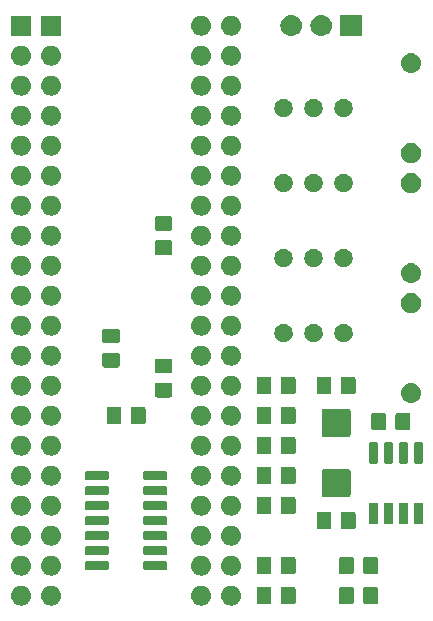
<source format=gbr>
G04 #@! TF.GenerationSoftware,KiCad,Pcbnew,(5.1.2)-1*
G04 #@! TF.CreationDate,2019-11-25T21:42:07-05:00*
G04 #@! TF.ProjectId,svideomod,73766964-656f-46d6-9f64-2e6b69636164,rev?*
G04 #@! TF.SameCoordinates,Original*
G04 #@! TF.FileFunction,Soldermask,Top*
G04 #@! TF.FilePolarity,Negative*
%FSLAX46Y46*%
G04 Gerber Fmt 4.6, Leading zero omitted, Abs format (unit mm)*
G04 Created by KiCad (PCBNEW (5.1.2)-1) date 2019-11-25 21:42:07*
%MOMM*%
%LPD*%
G04 APERTURE LIST*
%ADD10C,0.100000*%
G04 APERTURE END LIST*
D10*
G36*
X78906823Y-92506313D02*
G01*
X79067242Y-92554976D01*
X79179011Y-92614718D01*
X79215078Y-92633996D01*
X79344659Y-92740341D01*
X79451004Y-92869922D01*
X79451005Y-92869924D01*
X79530024Y-93017758D01*
X79578687Y-93178177D01*
X79595117Y-93345000D01*
X79578687Y-93511823D01*
X79530024Y-93672242D01*
X79459114Y-93804906D01*
X79451004Y-93820078D01*
X79344659Y-93949659D01*
X79215078Y-94056004D01*
X79215076Y-94056005D01*
X79067242Y-94135024D01*
X78906823Y-94183687D01*
X78781804Y-94196000D01*
X78698196Y-94196000D01*
X78573177Y-94183687D01*
X78412758Y-94135024D01*
X78264924Y-94056005D01*
X78264922Y-94056004D01*
X78135341Y-93949659D01*
X78028996Y-93820078D01*
X78020886Y-93804906D01*
X77949976Y-93672242D01*
X77901313Y-93511823D01*
X77884883Y-93345000D01*
X77901313Y-93178177D01*
X77949976Y-93017758D01*
X78028995Y-92869924D01*
X78028996Y-92869922D01*
X78135341Y-92740341D01*
X78264922Y-92633996D01*
X78300989Y-92614718D01*
X78412758Y-92554976D01*
X78573177Y-92506313D01*
X78698196Y-92494000D01*
X78781804Y-92494000D01*
X78906823Y-92506313D01*
X78906823Y-92506313D01*
G37*
G36*
X76366823Y-92506313D02*
G01*
X76527242Y-92554976D01*
X76639011Y-92614718D01*
X76675078Y-92633996D01*
X76804659Y-92740341D01*
X76911004Y-92869922D01*
X76911005Y-92869924D01*
X76990024Y-93017758D01*
X77038687Y-93178177D01*
X77055117Y-93345000D01*
X77038687Y-93511823D01*
X76990024Y-93672242D01*
X76919114Y-93804906D01*
X76911004Y-93820078D01*
X76804659Y-93949659D01*
X76675078Y-94056004D01*
X76675076Y-94056005D01*
X76527242Y-94135024D01*
X76366823Y-94183687D01*
X76241804Y-94196000D01*
X76158196Y-94196000D01*
X76033177Y-94183687D01*
X75872758Y-94135024D01*
X75724924Y-94056005D01*
X75724922Y-94056004D01*
X75595341Y-93949659D01*
X75488996Y-93820078D01*
X75480886Y-93804906D01*
X75409976Y-93672242D01*
X75361313Y-93511823D01*
X75344883Y-93345000D01*
X75361313Y-93178177D01*
X75409976Y-93017758D01*
X75488995Y-92869924D01*
X75488996Y-92869922D01*
X75595341Y-92740341D01*
X75724922Y-92633996D01*
X75760989Y-92614718D01*
X75872758Y-92554976D01*
X76033177Y-92506313D01*
X76158196Y-92494000D01*
X76241804Y-92494000D01*
X76366823Y-92506313D01*
X76366823Y-92506313D01*
G37*
G36*
X63666823Y-92506313D02*
G01*
X63827242Y-92554976D01*
X63939011Y-92614718D01*
X63975078Y-92633996D01*
X64104659Y-92740341D01*
X64211004Y-92869922D01*
X64211005Y-92869924D01*
X64290024Y-93017758D01*
X64338687Y-93178177D01*
X64355117Y-93345000D01*
X64338687Y-93511823D01*
X64290024Y-93672242D01*
X64219114Y-93804906D01*
X64211004Y-93820078D01*
X64104659Y-93949659D01*
X63975078Y-94056004D01*
X63975076Y-94056005D01*
X63827242Y-94135024D01*
X63666823Y-94183687D01*
X63541804Y-94196000D01*
X63458196Y-94196000D01*
X63333177Y-94183687D01*
X63172758Y-94135024D01*
X63024924Y-94056005D01*
X63024922Y-94056004D01*
X62895341Y-93949659D01*
X62788996Y-93820078D01*
X62780886Y-93804906D01*
X62709976Y-93672242D01*
X62661313Y-93511823D01*
X62644883Y-93345000D01*
X62661313Y-93178177D01*
X62709976Y-93017758D01*
X62788995Y-92869924D01*
X62788996Y-92869922D01*
X62895341Y-92740341D01*
X63024922Y-92633996D01*
X63060989Y-92614718D01*
X63172758Y-92554976D01*
X63333177Y-92506313D01*
X63458196Y-92494000D01*
X63541804Y-92494000D01*
X63666823Y-92506313D01*
X63666823Y-92506313D01*
G37*
G36*
X61126823Y-92506313D02*
G01*
X61287242Y-92554976D01*
X61399011Y-92614718D01*
X61435078Y-92633996D01*
X61564659Y-92740341D01*
X61671004Y-92869922D01*
X61671005Y-92869924D01*
X61750024Y-93017758D01*
X61798687Y-93178177D01*
X61815117Y-93345000D01*
X61798687Y-93511823D01*
X61750024Y-93672242D01*
X61679114Y-93804906D01*
X61671004Y-93820078D01*
X61564659Y-93949659D01*
X61435078Y-94056004D01*
X61435076Y-94056005D01*
X61287242Y-94135024D01*
X61126823Y-94183687D01*
X61001804Y-94196000D01*
X60918196Y-94196000D01*
X60793177Y-94183687D01*
X60632758Y-94135024D01*
X60484924Y-94056005D01*
X60484922Y-94056004D01*
X60355341Y-93949659D01*
X60248996Y-93820078D01*
X60240886Y-93804906D01*
X60169976Y-93672242D01*
X60121313Y-93511823D01*
X60104883Y-93345000D01*
X60121313Y-93178177D01*
X60169976Y-93017758D01*
X60248995Y-92869924D01*
X60248996Y-92869922D01*
X60355341Y-92740341D01*
X60484922Y-92633996D01*
X60520989Y-92614718D01*
X60632758Y-92554976D01*
X60793177Y-92506313D01*
X60918196Y-92494000D01*
X61001804Y-92494000D01*
X61126823Y-92506313D01*
X61126823Y-92506313D01*
G37*
G36*
X81988674Y-92598465D02*
G01*
X82026367Y-92609899D01*
X82061103Y-92628466D01*
X82091548Y-92653452D01*
X82116534Y-92683897D01*
X82135101Y-92718633D01*
X82146535Y-92756326D01*
X82151000Y-92801661D01*
X82151000Y-93888339D01*
X82146535Y-93933674D01*
X82135101Y-93971367D01*
X82116534Y-94006103D01*
X82091548Y-94036548D01*
X82061103Y-94061534D01*
X82026367Y-94080101D01*
X81988674Y-94091535D01*
X81943339Y-94096000D01*
X81106661Y-94096000D01*
X81061326Y-94091535D01*
X81023633Y-94080101D01*
X80988897Y-94061534D01*
X80958452Y-94036548D01*
X80933466Y-94006103D01*
X80914899Y-93971367D01*
X80903465Y-93933674D01*
X80899000Y-93888339D01*
X80899000Y-92801661D01*
X80903465Y-92756326D01*
X80914899Y-92718633D01*
X80933466Y-92683897D01*
X80958452Y-92653452D01*
X80988897Y-92628466D01*
X81023633Y-92609899D01*
X81061326Y-92598465D01*
X81106661Y-92594000D01*
X81943339Y-92594000D01*
X81988674Y-92598465D01*
X81988674Y-92598465D01*
G37*
G36*
X84038674Y-92598465D02*
G01*
X84076367Y-92609899D01*
X84111103Y-92628466D01*
X84141548Y-92653452D01*
X84166534Y-92683897D01*
X84185101Y-92718633D01*
X84196535Y-92756326D01*
X84201000Y-92801661D01*
X84201000Y-93888339D01*
X84196535Y-93933674D01*
X84185101Y-93971367D01*
X84166534Y-94006103D01*
X84141548Y-94036548D01*
X84111103Y-94061534D01*
X84076367Y-94080101D01*
X84038674Y-94091535D01*
X83993339Y-94096000D01*
X83156661Y-94096000D01*
X83111326Y-94091535D01*
X83073633Y-94080101D01*
X83038897Y-94061534D01*
X83008452Y-94036548D01*
X82983466Y-94006103D01*
X82964899Y-93971367D01*
X82953465Y-93933674D01*
X82949000Y-93888339D01*
X82949000Y-92801661D01*
X82953465Y-92756326D01*
X82964899Y-92718633D01*
X82983466Y-92683897D01*
X83008452Y-92653452D01*
X83038897Y-92628466D01*
X83073633Y-92609899D01*
X83111326Y-92598465D01*
X83156661Y-92594000D01*
X83993339Y-92594000D01*
X84038674Y-92598465D01*
X84038674Y-92598465D01*
G37*
G36*
X88973674Y-92598465D02*
G01*
X89011367Y-92609899D01*
X89046103Y-92628466D01*
X89076548Y-92653452D01*
X89101534Y-92683897D01*
X89120101Y-92718633D01*
X89131535Y-92756326D01*
X89136000Y-92801661D01*
X89136000Y-93888339D01*
X89131535Y-93933674D01*
X89120101Y-93971367D01*
X89101534Y-94006103D01*
X89076548Y-94036548D01*
X89046103Y-94061534D01*
X89011367Y-94080101D01*
X88973674Y-94091535D01*
X88928339Y-94096000D01*
X88091661Y-94096000D01*
X88046326Y-94091535D01*
X88008633Y-94080101D01*
X87973897Y-94061534D01*
X87943452Y-94036548D01*
X87918466Y-94006103D01*
X87899899Y-93971367D01*
X87888465Y-93933674D01*
X87884000Y-93888339D01*
X87884000Y-92801661D01*
X87888465Y-92756326D01*
X87899899Y-92718633D01*
X87918466Y-92683897D01*
X87943452Y-92653452D01*
X87973897Y-92628466D01*
X88008633Y-92609899D01*
X88046326Y-92598465D01*
X88091661Y-92594000D01*
X88928339Y-92594000D01*
X88973674Y-92598465D01*
X88973674Y-92598465D01*
G37*
G36*
X91023674Y-92598465D02*
G01*
X91061367Y-92609899D01*
X91096103Y-92628466D01*
X91126548Y-92653452D01*
X91151534Y-92683897D01*
X91170101Y-92718633D01*
X91181535Y-92756326D01*
X91186000Y-92801661D01*
X91186000Y-93888339D01*
X91181535Y-93933674D01*
X91170101Y-93971367D01*
X91151534Y-94006103D01*
X91126548Y-94036548D01*
X91096103Y-94061534D01*
X91061367Y-94080101D01*
X91023674Y-94091535D01*
X90978339Y-94096000D01*
X90141661Y-94096000D01*
X90096326Y-94091535D01*
X90058633Y-94080101D01*
X90023897Y-94061534D01*
X89993452Y-94036548D01*
X89968466Y-94006103D01*
X89949899Y-93971367D01*
X89938465Y-93933674D01*
X89934000Y-93888339D01*
X89934000Y-92801661D01*
X89938465Y-92756326D01*
X89949899Y-92718633D01*
X89968466Y-92683897D01*
X89993452Y-92653452D01*
X90023897Y-92628466D01*
X90058633Y-92609899D01*
X90096326Y-92598465D01*
X90141661Y-92594000D01*
X90978339Y-92594000D01*
X91023674Y-92598465D01*
X91023674Y-92598465D01*
G37*
G36*
X78906823Y-89966313D02*
G01*
X79067242Y-90014976D01*
X79179011Y-90074718D01*
X79215078Y-90093996D01*
X79344659Y-90200341D01*
X79451004Y-90329922D01*
X79451005Y-90329924D01*
X79530024Y-90477758D01*
X79578687Y-90638177D01*
X79595117Y-90805000D01*
X79578687Y-90971823D01*
X79530024Y-91132242D01*
X79522221Y-91146840D01*
X79451004Y-91280078D01*
X79344659Y-91409659D01*
X79215078Y-91516004D01*
X79215076Y-91516005D01*
X79067242Y-91595024D01*
X78906823Y-91643687D01*
X78781804Y-91656000D01*
X78698196Y-91656000D01*
X78573177Y-91643687D01*
X78412758Y-91595024D01*
X78264924Y-91516005D01*
X78264922Y-91516004D01*
X78135341Y-91409659D01*
X78028996Y-91280078D01*
X77957779Y-91146840D01*
X77949976Y-91132242D01*
X77901313Y-90971823D01*
X77884883Y-90805000D01*
X77901313Y-90638177D01*
X77949976Y-90477758D01*
X78028995Y-90329924D01*
X78028996Y-90329922D01*
X78135341Y-90200341D01*
X78264922Y-90093996D01*
X78300989Y-90074718D01*
X78412758Y-90014976D01*
X78573177Y-89966313D01*
X78698196Y-89954000D01*
X78781804Y-89954000D01*
X78906823Y-89966313D01*
X78906823Y-89966313D01*
G37*
G36*
X61126823Y-89966313D02*
G01*
X61287242Y-90014976D01*
X61399011Y-90074718D01*
X61435078Y-90093996D01*
X61564659Y-90200341D01*
X61671004Y-90329922D01*
X61671005Y-90329924D01*
X61750024Y-90477758D01*
X61798687Y-90638177D01*
X61815117Y-90805000D01*
X61798687Y-90971823D01*
X61750024Y-91132242D01*
X61742221Y-91146840D01*
X61671004Y-91280078D01*
X61564659Y-91409659D01*
X61435078Y-91516004D01*
X61435076Y-91516005D01*
X61287242Y-91595024D01*
X61126823Y-91643687D01*
X61001804Y-91656000D01*
X60918196Y-91656000D01*
X60793177Y-91643687D01*
X60632758Y-91595024D01*
X60484924Y-91516005D01*
X60484922Y-91516004D01*
X60355341Y-91409659D01*
X60248996Y-91280078D01*
X60177779Y-91146840D01*
X60169976Y-91132242D01*
X60121313Y-90971823D01*
X60104883Y-90805000D01*
X60121313Y-90638177D01*
X60169976Y-90477758D01*
X60248995Y-90329924D01*
X60248996Y-90329922D01*
X60355341Y-90200341D01*
X60484922Y-90093996D01*
X60520989Y-90074718D01*
X60632758Y-90014976D01*
X60793177Y-89966313D01*
X60918196Y-89954000D01*
X61001804Y-89954000D01*
X61126823Y-89966313D01*
X61126823Y-89966313D01*
G37*
G36*
X63666823Y-89966313D02*
G01*
X63827242Y-90014976D01*
X63939011Y-90074718D01*
X63975078Y-90093996D01*
X64104659Y-90200341D01*
X64211004Y-90329922D01*
X64211005Y-90329924D01*
X64290024Y-90477758D01*
X64338687Y-90638177D01*
X64355117Y-90805000D01*
X64338687Y-90971823D01*
X64290024Y-91132242D01*
X64282221Y-91146840D01*
X64211004Y-91280078D01*
X64104659Y-91409659D01*
X63975078Y-91516004D01*
X63975076Y-91516005D01*
X63827242Y-91595024D01*
X63666823Y-91643687D01*
X63541804Y-91656000D01*
X63458196Y-91656000D01*
X63333177Y-91643687D01*
X63172758Y-91595024D01*
X63024924Y-91516005D01*
X63024922Y-91516004D01*
X62895341Y-91409659D01*
X62788996Y-91280078D01*
X62717779Y-91146840D01*
X62709976Y-91132242D01*
X62661313Y-90971823D01*
X62644883Y-90805000D01*
X62661313Y-90638177D01*
X62709976Y-90477758D01*
X62788995Y-90329924D01*
X62788996Y-90329922D01*
X62895341Y-90200341D01*
X63024922Y-90093996D01*
X63060989Y-90074718D01*
X63172758Y-90014976D01*
X63333177Y-89966313D01*
X63458196Y-89954000D01*
X63541804Y-89954000D01*
X63666823Y-89966313D01*
X63666823Y-89966313D01*
G37*
G36*
X76366823Y-89966313D02*
G01*
X76527242Y-90014976D01*
X76639011Y-90074718D01*
X76675078Y-90093996D01*
X76804659Y-90200341D01*
X76911004Y-90329922D01*
X76911005Y-90329924D01*
X76990024Y-90477758D01*
X77038687Y-90638177D01*
X77055117Y-90805000D01*
X77038687Y-90971823D01*
X76990024Y-91132242D01*
X76982221Y-91146840D01*
X76911004Y-91280078D01*
X76804659Y-91409659D01*
X76675078Y-91516004D01*
X76675076Y-91516005D01*
X76527242Y-91595024D01*
X76366823Y-91643687D01*
X76241804Y-91656000D01*
X76158196Y-91656000D01*
X76033177Y-91643687D01*
X75872758Y-91595024D01*
X75724924Y-91516005D01*
X75724922Y-91516004D01*
X75595341Y-91409659D01*
X75488996Y-91280078D01*
X75417779Y-91146840D01*
X75409976Y-91132242D01*
X75361313Y-90971823D01*
X75344883Y-90805000D01*
X75361313Y-90638177D01*
X75409976Y-90477758D01*
X75488995Y-90329924D01*
X75488996Y-90329922D01*
X75595341Y-90200341D01*
X75724922Y-90093996D01*
X75760989Y-90074718D01*
X75872758Y-90014976D01*
X76033177Y-89966313D01*
X76158196Y-89954000D01*
X76241804Y-89954000D01*
X76366823Y-89966313D01*
X76366823Y-89966313D01*
G37*
G36*
X81988674Y-90058465D02*
G01*
X82026367Y-90069899D01*
X82061103Y-90088466D01*
X82091548Y-90113452D01*
X82116534Y-90143897D01*
X82135101Y-90178633D01*
X82146535Y-90216326D01*
X82151000Y-90261661D01*
X82151000Y-91348339D01*
X82146535Y-91393674D01*
X82135101Y-91431367D01*
X82116534Y-91466103D01*
X82091548Y-91496548D01*
X82061103Y-91521534D01*
X82026367Y-91540101D01*
X81988674Y-91551535D01*
X81943339Y-91556000D01*
X81106661Y-91556000D01*
X81061326Y-91551535D01*
X81023633Y-91540101D01*
X80988897Y-91521534D01*
X80958452Y-91496548D01*
X80933466Y-91466103D01*
X80914899Y-91431367D01*
X80903465Y-91393674D01*
X80899000Y-91348339D01*
X80899000Y-90261661D01*
X80903465Y-90216326D01*
X80914899Y-90178633D01*
X80933466Y-90143897D01*
X80958452Y-90113452D01*
X80988897Y-90088466D01*
X81023633Y-90069899D01*
X81061326Y-90058465D01*
X81106661Y-90054000D01*
X81943339Y-90054000D01*
X81988674Y-90058465D01*
X81988674Y-90058465D01*
G37*
G36*
X84038674Y-90058465D02*
G01*
X84076367Y-90069899D01*
X84111103Y-90088466D01*
X84141548Y-90113452D01*
X84166534Y-90143897D01*
X84185101Y-90178633D01*
X84196535Y-90216326D01*
X84201000Y-90261661D01*
X84201000Y-91348339D01*
X84196535Y-91393674D01*
X84185101Y-91431367D01*
X84166534Y-91466103D01*
X84141548Y-91496548D01*
X84111103Y-91521534D01*
X84076367Y-91540101D01*
X84038674Y-91551535D01*
X83993339Y-91556000D01*
X83156661Y-91556000D01*
X83111326Y-91551535D01*
X83073633Y-91540101D01*
X83038897Y-91521534D01*
X83008452Y-91496548D01*
X82983466Y-91466103D01*
X82964899Y-91431367D01*
X82953465Y-91393674D01*
X82949000Y-91348339D01*
X82949000Y-90261661D01*
X82953465Y-90216326D01*
X82964899Y-90178633D01*
X82983466Y-90143897D01*
X83008452Y-90113452D01*
X83038897Y-90088466D01*
X83073633Y-90069899D01*
X83111326Y-90058465D01*
X83156661Y-90054000D01*
X83993339Y-90054000D01*
X84038674Y-90058465D01*
X84038674Y-90058465D01*
G37*
G36*
X88973674Y-90058465D02*
G01*
X89011367Y-90069899D01*
X89046103Y-90088466D01*
X89076548Y-90113452D01*
X89101534Y-90143897D01*
X89120101Y-90178633D01*
X89131535Y-90216326D01*
X89136000Y-90261661D01*
X89136000Y-91348339D01*
X89131535Y-91393674D01*
X89120101Y-91431367D01*
X89101534Y-91466103D01*
X89076548Y-91496548D01*
X89046103Y-91521534D01*
X89011367Y-91540101D01*
X88973674Y-91551535D01*
X88928339Y-91556000D01*
X88091661Y-91556000D01*
X88046326Y-91551535D01*
X88008633Y-91540101D01*
X87973897Y-91521534D01*
X87943452Y-91496548D01*
X87918466Y-91466103D01*
X87899899Y-91431367D01*
X87888465Y-91393674D01*
X87884000Y-91348339D01*
X87884000Y-90261661D01*
X87888465Y-90216326D01*
X87899899Y-90178633D01*
X87918466Y-90143897D01*
X87943452Y-90113452D01*
X87973897Y-90088466D01*
X88008633Y-90069899D01*
X88046326Y-90058465D01*
X88091661Y-90054000D01*
X88928339Y-90054000D01*
X88973674Y-90058465D01*
X88973674Y-90058465D01*
G37*
G36*
X91023674Y-90058465D02*
G01*
X91061367Y-90069899D01*
X91096103Y-90088466D01*
X91126548Y-90113452D01*
X91151534Y-90143897D01*
X91170101Y-90178633D01*
X91181535Y-90216326D01*
X91186000Y-90261661D01*
X91186000Y-91348339D01*
X91181535Y-91393674D01*
X91170101Y-91431367D01*
X91151534Y-91466103D01*
X91126548Y-91496548D01*
X91096103Y-91521534D01*
X91061367Y-91540101D01*
X91023674Y-91551535D01*
X90978339Y-91556000D01*
X90141661Y-91556000D01*
X90096326Y-91551535D01*
X90058633Y-91540101D01*
X90023897Y-91521534D01*
X89993452Y-91496548D01*
X89968466Y-91466103D01*
X89949899Y-91431367D01*
X89938465Y-91393674D01*
X89934000Y-91348339D01*
X89934000Y-90261661D01*
X89938465Y-90216326D01*
X89949899Y-90178633D01*
X89968466Y-90143897D01*
X89993452Y-90113452D01*
X90023897Y-90088466D01*
X90058633Y-90069899D01*
X90096326Y-90058465D01*
X90141661Y-90054000D01*
X90978339Y-90054000D01*
X91023674Y-90058465D01*
X91023674Y-90058465D01*
G37*
G36*
X68309928Y-90456764D02*
G01*
X68331009Y-90463160D01*
X68350445Y-90473548D01*
X68367476Y-90487524D01*
X68381452Y-90504555D01*
X68391840Y-90523991D01*
X68398236Y-90545072D01*
X68401000Y-90573140D01*
X68401000Y-91036860D01*
X68398236Y-91064928D01*
X68391840Y-91086009D01*
X68381452Y-91105445D01*
X68367476Y-91122476D01*
X68350445Y-91136452D01*
X68331009Y-91146840D01*
X68309928Y-91153236D01*
X68281860Y-91156000D01*
X66468140Y-91156000D01*
X66440072Y-91153236D01*
X66418991Y-91146840D01*
X66399555Y-91136452D01*
X66382524Y-91122476D01*
X66368548Y-91105445D01*
X66358160Y-91086009D01*
X66351764Y-91064928D01*
X66349000Y-91036860D01*
X66349000Y-90573140D01*
X66351764Y-90545072D01*
X66358160Y-90523991D01*
X66368548Y-90504555D01*
X66382524Y-90487524D01*
X66399555Y-90473548D01*
X66418991Y-90463160D01*
X66440072Y-90456764D01*
X66468140Y-90454000D01*
X68281860Y-90454000D01*
X68309928Y-90456764D01*
X68309928Y-90456764D01*
G37*
G36*
X73259928Y-90456764D02*
G01*
X73281009Y-90463160D01*
X73300445Y-90473548D01*
X73317476Y-90487524D01*
X73331452Y-90504555D01*
X73341840Y-90523991D01*
X73348236Y-90545072D01*
X73351000Y-90573140D01*
X73351000Y-91036860D01*
X73348236Y-91064928D01*
X73341840Y-91086009D01*
X73331452Y-91105445D01*
X73317476Y-91122476D01*
X73300445Y-91136452D01*
X73281009Y-91146840D01*
X73259928Y-91153236D01*
X73231860Y-91156000D01*
X71418140Y-91156000D01*
X71390072Y-91153236D01*
X71368991Y-91146840D01*
X71349555Y-91136452D01*
X71332524Y-91122476D01*
X71318548Y-91105445D01*
X71308160Y-91086009D01*
X71301764Y-91064928D01*
X71299000Y-91036860D01*
X71299000Y-90573140D01*
X71301764Y-90545072D01*
X71308160Y-90523991D01*
X71318548Y-90504555D01*
X71332524Y-90487524D01*
X71349555Y-90473548D01*
X71368991Y-90463160D01*
X71390072Y-90456764D01*
X71418140Y-90454000D01*
X73231860Y-90454000D01*
X73259928Y-90456764D01*
X73259928Y-90456764D01*
G37*
G36*
X73259928Y-89186764D02*
G01*
X73281009Y-89193160D01*
X73300445Y-89203548D01*
X73317476Y-89217524D01*
X73331452Y-89234555D01*
X73341840Y-89253991D01*
X73348236Y-89275072D01*
X73351000Y-89303140D01*
X73351000Y-89766860D01*
X73348236Y-89794928D01*
X73341840Y-89816009D01*
X73331452Y-89835445D01*
X73317476Y-89852476D01*
X73300445Y-89866452D01*
X73281009Y-89876840D01*
X73259928Y-89883236D01*
X73231860Y-89886000D01*
X71418140Y-89886000D01*
X71390072Y-89883236D01*
X71368991Y-89876840D01*
X71349555Y-89866452D01*
X71332524Y-89852476D01*
X71318548Y-89835445D01*
X71308160Y-89816009D01*
X71301764Y-89794928D01*
X71299000Y-89766860D01*
X71299000Y-89303140D01*
X71301764Y-89275072D01*
X71308160Y-89253991D01*
X71318548Y-89234555D01*
X71332524Y-89217524D01*
X71349555Y-89203548D01*
X71368991Y-89193160D01*
X71390072Y-89186764D01*
X71418140Y-89184000D01*
X73231860Y-89184000D01*
X73259928Y-89186764D01*
X73259928Y-89186764D01*
G37*
G36*
X68309928Y-89186764D02*
G01*
X68331009Y-89193160D01*
X68350445Y-89203548D01*
X68367476Y-89217524D01*
X68381452Y-89234555D01*
X68391840Y-89253991D01*
X68398236Y-89275072D01*
X68401000Y-89303140D01*
X68401000Y-89766860D01*
X68398236Y-89794928D01*
X68391840Y-89816009D01*
X68381452Y-89835445D01*
X68367476Y-89852476D01*
X68350445Y-89866452D01*
X68331009Y-89876840D01*
X68309928Y-89883236D01*
X68281860Y-89886000D01*
X66468140Y-89886000D01*
X66440072Y-89883236D01*
X66418991Y-89876840D01*
X66399555Y-89866452D01*
X66382524Y-89852476D01*
X66368548Y-89835445D01*
X66358160Y-89816009D01*
X66351764Y-89794928D01*
X66349000Y-89766860D01*
X66349000Y-89303140D01*
X66351764Y-89275072D01*
X66358160Y-89253991D01*
X66368548Y-89234555D01*
X66382524Y-89217524D01*
X66399555Y-89203548D01*
X66418991Y-89193160D01*
X66440072Y-89186764D01*
X66468140Y-89184000D01*
X68281860Y-89184000D01*
X68309928Y-89186764D01*
X68309928Y-89186764D01*
G37*
G36*
X63666823Y-87426313D02*
G01*
X63797380Y-87465917D01*
X63823455Y-87473827D01*
X63827242Y-87474976D01*
X63945786Y-87538339D01*
X63975078Y-87553996D01*
X64104659Y-87660341D01*
X64211004Y-87789922D01*
X64211005Y-87789924D01*
X64290024Y-87937758D01*
X64338687Y-88098177D01*
X64355117Y-88265000D01*
X64338687Y-88431823D01*
X64290024Y-88592242D01*
X64282221Y-88606840D01*
X64211004Y-88740078D01*
X64104659Y-88869659D01*
X63975078Y-88976004D01*
X63975076Y-88976005D01*
X63827242Y-89055024D01*
X63666823Y-89103687D01*
X63541804Y-89116000D01*
X63458196Y-89116000D01*
X63333177Y-89103687D01*
X63172758Y-89055024D01*
X63024924Y-88976005D01*
X63024922Y-88976004D01*
X62895341Y-88869659D01*
X62788996Y-88740078D01*
X62717779Y-88606840D01*
X62709976Y-88592242D01*
X62661313Y-88431823D01*
X62644883Y-88265000D01*
X62661313Y-88098177D01*
X62709976Y-87937758D01*
X62788995Y-87789924D01*
X62788996Y-87789922D01*
X62895341Y-87660341D01*
X63024922Y-87553996D01*
X63054214Y-87538339D01*
X63172758Y-87474976D01*
X63176546Y-87473827D01*
X63202620Y-87465917D01*
X63333177Y-87426313D01*
X63458196Y-87414000D01*
X63541804Y-87414000D01*
X63666823Y-87426313D01*
X63666823Y-87426313D01*
G37*
G36*
X76366823Y-87426313D02*
G01*
X76497380Y-87465917D01*
X76523455Y-87473827D01*
X76527242Y-87474976D01*
X76645786Y-87538339D01*
X76675078Y-87553996D01*
X76804659Y-87660341D01*
X76911004Y-87789922D01*
X76911005Y-87789924D01*
X76990024Y-87937758D01*
X77038687Y-88098177D01*
X77055117Y-88265000D01*
X77038687Y-88431823D01*
X76990024Y-88592242D01*
X76982221Y-88606840D01*
X76911004Y-88740078D01*
X76804659Y-88869659D01*
X76675078Y-88976004D01*
X76675076Y-88976005D01*
X76527242Y-89055024D01*
X76366823Y-89103687D01*
X76241804Y-89116000D01*
X76158196Y-89116000D01*
X76033177Y-89103687D01*
X75872758Y-89055024D01*
X75724924Y-88976005D01*
X75724922Y-88976004D01*
X75595341Y-88869659D01*
X75488996Y-88740078D01*
X75417779Y-88606840D01*
X75409976Y-88592242D01*
X75361313Y-88431823D01*
X75344883Y-88265000D01*
X75361313Y-88098177D01*
X75409976Y-87937758D01*
X75488995Y-87789924D01*
X75488996Y-87789922D01*
X75595341Y-87660341D01*
X75724922Y-87553996D01*
X75754214Y-87538339D01*
X75872758Y-87474976D01*
X75876546Y-87473827D01*
X75902620Y-87465917D01*
X76033177Y-87426313D01*
X76158196Y-87414000D01*
X76241804Y-87414000D01*
X76366823Y-87426313D01*
X76366823Y-87426313D01*
G37*
G36*
X61126823Y-87426313D02*
G01*
X61257380Y-87465917D01*
X61283455Y-87473827D01*
X61287242Y-87474976D01*
X61405786Y-87538339D01*
X61435078Y-87553996D01*
X61564659Y-87660341D01*
X61671004Y-87789922D01*
X61671005Y-87789924D01*
X61750024Y-87937758D01*
X61798687Y-88098177D01*
X61815117Y-88265000D01*
X61798687Y-88431823D01*
X61750024Y-88592242D01*
X61742221Y-88606840D01*
X61671004Y-88740078D01*
X61564659Y-88869659D01*
X61435078Y-88976004D01*
X61435076Y-88976005D01*
X61287242Y-89055024D01*
X61126823Y-89103687D01*
X61001804Y-89116000D01*
X60918196Y-89116000D01*
X60793177Y-89103687D01*
X60632758Y-89055024D01*
X60484924Y-88976005D01*
X60484922Y-88976004D01*
X60355341Y-88869659D01*
X60248996Y-88740078D01*
X60177779Y-88606840D01*
X60169976Y-88592242D01*
X60121313Y-88431823D01*
X60104883Y-88265000D01*
X60121313Y-88098177D01*
X60169976Y-87937758D01*
X60248995Y-87789924D01*
X60248996Y-87789922D01*
X60355341Y-87660341D01*
X60484922Y-87553996D01*
X60514214Y-87538339D01*
X60632758Y-87474976D01*
X60636546Y-87473827D01*
X60662620Y-87465917D01*
X60793177Y-87426313D01*
X60918196Y-87414000D01*
X61001804Y-87414000D01*
X61126823Y-87426313D01*
X61126823Y-87426313D01*
G37*
G36*
X78906823Y-87426313D02*
G01*
X79037380Y-87465917D01*
X79063455Y-87473827D01*
X79067242Y-87474976D01*
X79185786Y-87538339D01*
X79215078Y-87553996D01*
X79344659Y-87660341D01*
X79451004Y-87789922D01*
X79451005Y-87789924D01*
X79530024Y-87937758D01*
X79578687Y-88098177D01*
X79595117Y-88265000D01*
X79578687Y-88431823D01*
X79530024Y-88592242D01*
X79522221Y-88606840D01*
X79451004Y-88740078D01*
X79344659Y-88869659D01*
X79215078Y-88976004D01*
X79215076Y-88976005D01*
X79067242Y-89055024D01*
X78906823Y-89103687D01*
X78781804Y-89116000D01*
X78698196Y-89116000D01*
X78573177Y-89103687D01*
X78412758Y-89055024D01*
X78264924Y-88976005D01*
X78264922Y-88976004D01*
X78135341Y-88869659D01*
X78028996Y-88740078D01*
X77957779Y-88606840D01*
X77949976Y-88592242D01*
X77901313Y-88431823D01*
X77884883Y-88265000D01*
X77901313Y-88098177D01*
X77949976Y-87937758D01*
X78028995Y-87789924D01*
X78028996Y-87789922D01*
X78135341Y-87660341D01*
X78264922Y-87553996D01*
X78294214Y-87538339D01*
X78412758Y-87474976D01*
X78416546Y-87473827D01*
X78442620Y-87465917D01*
X78573177Y-87426313D01*
X78698196Y-87414000D01*
X78781804Y-87414000D01*
X78906823Y-87426313D01*
X78906823Y-87426313D01*
G37*
G36*
X68309928Y-87916764D02*
G01*
X68331009Y-87923160D01*
X68350445Y-87933548D01*
X68367476Y-87947524D01*
X68381452Y-87964555D01*
X68391840Y-87983991D01*
X68398236Y-88005072D01*
X68401000Y-88033140D01*
X68401000Y-88496860D01*
X68398236Y-88524928D01*
X68391840Y-88546009D01*
X68381452Y-88565445D01*
X68367476Y-88582476D01*
X68350445Y-88596452D01*
X68331009Y-88606840D01*
X68309928Y-88613236D01*
X68281860Y-88616000D01*
X66468140Y-88616000D01*
X66440072Y-88613236D01*
X66418991Y-88606840D01*
X66399555Y-88596452D01*
X66382524Y-88582476D01*
X66368548Y-88565445D01*
X66358160Y-88546009D01*
X66351764Y-88524928D01*
X66349000Y-88496860D01*
X66349000Y-88033140D01*
X66351764Y-88005072D01*
X66358160Y-87983991D01*
X66368548Y-87964555D01*
X66382524Y-87947524D01*
X66399555Y-87933548D01*
X66418991Y-87923160D01*
X66440072Y-87916764D01*
X66468140Y-87914000D01*
X68281860Y-87914000D01*
X68309928Y-87916764D01*
X68309928Y-87916764D01*
G37*
G36*
X73259928Y-87916764D02*
G01*
X73281009Y-87923160D01*
X73300445Y-87933548D01*
X73317476Y-87947524D01*
X73331452Y-87964555D01*
X73341840Y-87983991D01*
X73348236Y-88005072D01*
X73351000Y-88033140D01*
X73351000Y-88496860D01*
X73348236Y-88524928D01*
X73341840Y-88546009D01*
X73331452Y-88565445D01*
X73317476Y-88582476D01*
X73300445Y-88596452D01*
X73281009Y-88606840D01*
X73259928Y-88613236D01*
X73231860Y-88616000D01*
X71418140Y-88616000D01*
X71390072Y-88613236D01*
X71368991Y-88606840D01*
X71349555Y-88596452D01*
X71332524Y-88582476D01*
X71318548Y-88565445D01*
X71308160Y-88546009D01*
X71301764Y-88524928D01*
X71299000Y-88496860D01*
X71299000Y-88033140D01*
X71301764Y-88005072D01*
X71308160Y-87983991D01*
X71318548Y-87964555D01*
X71332524Y-87947524D01*
X71349555Y-87933548D01*
X71368991Y-87923160D01*
X71390072Y-87916764D01*
X71418140Y-87914000D01*
X73231860Y-87914000D01*
X73259928Y-87916764D01*
X73259928Y-87916764D01*
G37*
G36*
X87068674Y-86248465D02*
G01*
X87106367Y-86259899D01*
X87141103Y-86278466D01*
X87171548Y-86303452D01*
X87196534Y-86333897D01*
X87215101Y-86368633D01*
X87226535Y-86406326D01*
X87231000Y-86451661D01*
X87231000Y-87538339D01*
X87226535Y-87583674D01*
X87215101Y-87621367D01*
X87196534Y-87656103D01*
X87171548Y-87686548D01*
X87141103Y-87711534D01*
X87106367Y-87730101D01*
X87068674Y-87741535D01*
X87023339Y-87746000D01*
X86186661Y-87746000D01*
X86141326Y-87741535D01*
X86103633Y-87730101D01*
X86068897Y-87711534D01*
X86038452Y-87686548D01*
X86013466Y-87656103D01*
X85994899Y-87621367D01*
X85983465Y-87583674D01*
X85979000Y-87538339D01*
X85979000Y-86451661D01*
X85983465Y-86406326D01*
X85994899Y-86368633D01*
X86013466Y-86333897D01*
X86038452Y-86303452D01*
X86068897Y-86278466D01*
X86103633Y-86259899D01*
X86141326Y-86248465D01*
X86186661Y-86244000D01*
X87023339Y-86244000D01*
X87068674Y-86248465D01*
X87068674Y-86248465D01*
G37*
G36*
X89118674Y-86248465D02*
G01*
X89156367Y-86259899D01*
X89191103Y-86278466D01*
X89221548Y-86303452D01*
X89246534Y-86333897D01*
X89265101Y-86368633D01*
X89276535Y-86406326D01*
X89281000Y-86451661D01*
X89281000Y-87538339D01*
X89276535Y-87583674D01*
X89265101Y-87621367D01*
X89246534Y-87656103D01*
X89221548Y-87686548D01*
X89191103Y-87711534D01*
X89156367Y-87730101D01*
X89118674Y-87741535D01*
X89073339Y-87746000D01*
X88236661Y-87746000D01*
X88191326Y-87741535D01*
X88153633Y-87730101D01*
X88118897Y-87711534D01*
X88088452Y-87686548D01*
X88063466Y-87656103D01*
X88044899Y-87621367D01*
X88033465Y-87583674D01*
X88029000Y-87538339D01*
X88029000Y-86451661D01*
X88033465Y-86406326D01*
X88044899Y-86368633D01*
X88063466Y-86333897D01*
X88088452Y-86303452D01*
X88118897Y-86278466D01*
X88153633Y-86259899D01*
X88191326Y-86248465D01*
X88236661Y-86244000D01*
X89073339Y-86244000D01*
X89118674Y-86248465D01*
X89118674Y-86248465D01*
G37*
G36*
X68309928Y-86646764D02*
G01*
X68331009Y-86653160D01*
X68350445Y-86663548D01*
X68367476Y-86677524D01*
X68381452Y-86694555D01*
X68391840Y-86713991D01*
X68398236Y-86735072D01*
X68401000Y-86763140D01*
X68401000Y-87226860D01*
X68398236Y-87254928D01*
X68391840Y-87276009D01*
X68381452Y-87295445D01*
X68367476Y-87312476D01*
X68350445Y-87326452D01*
X68331009Y-87336840D01*
X68309928Y-87343236D01*
X68281860Y-87346000D01*
X66468140Y-87346000D01*
X66440072Y-87343236D01*
X66418991Y-87336840D01*
X66399555Y-87326452D01*
X66382524Y-87312476D01*
X66368548Y-87295445D01*
X66358160Y-87276009D01*
X66351764Y-87254928D01*
X66349000Y-87226860D01*
X66349000Y-86763140D01*
X66351764Y-86735072D01*
X66358160Y-86713991D01*
X66368548Y-86694555D01*
X66382524Y-86677524D01*
X66399555Y-86663548D01*
X66418991Y-86653160D01*
X66440072Y-86646764D01*
X66468140Y-86644000D01*
X68281860Y-86644000D01*
X68309928Y-86646764D01*
X68309928Y-86646764D01*
G37*
G36*
X73259928Y-86646764D02*
G01*
X73281009Y-86653160D01*
X73300445Y-86663548D01*
X73317476Y-86677524D01*
X73331452Y-86694555D01*
X73341840Y-86713991D01*
X73348236Y-86735072D01*
X73351000Y-86763140D01*
X73351000Y-87226860D01*
X73348236Y-87254928D01*
X73341840Y-87276009D01*
X73331452Y-87295445D01*
X73317476Y-87312476D01*
X73300445Y-87326452D01*
X73281009Y-87336840D01*
X73259928Y-87343236D01*
X73231860Y-87346000D01*
X71418140Y-87346000D01*
X71390072Y-87343236D01*
X71368991Y-87336840D01*
X71349555Y-87326452D01*
X71332524Y-87312476D01*
X71318548Y-87295445D01*
X71308160Y-87276009D01*
X71301764Y-87254928D01*
X71299000Y-87226860D01*
X71299000Y-86763140D01*
X71301764Y-86735072D01*
X71308160Y-86713991D01*
X71318548Y-86694555D01*
X71332524Y-86677524D01*
X71349555Y-86663548D01*
X71368991Y-86653160D01*
X71390072Y-86646764D01*
X71418140Y-86644000D01*
X73231860Y-86644000D01*
X73259928Y-86646764D01*
X73259928Y-86646764D01*
G37*
G36*
X91064928Y-85471764D02*
G01*
X91086009Y-85478160D01*
X91105445Y-85488548D01*
X91122476Y-85502524D01*
X91136452Y-85519555D01*
X91146840Y-85538991D01*
X91153236Y-85560072D01*
X91156000Y-85588140D01*
X91156000Y-87201860D01*
X91153236Y-87229928D01*
X91146840Y-87251009D01*
X91136452Y-87270445D01*
X91122476Y-87287476D01*
X91105445Y-87301452D01*
X91086009Y-87311840D01*
X91064928Y-87318236D01*
X91036860Y-87321000D01*
X90573140Y-87321000D01*
X90545072Y-87318236D01*
X90523991Y-87311840D01*
X90504555Y-87301452D01*
X90487524Y-87287476D01*
X90473548Y-87270445D01*
X90463160Y-87251009D01*
X90456764Y-87229928D01*
X90454000Y-87201860D01*
X90454000Y-85588140D01*
X90456764Y-85560072D01*
X90463160Y-85538991D01*
X90473548Y-85519555D01*
X90487524Y-85502524D01*
X90504555Y-85488548D01*
X90523991Y-85478160D01*
X90545072Y-85471764D01*
X90573140Y-85469000D01*
X91036860Y-85469000D01*
X91064928Y-85471764D01*
X91064928Y-85471764D01*
G37*
G36*
X93604928Y-85471764D02*
G01*
X93626009Y-85478160D01*
X93645445Y-85488548D01*
X93662476Y-85502524D01*
X93676452Y-85519555D01*
X93686840Y-85538991D01*
X93693236Y-85560072D01*
X93696000Y-85588140D01*
X93696000Y-87201860D01*
X93693236Y-87229928D01*
X93686840Y-87251009D01*
X93676452Y-87270445D01*
X93662476Y-87287476D01*
X93645445Y-87301452D01*
X93626009Y-87311840D01*
X93604928Y-87318236D01*
X93576860Y-87321000D01*
X93113140Y-87321000D01*
X93085072Y-87318236D01*
X93063991Y-87311840D01*
X93044555Y-87301452D01*
X93027524Y-87287476D01*
X93013548Y-87270445D01*
X93003160Y-87251009D01*
X92996764Y-87229928D01*
X92994000Y-87201860D01*
X92994000Y-85588140D01*
X92996764Y-85560072D01*
X93003160Y-85538991D01*
X93013548Y-85519555D01*
X93027524Y-85502524D01*
X93044555Y-85488548D01*
X93063991Y-85478160D01*
X93085072Y-85471764D01*
X93113140Y-85469000D01*
X93576860Y-85469000D01*
X93604928Y-85471764D01*
X93604928Y-85471764D01*
G37*
G36*
X92334928Y-85471764D02*
G01*
X92356009Y-85478160D01*
X92375445Y-85488548D01*
X92392476Y-85502524D01*
X92406452Y-85519555D01*
X92416840Y-85538991D01*
X92423236Y-85560072D01*
X92426000Y-85588140D01*
X92426000Y-87201860D01*
X92423236Y-87229928D01*
X92416840Y-87251009D01*
X92406452Y-87270445D01*
X92392476Y-87287476D01*
X92375445Y-87301452D01*
X92356009Y-87311840D01*
X92334928Y-87318236D01*
X92306860Y-87321000D01*
X91843140Y-87321000D01*
X91815072Y-87318236D01*
X91793991Y-87311840D01*
X91774555Y-87301452D01*
X91757524Y-87287476D01*
X91743548Y-87270445D01*
X91733160Y-87251009D01*
X91726764Y-87229928D01*
X91724000Y-87201860D01*
X91724000Y-85588140D01*
X91726764Y-85560072D01*
X91733160Y-85538991D01*
X91743548Y-85519555D01*
X91757524Y-85502524D01*
X91774555Y-85488548D01*
X91793991Y-85478160D01*
X91815072Y-85471764D01*
X91843140Y-85469000D01*
X92306860Y-85469000D01*
X92334928Y-85471764D01*
X92334928Y-85471764D01*
G37*
G36*
X94874928Y-85471764D02*
G01*
X94896009Y-85478160D01*
X94915445Y-85488548D01*
X94932476Y-85502524D01*
X94946452Y-85519555D01*
X94956840Y-85538991D01*
X94963236Y-85560072D01*
X94966000Y-85588140D01*
X94966000Y-87201860D01*
X94963236Y-87229928D01*
X94956840Y-87251009D01*
X94946452Y-87270445D01*
X94932476Y-87287476D01*
X94915445Y-87301452D01*
X94896009Y-87311840D01*
X94874928Y-87318236D01*
X94846860Y-87321000D01*
X94383140Y-87321000D01*
X94355072Y-87318236D01*
X94333991Y-87311840D01*
X94314555Y-87301452D01*
X94297524Y-87287476D01*
X94283548Y-87270445D01*
X94273160Y-87251009D01*
X94266764Y-87229928D01*
X94264000Y-87201860D01*
X94264000Y-85588140D01*
X94266764Y-85560072D01*
X94273160Y-85538991D01*
X94283548Y-85519555D01*
X94297524Y-85502524D01*
X94314555Y-85488548D01*
X94333991Y-85478160D01*
X94355072Y-85471764D01*
X94383140Y-85469000D01*
X94846860Y-85469000D01*
X94874928Y-85471764D01*
X94874928Y-85471764D01*
G37*
G36*
X63666823Y-84886313D02*
G01*
X63726648Y-84904461D01*
X63809049Y-84929457D01*
X63827242Y-84934976D01*
X63935702Y-84992949D01*
X63975078Y-85013996D01*
X64104659Y-85120341D01*
X64211004Y-85249922D01*
X64211005Y-85249924D01*
X64290024Y-85397758D01*
X64338687Y-85558177D01*
X64355117Y-85725000D01*
X64338687Y-85891823D01*
X64290024Y-86052242D01*
X64282221Y-86066840D01*
X64211004Y-86200078D01*
X64104659Y-86329659D01*
X63975078Y-86436004D01*
X63975076Y-86436005D01*
X63827242Y-86515024D01*
X63827239Y-86515025D01*
X63797380Y-86524083D01*
X63666823Y-86563687D01*
X63541804Y-86576000D01*
X63458196Y-86576000D01*
X63333177Y-86563687D01*
X63202620Y-86524083D01*
X63172761Y-86515025D01*
X63172758Y-86515024D01*
X63024924Y-86436005D01*
X63024922Y-86436004D01*
X62895341Y-86329659D01*
X62788996Y-86200078D01*
X62717779Y-86066840D01*
X62709976Y-86052242D01*
X62661313Y-85891823D01*
X62644883Y-85725000D01*
X62661313Y-85558177D01*
X62709976Y-85397758D01*
X62788995Y-85249924D01*
X62788996Y-85249922D01*
X62895341Y-85120341D01*
X63024922Y-85013996D01*
X63064298Y-84992949D01*
X63172758Y-84934976D01*
X63190952Y-84929457D01*
X63273352Y-84904461D01*
X63333177Y-84886313D01*
X63458196Y-84874000D01*
X63541804Y-84874000D01*
X63666823Y-84886313D01*
X63666823Y-84886313D01*
G37*
G36*
X76366823Y-84886313D02*
G01*
X76426648Y-84904461D01*
X76509049Y-84929457D01*
X76527242Y-84934976D01*
X76635702Y-84992949D01*
X76675078Y-85013996D01*
X76804659Y-85120341D01*
X76911004Y-85249922D01*
X76911005Y-85249924D01*
X76990024Y-85397758D01*
X77038687Y-85558177D01*
X77055117Y-85725000D01*
X77038687Y-85891823D01*
X76990024Y-86052242D01*
X76982221Y-86066840D01*
X76911004Y-86200078D01*
X76804659Y-86329659D01*
X76675078Y-86436004D01*
X76675076Y-86436005D01*
X76527242Y-86515024D01*
X76527239Y-86515025D01*
X76497380Y-86524083D01*
X76366823Y-86563687D01*
X76241804Y-86576000D01*
X76158196Y-86576000D01*
X76033177Y-86563687D01*
X75902620Y-86524083D01*
X75872761Y-86515025D01*
X75872758Y-86515024D01*
X75724924Y-86436005D01*
X75724922Y-86436004D01*
X75595341Y-86329659D01*
X75488996Y-86200078D01*
X75417779Y-86066840D01*
X75409976Y-86052242D01*
X75361313Y-85891823D01*
X75344883Y-85725000D01*
X75361313Y-85558177D01*
X75409976Y-85397758D01*
X75488995Y-85249924D01*
X75488996Y-85249922D01*
X75595341Y-85120341D01*
X75724922Y-85013996D01*
X75764298Y-84992949D01*
X75872758Y-84934976D01*
X75890952Y-84929457D01*
X75973352Y-84904461D01*
X76033177Y-84886313D01*
X76158196Y-84874000D01*
X76241804Y-84874000D01*
X76366823Y-84886313D01*
X76366823Y-84886313D01*
G37*
G36*
X61126823Y-84886313D02*
G01*
X61186648Y-84904461D01*
X61269049Y-84929457D01*
X61287242Y-84934976D01*
X61395702Y-84992949D01*
X61435078Y-85013996D01*
X61564659Y-85120341D01*
X61671004Y-85249922D01*
X61671005Y-85249924D01*
X61750024Y-85397758D01*
X61798687Y-85558177D01*
X61815117Y-85725000D01*
X61798687Y-85891823D01*
X61750024Y-86052242D01*
X61742221Y-86066840D01*
X61671004Y-86200078D01*
X61564659Y-86329659D01*
X61435078Y-86436004D01*
X61435076Y-86436005D01*
X61287242Y-86515024D01*
X61287239Y-86515025D01*
X61257380Y-86524083D01*
X61126823Y-86563687D01*
X61001804Y-86576000D01*
X60918196Y-86576000D01*
X60793177Y-86563687D01*
X60662620Y-86524083D01*
X60632761Y-86515025D01*
X60632758Y-86515024D01*
X60484924Y-86436005D01*
X60484922Y-86436004D01*
X60355341Y-86329659D01*
X60248996Y-86200078D01*
X60177779Y-86066840D01*
X60169976Y-86052242D01*
X60121313Y-85891823D01*
X60104883Y-85725000D01*
X60121313Y-85558177D01*
X60169976Y-85397758D01*
X60248995Y-85249924D01*
X60248996Y-85249922D01*
X60355341Y-85120341D01*
X60484922Y-85013996D01*
X60524298Y-84992949D01*
X60632758Y-84934976D01*
X60650952Y-84929457D01*
X60733352Y-84904461D01*
X60793177Y-84886313D01*
X60918196Y-84874000D01*
X61001804Y-84874000D01*
X61126823Y-84886313D01*
X61126823Y-84886313D01*
G37*
G36*
X78906823Y-84886313D02*
G01*
X78966648Y-84904461D01*
X79049049Y-84929457D01*
X79067242Y-84934976D01*
X79175702Y-84992949D01*
X79215078Y-85013996D01*
X79344659Y-85120341D01*
X79451004Y-85249922D01*
X79451005Y-85249924D01*
X79530024Y-85397758D01*
X79578687Y-85558177D01*
X79595117Y-85725000D01*
X79578687Y-85891823D01*
X79530024Y-86052242D01*
X79522221Y-86066840D01*
X79451004Y-86200078D01*
X79344659Y-86329659D01*
X79215078Y-86436004D01*
X79215076Y-86436005D01*
X79067242Y-86515024D01*
X79067239Y-86515025D01*
X79037380Y-86524083D01*
X78906823Y-86563687D01*
X78781804Y-86576000D01*
X78698196Y-86576000D01*
X78573177Y-86563687D01*
X78442620Y-86524083D01*
X78412761Y-86515025D01*
X78412758Y-86515024D01*
X78264924Y-86436005D01*
X78264922Y-86436004D01*
X78135341Y-86329659D01*
X78028996Y-86200078D01*
X77957779Y-86066840D01*
X77949976Y-86052242D01*
X77901313Y-85891823D01*
X77884883Y-85725000D01*
X77901313Y-85558177D01*
X77949976Y-85397758D01*
X78028995Y-85249924D01*
X78028996Y-85249922D01*
X78135341Y-85120341D01*
X78264922Y-85013996D01*
X78304298Y-84992949D01*
X78412758Y-84934976D01*
X78430952Y-84929457D01*
X78513352Y-84904461D01*
X78573177Y-84886313D01*
X78698196Y-84874000D01*
X78781804Y-84874000D01*
X78906823Y-84886313D01*
X78906823Y-84886313D01*
G37*
G36*
X84038674Y-84978465D02*
G01*
X84076367Y-84989899D01*
X84111103Y-85008466D01*
X84141548Y-85033452D01*
X84166534Y-85063897D01*
X84185101Y-85098633D01*
X84196535Y-85136326D01*
X84201000Y-85181661D01*
X84201000Y-86268339D01*
X84196535Y-86313674D01*
X84185101Y-86351367D01*
X84166534Y-86386103D01*
X84141548Y-86416548D01*
X84111103Y-86441534D01*
X84076367Y-86460101D01*
X84038674Y-86471535D01*
X83993339Y-86476000D01*
X83156661Y-86476000D01*
X83111326Y-86471535D01*
X83073633Y-86460101D01*
X83038897Y-86441534D01*
X83008452Y-86416548D01*
X82983466Y-86386103D01*
X82964899Y-86351367D01*
X82953465Y-86313674D01*
X82949000Y-86268339D01*
X82949000Y-85181661D01*
X82953465Y-85136326D01*
X82964899Y-85098633D01*
X82983466Y-85063897D01*
X83008452Y-85033452D01*
X83038897Y-85008466D01*
X83073633Y-84989899D01*
X83111326Y-84978465D01*
X83156661Y-84974000D01*
X83993339Y-84974000D01*
X84038674Y-84978465D01*
X84038674Y-84978465D01*
G37*
G36*
X81988674Y-84978465D02*
G01*
X82026367Y-84989899D01*
X82061103Y-85008466D01*
X82091548Y-85033452D01*
X82116534Y-85063897D01*
X82135101Y-85098633D01*
X82146535Y-85136326D01*
X82151000Y-85181661D01*
X82151000Y-86268339D01*
X82146535Y-86313674D01*
X82135101Y-86351367D01*
X82116534Y-86386103D01*
X82091548Y-86416548D01*
X82061103Y-86441534D01*
X82026367Y-86460101D01*
X81988674Y-86471535D01*
X81943339Y-86476000D01*
X81106661Y-86476000D01*
X81061326Y-86471535D01*
X81023633Y-86460101D01*
X80988897Y-86441534D01*
X80958452Y-86416548D01*
X80933466Y-86386103D01*
X80914899Y-86351367D01*
X80903465Y-86313674D01*
X80899000Y-86268339D01*
X80899000Y-85181661D01*
X80903465Y-85136326D01*
X80914899Y-85098633D01*
X80933466Y-85063897D01*
X80958452Y-85033452D01*
X80988897Y-85008466D01*
X81023633Y-84989899D01*
X81061326Y-84978465D01*
X81106661Y-84974000D01*
X81943339Y-84974000D01*
X81988674Y-84978465D01*
X81988674Y-84978465D01*
G37*
G36*
X73259928Y-85376764D02*
G01*
X73281009Y-85383160D01*
X73300445Y-85393548D01*
X73317476Y-85407524D01*
X73331452Y-85424555D01*
X73341840Y-85443991D01*
X73348236Y-85465072D01*
X73351000Y-85493140D01*
X73351000Y-85956860D01*
X73348236Y-85984928D01*
X73341840Y-86006009D01*
X73331452Y-86025445D01*
X73317476Y-86042476D01*
X73300445Y-86056452D01*
X73281009Y-86066840D01*
X73259928Y-86073236D01*
X73231860Y-86076000D01*
X71418140Y-86076000D01*
X71390072Y-86073236D01*
X71368991Y-86066840D01*
X71349555Y-86056452D01*
X71332524Y-86042476D01*
X71318548Y-86025445D01*
X71308160Y-86006009D01*
X71301764Y-85984928D01*
X71299000Y-85956860D01*
X71299000Y-85493140D01*
X71301764Y-85465072D01*
X71308160Y-85443991D01*
X71318548Y-85424555D01*
X71332524Y-85407524D01*
X71349555Y-85393548D01*
X71368991Y-85383160D01*
X71390072Y-85376764D01*
X71418140Y-85374000D01*
X73231860Y-85374000D01*
X73259928Y-85376764D01*
X73259928Y-85376764D01*
G37*
G36*
X68309928Y-85376764D02*
G01*
X68331009Y-85383160D01*
X68350445Y-85393548D01*
X68367476Y-85407524D01*
X68381452Y-85424555D01*
X68391840Y-85443991D01*
X68398236Y-85465072D01*
X68401000Y-85493140D01*
X68401000Y-85956860D01*
X68398236Y-85984928D01*
X68391840Y-86006009D01*
X68381452Y-86025445D01*
X68367476Y-86042476D01*
X68350445Y-86056452D01*
X68331009Y-86066840D01*
X68309928Y-86073236D01*
X68281860Y-86076000D01*
X66468140Y-86076000D01*
X66440072Y-86073236D01*
X66418991Y-86066840D01*
X66399555Y-86056452D01*
X66382524Y-86042476D01*
X66368548Y-86025445D01*
X66358160Y-86006009D01*
X66351764Y-85984928D01*
X66349000Y-85956860D01*
X66349000Y-85493140D01*
X66351764Y-85465072D01*
X66358160Y-85443991D01*
X66368548Y-85424555D01*
X66382524Y-85407524D01*
X66399555Y-85393548D01*
X66418991Y-85383160D01*
X66440072Y-85376764D01*
X66468140Y-85374000D01*
X68281860Y-85374000D01*
X68309928Y-85376764D01*
X68309928Y-85376764D01*
G37*
G36*
X88723786Y-82657746D02*
G01*
X88754461Y-82667051D01*
X88782729Y-82682161D01*
X88807506Y-82702494D01*
X88827839Y-82727271D01*
X88842949Y-82755539D01*
X88852254Y-82786214D01*
X88856000Y-82824251D01*
X88856000Y-84835749D01*
X88852254Y-84873786D01*
X88842949Y-84904461D01*
X88827839Y-84932729D01*
X88807506Y-84957506D01*
X88782729Y-84977839D01*
X88754461Y-84992949D01*
X88723786Y-85002254D01*
X88685749Y-85006000D01*
X86574251Y-85006000D01*
X86536214Y-85002254D01*
X86505539Y-84992949D01*
X86477271Y-84977839D01*
X86452494Y-84957506D01*
X86432161Y-84932729D01*
X86417051Y-84904461D01*
X86407746Y-84873786D01*
X86404000Y-84835749D01*
X86404000Y-82824251D01*
X86407746Y-82786214D01*
X86417051Y-82755539D01*
X86432161Y-82727271D01*
X86452494Y-82702494D01*
X86477271Y-82682161D01*
X86505539Y-82667051D01*
X86536214Y-82657746D01*
X86574251Y-82654000D01*
X88685749Y-82654000D01*
X88723786Y-82657746D01*
X88723786Y-82657746D01*
G37*
G36*
X68309928Y-84106764D02*
G01*
X68331009Y-84113160D01*
X68350445Y-84123548D01*
X68367476Y-84137524D01*
X68381452Y-84154555D01*
X68391840Y-84173991D01*
X68398236Y-84195072D01*
X68401000Y-84223140D01*
X68401000Y-84686860D01*
X68398236Y-84714928D01*
X68391840Y-84736009D01*
X68381452Y-84755445D01*
X68367476Y-84772476D01*
X68350445Y-84786452D01*
X68331009Y-84796840D01*
X68309928Y-84803236D01*
X68281860Y-84806000D01*
X66468140Y-84806000D01*
X66440072Y-84803236D01*
X66418991Y-84796840D01*
X66399555Y-84786452D01*
X66382524Y-84772476D01*
X66368548Y-84755445D01*
X66358160Y-84736009D01*
X66351764Y-84714928D01*
X66349000Y-84686860D01*
X66349000Y-84223140D01*
X66351764Y-84195072D01*
X66358160Y-84173991D01*
X66368548Y-84154555D01*
X66382524Y-84137524D01*
X66399555Y-84123548D01*
X66418991Y-84113160D01*
X66440072Y-84106764D01*
X66468140Y-84104000D01*
X68281860Y-84104000D01*
X68309928Y-84106764D01*
X68309928Y-84106764D01*
G37*
G36*
X73259928Y-84106764D02*
G01*
X73281009Y-84113160D01*
X73300445Y-84123548D01*
X73317476Y-84137524D01*
X73331452Y-84154555D01*
X73341840Y-84173991D01*
X73348236Y-84195072D01*
X73351000Y-84223140D01*
X73351000Y-84686860D01*
X73348236Y-84714928D01*
X73341840Y-84736009D01*
X73331452Y-84755445D01*
X73317476Y-84772476D01*
X73300445Y-84786452D01*
X73281009Y-84796840D01*
X73259928Y-84803236D01*
X73231860Y-84806000D01*
X71418140Y-84806000D01*
X71390072Y-84803236D01*
X71368991Y-84796840D01*
X71349555Y-84786452D01*
X71332524Y-84772476D01*
X71318548Y-84755445D01*
X71308160Y-84736009D01*
X71301764Y-84714928D01*
X71299000Y-84686860D01*
X71299000Y-84223140D01*
X71301764Y-84195072D01*
X71308160Y-84173991D01*
X71318548Y-84154555D01*
X71332524Y-84137524D01*
X71349555Y-84123548D01*
X71368991Y-84113160D01*
X71390072Y-84106764D01*
X71418140Y-84104000D01*
X73231860Y-84104000D01*
X73259928Y-84106764D01*
X73259928Y-84106764D01*
G37*
G36*
X63666823Y-82346313D02*
G01*
X63827242Y-82394976D01*
X63939011Y-82454718D01*
X63975078Y-82473996D01*
X64104659Y-82580341D01*
X64211004Y-82709922D01*
X64211005Y-82709924D01*
X64290024Y-82857758D01*
X64338687Y-83018177D01*
X64355117Y-83185000D01*
X64338687Y-83351823D01*
X64290024Y-83512242D01*
X64282221Y-83526840D01*
X64211004Y-83660078D01*
X64104659Y-83789659D01*
X63975078Y-83896004D01*
X63975076Y-83896005D01*
X63827242Y-83975024D01*
X63666823Y-84023687D01*
X63541804Y-84036000D01*
X63458196Y-84036000D01*
X63333177Y-84023687D01*
X63172758Y-83975024D01*
X63024924Y-83896005D01*
X63024922Y-83896004D01*
X62895341Y-83789659D01*
X62788996Y-83660078D01*
X62717779Y-83526840D01*
X62709976Y-83512242D01*
X62661313Y-83351823D01*
X62644883Y-83185000D01*
X62661313Y-83018177D01*
X62709976Y-82857758D01*
X62788995Y-82709924D01*
X62788996Y-82709922D01*
X62895341Y-82580341D01*
X63024922Y-82473996D01*
X63060989Y-82454718D01*
X63172758Y-82394976D01*
X63333177Y-82346313D01*
X63458196Y-82334000D01*
X63541804Y-82334000D01*
X63666823Y-82346313D01*
X63666823Y-82346313D01*
G37*
G36*
X61126823Y-82346313D02*
G01*
X61287242Y-82394976D01*
X61399011Y-82454718D01*
X61435078Y-82473996D01*
X61564659Y-82580341D01*
X61671004Y-82709922D01*
X61671005Y-82709924D01*
X61750024Y-82857758D01*
X61798687Y-83018177D01*
X61815117Y-83185000D01*
X61798687Y-83351823D01*
X61750024Y-83512242D01*
X61742221Y-83526840D01*
X61671004Y-83660078D01*
X61564659Y-83789659D01*
X61435078Y-83896004D01*
X61435076Y-83896005D01*
X61287242Y-83975024D01*
X61126823Y-84023687D01*
X61001804Y-84036000D01*
X60918196Y-84036000D01*
X60793177Y-84023687D01*
X60632758Y-83975024D01*
X60484924Y-83896005D01*
X60484922Y-83896004D01*
X60355341Y-83789659D01*
X60248996Y-83660078D01*
X60177779Y-83526840D01*
X60169976Y-83512242D01*
X60121313Y-83351823D01*
X60104883Y-83185000D01*
X60121313Y-83018177D01*
X60169976Y-82857758D01*
X60248995Y-82709924D01*
X60248996Y-82709922D01*
X60355341Y-82580341D01*
X60484922Y-82473996D01*
X60520989Y-82454718D01*
X60632758Y-82394976D01*
X60793177Y-82346313D01*
X60918196Y-82334000D01*
X61001804Y-82334000D01*
X61126823Y-82346313D01*
X61126823Y-82346313D01*
G37*
G36*
X78906823Y-82346313D02*
G01*
X79067242Y-82394976D01*
X79179011Y-82454718D01*
X79215078Y-82473996D01*
X79344659Y-82580341D01*
X79451004Y-82709922D01*
X79451005Y-82709924D01*
X79530024Y-82857758D01*
X79578687Y-83018177D01*
X79595117Y-83185000D01*
X79578687Y-83351823D01*
X79530024Y-83512242D01*
X79522221Y-83526840D01*
X79451004Y-83660078D01*
X79344659Y-83789659D01*
X79215078Y-83896004D01*
X79215076Y-83896005D01*
X79067242Y-83975024D01*
X78906823Y-84023687D01*
X78781804Y-84036000D01*
X78698196Y-84036000D01*
X78573177Y-84023687D01*
X78412758Y-83975024D01*
X78264924Y-83896005D01*
X78264922Y-83896004D01*
X78135341Y-83789659D01*
X78028996Y-83660078D01*
X77957779Y-83526840D01*
X77949976Y-83512242D01*
X77901313Y-83351823D01*
X77884883Y-83185000D01*
X77901313Y-83018177D01*
X77949976Y-82857758D01*
X78028995Y-82709924D01*
X78028996Y-82709922D01*
X78135341Y-82580341D01*
X78264922Y-82473996D01*
X78300989Y-82454718D01*
X78412758Y-82394976D01*
X78573177Y-82346313D01*
X78698196Y-82334000D01*
X78781804Y-82334000D01*
X78906823Y-82346313D01*
X78906823Y-82346313D01*
G37*
G36*
X76366823Y-82346313D02*
G01*
X76527242Y-82394976D01*
X76639011Y-82454718D01*
X76675078Y-82473996D01*
X76804659Y-82580341D01*
X76911004Y-82709922D01*
X76911005Y-82709924D01*
X76990024Y-82857758D01*
X77038687Y-83018177D01*
X77055117Y-83185000D01*
X77038687Y-83351823D01*
X76990024Y-83512242D01*
X76982221Y-83526840D01*
X76911004Y-83660078D01*
X76804659Y-83789659D01*
X76675078Y-83896004D01*
X76675076Y-83896005D01*
X76527242Y-83975024D01*
X76366823Y-84023687D01*
X76241804Y-84036000D01*
X76158196Y-84036000D01*
X76033177Y-84023687D01*
X75872758Y-83975024D01*
X75724924Y-83896005D01*
X75724922Y-83896004D01*
X75595341Y-83789659D01*
X75488996Y-83660078D01*
X75417779Y-83526840D01*
X75409976Y-83512242D01*
X75361313Y-83351823D01*
X75344883Y-83185000D01*
X75361313Y-83018177D01*
X75409976Y-82857758D01*
X75488995Y-82709924D01*
X75488996Y-82709922D01*
X75595341Y-82580341D01*
X75724922Y-82473996D01*
X75760989Y-82454718D01*
X75872758Y-82394976D01*
X76033177Y-82346313D01*
X76158196Y-82334000D01*
X76241804Y-82334000D01*
X76366823Y-82346313D01*
X76366823Y-82346313D01*
G37*
G36*
X81988674Y-82438465D02*
G01*
X82026367Y-82449899D01*
X82061103Y-82468466D01*
X82091548Y-82493452D01*
X82116534Y-82523897D01*
X82135101Y-82558633D01*
X82146535Y-82596326D01*
X82151000Y-82641661D01*
X82151000Y-83728339D01*
X82146535Y-83773674D01*
X82135101Y-83811367D01*
X82116534Y-83846103D01*
X82091548Y-83876548D01*
X82061103Y-83901534D01*
X82026367Y-83920101D01*
X81988674Y-83931535D01*
X81943339Y-83936000D01*
X81106661Y-83936000D01*
X81061326Y-83931535D01*
X81023633Y-83920101D01*
X80988897Y-83901534D01*
X80958452Y-83876548D01*
X80933466Y-83846103D01*
X80914899Y-83811367D01*
X80903465Y-83773674D01*
X80899000Y-83728339D01*
X80899000Y-82641661D01*
X80903465Y-82596326D01*
X80914899Y-82558633D01*
X80933466Y-82523897D01*
X80958452Y-82493452D01*
X80988897Y-82468466D01*
X81023633Y-82449899D01*
X81061326Y-82438465D01*
X81106661Y-82434000D01*
X81943339Y-82434000D01*
X81988674Y-82438465D01*
X81988674Y-82438465D01*
G37*
G36*
X84038674Y-82438465D02*
G01*
X84076367Y-82449899D01*
X84111103Y-82468466D01*
X84141548Y-82493452D01*
X84166534Y-82523897D01*
X84185101Y-82558633D01*
X84196535Y-82596326D01*
X84201000Y-82641661D01*
X84201000Y-83728339D01*
X84196535Y-83773674D01*
X84185101Y-83811367D01*
X84166534Y-83846103D01*
X84141548Y-83876548D01*
X84111103Y-83901534D01*
X84076367Y-83920101D01*
X84038674Y-83931535D01*
X83993339Y-83936000D01*
X83156661Y-83936000D01*
X83111326Y-83931535D01*
X83073633Y-83920101D01*
X83038897Y-83901534D01*
X83008452Y-83876548D01*
X82983466Y-83846103D01*
X82964899Y-83811367D01*
X82953465Y-83773674D01*
X82949000Y-83728339D01*
X82949000Y-82641661D01*
X82953465Y-82596326D01*
X82964899Y-82558633D01*
X82983466Y-82523897D01*
X83008452Y-82493452D01*
X83038897Y-82468466D01*
X83073633Y-82449899D01*
X83111326Y-82438465D01*
X83156661Y-82434000D01*
X83993339Y-82434000D01*
X84038674Y-82438465D01*
X84038674Y-82438465D01*
G37*
G36*
X68309928Y-82836764D02*
G01*
X68331009Y-82843160D01*
X68350445Y-82853548D01*
X68367476Y-82867524D01*
X68381452Y-82884555D01*
X68391840Y-82903991D01*
X68398236Y-82925072D01*
X68401000Y-82953140D01*
X68401000Y-83416860D01*
X68398236Y-83444928D01*
X68391840Y-83466009D01*
X68381452Y-83485445D01*
X68367476Y-83502476D01*
X68350445Y-83516452D01*
X68331009Y-83526840D01*
X68309928Y-83533236D01*
X68281860Y-83536000D01*
X66468140Y-83536000D01*
X66440072Y-83533236D01*
X66418991Y-83526840D01*
X66399555Y-83516452D01*
X66382524Y-83502476D01*
X66368548Y-83485445D01*
X66358160Y-83466009D01*
X66351764Y-83444928D01*
X66349000Y-83416860D01*
X66349000Y-82953140D01*
X66351764Y-82925072D01*
X66358160Y-82903991D01*
X66368548Y-82884555D01*
X66382524Y-82867524D01*
X66399555Y-82853548D01*
X66418991Y-82843160D01*
X66440072Y-82836764D01*
X66468140Y-82834000D01*
X68281860Y-82834000D01*
X68309928Y-82836764D01*
X68309928Y-82836764D01*
G37*
G36*
X73259928Y-82836764D02*
G01*
X73281009Y-82843160D01*
X73300445Y-82853548D01*
X73317476Y-82867524D01*
X73331452Y-82884555D01*
X73341840Y-82903991D01*
X73348236Y-82925072D01*
X73351000Y-82953140D01*
X73351000Y-83416860D01*
X73348236Y-83444928D01*
X73341840Y-83466009D01*
X73331452Y-83485445D01*
X73317476Y-83502476D01*
X73300445Y-83516452D01*
X73281009Y-83526840D01*
X73259928Y-83533236D01*
X73231860Y-83536000D01*
X71418140Y-83536000D01*
X71390072Y-83533236D01*
X71368991Y-83526840D01*
X71349555Y-83516452D01*
X71332524Y-83502476D01*
X71318548Y-83485445D01*
X71308160Y-83466009D01*
X71301764Y-83444928D01*
X71299000Y-83416860D01*
X71299000Y-82953140D01*
X71301764Y-82925072D01*
X71308160Y-82903991D01*
X71318548Y-82884555D01*
X71332524Y-82867524D01*
X71349555Y-82853548D01*
X71368991Y-82843160D01*
X71390072Y-82836764D01*
X71418140Y-82834000D01*
X73231860Y-82834000D01*
X73259928Y-82836764D01*
X73259928Y-82836764D01*
G37*
G36*
X92334928Y-80321764D02*
G01*
X92356009Y-80328160D01*
X92375445Y-80338548D01*
X92392476Y-80352524D01*
X92406452Y-80369555D01*
X92416840Y-80388991D01*
X92423236Y-80410072D01*
X92426000Y-80438140D01*
X92426000Y-82051860D01*
X92423236Y-82079928D01*
X92416840Y-82101009D01*
X92406452Y-82120445D01*
X92392476Y-82137476D01*
X92375445Y-82151452D01*
X92356009Y-82161840D01*
X92334928Y-82168236D01*
X92306860Y-82171000D01*
X91843140Y-82171000D01*
X91815072Y-82168236D01*
X91793991Y-82161840D01*
X91774555Y-82151452D01*
X91757524Y-82137476D01*
X91743548Y-82120445D01*
X91733160Y-82101009D01*
X91726764Y-82079928D01*
X91724000Y-82051860D01*
X91724000Y-80438140D01*
X91726764Y-80410072D01*
X91733160Y-80388991D01*
X91743548Y-80369555D01*
X91757524Y-80352524D01*
X91774555Y-80338548D01*
X91793991Y-80328160D01*
X91815072Y-80321764D01*
X91843140Y-80319000D01*
X92306860Y-80319000D01*
X92334928Y-80321764D01*
X92334928Y-80321764D01*
G37*
G36*
X91064928Y-80321764D02*
G01*
X91086009Y-80328160D01*
X91105445Y-80338548D01*
X91122476Y-80352524D01*
X91136452Y-80369555D01*
X91146840Y-80388991D01*
X91153236Y-80410072D01*
X91156000Y-80438140D01*
X91156000Y-82051860D01*
X91153236Y-82079928D01*
X91146840Y-82101009D01*
X91136452Y-82120445D01*
X91122476Y-82137476D01*
X91105445Y-82151452D01*
X91086009Y-82161840D01*
X91064928Y-82168236D01*
X91036860Y-82171000D01*
X90573140Y-82171000D01*
X90545072Y-82168236D01*
X90523991Y-82161840D01*
X90504555Y-82151452D01*
X90487524Y-82137476D01*
X90473548Y-82120445D01*
X90463160Y-82101009D01*
X90456764Y-82079928D01*
X90454000Y-82051860D01*
X90454000Y-80438140D01*
X90456764Y-80410072D01*
X90463160Y-80388991D01*
X90473548Y-80369555D01*
X90487524Y-80352524D01*
X90504555Y-80338548D01*
X90523991Y-80328160D01*
X90545072Y-80321764D01*
X90573140Y-80319000D01*
X91036860Y-80319000D01*
X91064928Y-80321764D01*
X91064928Y-80321764D01*
G37*
G36*
X94874928Y-80321764D02*
G01*
X94896009Y-80328160D01*
X94915445Y-80338548D01*
X94932476Y-80352524D01*
X94946452Y-80369555D01*
X94956840Y-80388991D01*
X94963236Y-80410072D01*
X94966000Y-80438140D01*
X94966000Y-82051860D01*
X94963236Y-82079928D01*
X94956840Y-82101009D01*
X94946452Y-82120445D01*
X94932476Y-82137476D01*
X94915445Y-82151452D01*
X94896009Y-82161840D01*
X94874928Y-82168236D01*
X94846860Y-82171000D01*
X94383140Y-82171000D01*
X94355072Y-82168236D01*
X94333991Y-82161840D01*
X94314555Y-82151452D01*
X94297524Y-82137476D01*
X94283548Y-82120445D01*
X94273160Y-82101009D01*
X94266764Y-82079928D01*
X94264000Y-82051860D01*
X94264000Y-80438140D01*
X94266764Y-80410072D01*
X94273160Y-80388991D01*
X94283548Y-80369555D01*
X94297524Y-80352524D01*
X94314555Y-80338548D01*
X94333991Y-80328160D01*
X94355072Y-80321764D01*
X94383140Y-80319000D01*
X94846860Y-80319000D01*
X94874928Y-80321764D01*
X94874928Y-80321764D01*
G37*
G36*
X93604928Y-80321764D02*
G01*
X93626009Y-80328160D01*
X93645445Y-80338548D01*
X93662476Y-80352524D01*
X93676452Y-80369555D01*
X93686840Y-80388991D01*
X93693236Y-80410072D01*
X93696000Y-80438140D01*
X93696000Y-82051860D01*
X93693236Y-82079928D01*
X93686840Y-82101009D01*
X93676452Y-82120445D01*
X93662476Y-82137476D01*
X93645445Y-82151452D01*
X93626009Y-82161840D01*
X93604928Y-82168236D01*
X93576860Y-82171000D01*
X93113140Y-82171000D01*
X93085072Y-82168236D01*
X93063991Y-82161840D01*
X93044555Y-82151452D01*
X93027524Y-82137476D01*
X93013548Y-82120445D01*
X93003160Y-82101009D01*
X92996764Y-82079928D01*
X92994000Y-82051860D01*
X92994000Y-80438140D01*
X92996764Y-80410072D01*
X93003160Y-80388991D01*
X93013548Y-80369555D01*
X93027524Y-80352524D01*
X93044555Y-80338548D01*
X93063991Y-80328160D01*
X93085072Y-80321764D01*
X93113140Y-80319000D01*
X93576860Y-80319000D01*
X93604928Y-80321764D01*
X93604928Y-80321764D01*
G37*
G36*
X78906823Y-79806313D02*
G01*
X79067242Y-79854976D01*
X79179011Y-79914718D01*
X79215078Y-79933996D01*
X79344659Y-80040341D01*
X79451004Y-80169922D01*
X79451005Y-80169924D01*
X79530024Y-80317758D01*
X79578687Y-80478177D01*
X79595117Y-80645000D01*
X79578687Y-80811823D01*
X79530024Y-80972242D01*
X79459114Y-81104906D01*
X79451004Y-81120078D01*
X79344659Y-81249659D01*
X79215078Y-81356004D01*
X79215076Y-81356005D01*
X79067242Y-81435024D01*
X78906823Y-81483687D01*
X78781804Y-81496000D01*
X78698196Y-81496000D01*
X78573177Y-81483687D01*
X78412758Y-81435024D01*
X78264924Y-81356005D01*
X78264922Y-81356004D01*
X78135341Y-81249659D01*
X78028996Y-81120078D01*
X78020886Y-81104906D01*
X77949976Y-80972242D01*
X77901313Y-80811823D01*
X77884883Y-80645000D01*
X77901313Y-80478177D01*
X77949976Y-80317758D01*
X78028995Y-80169924D01*
X78028996Y-80169922D01*
X78135341Y-80040341D01*
X78264922Y-79933996D01*
X78300989Y-79914718D01*
X78412758Y-79854976D01*
X78573177Y-79806313D01*
X78698196Y-79794000D01*
X78781804Y-79794000D01*
X78906823Y-79806313D01*
X78906823Y-79806313D01*
G37*
G36*
X63666823Y-79806313D02*
G01*
X63827242Y-79854976D01*
X63939011Y-79914718D01*
X63975078Y-79933996D01*
X64104659Y-80040341D01*
X64211004Y-80169922D01*
X64211005Y-80169924D01*
X64290024Y-80317758D01*
X64338687Y-80478177D01*
X64355117Y-80645000D01*
X64338687Y-80811823D01*
X64290024Y-80972242D01*
X64219114Y-81104906D01*
X64211004Y-81120078D01*
X64104659Y-81249659D01*
X63975078Y-81356004D01*
X63975076Y-81356005D01*
X63827242Y-81435024D01*
X63666823Y-81483687D01*
X63541804Y-81496000D01*
X63458196Y-81496000D01*
X63333177Y-81483687D01*
X63172758Y-81435024D01*
X63024924Y-81356005D01*
X63024922Y-81356004D01*
X62895341Y-81249659D01*
X62788996Y-81120078D01*
X62780886Y-81104906D01*
X62709976Y-80972242D01*
X62661313Y-80811823D01*
X62644883Y-80645000D01*
X62661313Y-80478177D01*
X62709976Y-80317758D01*
X62788995Y-80169924D01*
X62788996Y-80169922D01*
X62895341Y-80040341D01*
X63024922Y-79933996D01*
X63060989Y-79914718D01*
X63172758Y-79854976D01*
X63333177Y-79806313D01*
X63458196Y-79794000D01*
X63541804Y-79794000D01*
X63666823Y-79806313D01*
X63666823Y-79806313D01*
G37*
G36*
X76366823Y-79806313D02*
G01*
X76527242Y-79854976D01*
X76639011Y-79914718D01*
X76675078Y-79933996D01*
X76804659Y-80040341D01*
X76911004Y-80169922D01*
X76911005Y-80169924D01*
X76990024Y-80317758D01*
X77038687Y-80478177D01*
X77055117Y-80645000D01*
X77038687Y-80811823D01*
X76990024Y-80972242D01*
X76919114Y-81104906D01*
X76911004Y-81120078D01*
X76804659Y-81249659D01*
X76675078Y-81356004D01*
X76675076Y-81356005D01*
X76527242Y-81435024D01*
X76366823Y-81483687D01*
X76241804Y-81496000D01*
X76158196Y-81496000D01*
X76033177Y-81483687D01*
X75872758Y-81435024D01*
X75724924Y-81356005D01*
X75724922Y-81356004D01*
X75595341Y-81249659D01*
X75488996Y-81120078D01*
X75480886Y-81104906D01*
X75409976Y-80972242D01*
X75361313Y-80811823D01*
X75344883Y-80645000D01*
X75361313Y-80478177D01*
X75409976Y-80317758D01*
X75488995Y-80169924D01*
X75488996Y-80169922D01*
X75595341Y-80040341D01*
X75724922Y-79933996D01*
X75760989Y-79914718D01*
X75872758Y-79854976D01*
X76033177Y-79806313D01*
X76158196Y-79794000D01*
X76241804Y-79794000D01*
X76366823Y-79806313D01*
X76366823Y-79806313D01*
G37*
G36*
X61126823Y-79806313D02*
G01*
X61287242Y-79854976D01*
X61399011Y-79914718D01*
X61435078Y-79933996D01*
X61564659Y-80040341D01*
X61671004Y-80169922D01*
X61671005Y-80169924D01*
X61750024Y-80317758D01*
X61798687Y-80478177D01*
X61815117Y-80645000D01*
X61798687Y-80811823D01*
X61750024Y-80972242D01*
X61679114Y-81104906D01*
X61671004Y-81120078D01*
X61564659Y-81249659D01*
X61435078Y-81356004D01*
X61435076Y-81356005D01*
X61287242Y-81435024D01*
X61126823Y-81483687D01*
X61001804Y-81496000D01*
X60918196Y-81496000D01*
X60793177Y-81483687D01*
X60632758Y-81435024D01*
X60484924Y-81356005D01*
X60484922Y-81356004D01*
X60355341Y-81249659D01*
X60248996Y-81120078D01*
X60240886Y-81104906D01*
X60169976Y-80972242D01*
X60121313Y-80811823D01*
X60104883Y-80645000D01*
X60121313Y-80478177D01*
X60169976Y-80317758D01*
X60248995Y-80169924D01*
X60248996Y-80169922D01*
X60355341Y-80040341D01*
X60484922Y-79933996D01*
X60520989Y-79914718D01*
X60632758Y-79854976D01*
X60793177Y-79806313D01*
X60918196Y-79794000D01*
X61001804Y-79794000D01*
X61126823Y-79806313D01*
X61126823Y-79806313D01*
G37*
G36*
X84038674Y-79898465D02*
G01*
X84076367Y-79909899D01*
X84111103Y-79928466D01*
X84141548Y-79953452D01*
X84166534Y-79983897D01*
X84185101Y-80018633D01*
X84196535Y-80056326D01*
X84201000Y-80101661D01*
X84201000Y-81188339D01*
X84196535Y-81233674D01*
X84185101Y-81271367D01*
X84166534Y-81306103D01*
X84141548Y-81336548D01*
X84111103Y-81361534D01*
X84076367Y-81380101D01*
X84038674Y-81391535D01*
X83993339Y-81396000D01*
X83156661Y-81396000D01*
X83111326Y-81391535D01*
X83073633Y-81380101D01*
X83038897Y-81361534D01*
X83008452Y-81336548D01*
X82983466Y-81306103D01*
X82964899Y-81271367D01*
X82953465Y-81233674D01*
X82949000Y-81188339D01*
X82949000Y-80101661D01*
X82953465Y-80056326D01*
X82964899Y-80018633D01*
X82983466Y-79983897D01*
X83008452Y-79953452D01*
X83038897Y-79928466D01*
X83073633Y-79909899D01*
X83111326Y-79898465D01*
X83156661Y-79894000D01*
X83993339Y-79894000D01*
X84038674Y-79898465D01*
X84038674Y-79898465D01*
G37*
G36*
X81988674Y-79898465D02*
G01*
X82026367Y-79909899D01*
X82061103Y-79928466D01*
X82091548Y-79953452D01*
X82116534Y-79983897D01*
X82135101Y-80018633D01*
X82146535Y-80056326D01*
X82151000Y-80101661D01*
X82151000Y-81188339D01*
X82146535Y-81233674D01*
X82135101Y-81271367D01*
X82116534Y-81306103D01*
X82091548Y-81336548D01*
X82061103Y-81361534D01*
X82026367Y-81380101D01*
X81988674Y-81391535D01*
X81943339Y-81396000D01*
X81106661Y-81396000D01*
X81061326Y-81391535D01*
X81023633Y-81380101D01*
X80988897Y-81361534D01*
X80958452Y-81336548D01*
X80933466Y-81306103D01*
X80914899Y-81271367D01*
X80903465Y-81233674D01*
X80899000Y-81188339D01*
X80899000Y-80101661D01*
X80903465Y-80056326D01*
X80914899Y-80018633D01*
X80933466Y-79983897D01*
X80958452Y-79953452D01*
X80988897Y-79928466D01*
X81023633Y-79909899D01*
X81061326Y-79898465D01*
X81106661Y-79894000D01*
X81943339Y-79894000D01*
X81988674Y-79898465D01*
X81988674Y-79898465D01*
G37*
G36*
X88723786Y-77557746D02*
G01*
X88754461Y-77567051D01*
X88782729Y-77582161D01*
X88807506Y-77602494D01*
X88827839Y-77627271D01*
X88842949Y-77655539D01*
X88852254Y-77686214D01*
X88856000Y-77724251D01*
X88856000Y-79735749D01*
X88852254Y-79773786D01*
X88842949Y-79804461D01*
X88827839Y-79832729D01*
X88807506Y-79857506D01*
X88782729Y-79877839D01*
X88754461Y-79892949D01*
X88723786Y-79902254D01*
X88685749Y-79906000D01*
X86574251Y-79906000D01*
X86536214Y-79902254D01*
X86505539Y-79892949D01*
X86477271Y-79877839D01*
X86452494Y-79857506D01*
X86432161Y-79832729D01*
X86417051Y-79804461D01*
X86407746Y-79773786D01*
X86404000Y-79735749D01*
X86404000Y-77724251D01*
X86407746Y-77686214D01*
X86417051Y-77655539D01*
X86432161Y-77627271D01*
X86452494Y-77602494D01*
X86477271Y-77582161D01*
X86505539Y-77567051D01*
X86536214Y-77557746D01*
X86574251Y-77554000D01*
X88685749Y-77554000D01*
X88723786Y-77557746D01*
X88723786Y-77557746D01*
G37*
G36*
X91704174Y-77866465D02*
G01*
X91741867Y-77877899D01*
X91776603Y-77896466D01*
X91807048Y-77921452D01*
X91832034Y-77951897D01*
X91850601Y-77986633D01*
X91862035Y-78024326D01*
X91866500Y-78069661D01*
X91866500Y-79156339D01*
X91862035Y-79201674D01*
X91850601Y-79239367D01*
X91832034Y-79274103D01*
X91807048Y-79304548D01*
X91776603Y-79329534D01*
X91741867Y-79348101D01*
X91704174Y-79359535D01*
X91658839Y-79364000D01*
X90822161Y-79364000D01*
X90776826Y-79359535D01*
X90739133Y-79348101D01*
X90704397Y-79329534D01*
X90673952Y-79304548D01*
X90648966Y-79274103D01*
X90630399Y-79239367D01*
X90618965Y-79201674D01*
X90614500Y-79156339D01*
X90614500Y-78069661D01*
X90618965Y-78024326D01*
X90630399Y-77986633D01*
X90648966Y-77951897D01*
X90673952Y-77921452D01*
X90704397Y-77896466D01*
X90739133Y-77877899D01*
X90776826Y-77866465D01*
X90822161Y-77862000D01*
X91658839Y-77862000D01*
X91704174Y-77866465D01*
X91704174Y-77866465D01*
G37*
G36*
X93754174Y-77866465D02*
G01*
X93791867Y-77877899D01*
X93826603Y-77896466D01*
X93857048Y-77921452D01*
X93882034Y-77951897D01*
X93900601Y-77986633D01*
X93912035Y-78024326D01*
X93916500Y-78069661D01*
X93916500Y-79156339D01*
X93912035Y-79201674D01*
X93900601Y-79239367D01*
X93882034Y-79274103D01*
X93857048Y-79304548D01*
X93826603Y-79329534D01*
X93791867Y-79348101D01*
X93754174Y-79359535D01*
X93708839Y-79364000D01*
X92872161Y-79364000D01*
X92826826Y-79359535D01*
X92789133Y-79348101D01*
X92754397Y-79329534D01*
X92723952Y-79304548D01*
X92698966Y-79274103D01*
X92680399Y-79239367D01*
X92668965Y-79201674D01*
X92664500Y-79156339D01*
X92664500Y-78069661D01*
X92668965Y-78024326D01*
X92680399Y-77986633D01*
X92698966Y-77951897D01*
X92723952Y-77921452D01*
X92754397Y-77896466D01*
X92789133Y-77877899D01*
X92826826Y-77866465D01*
X92872161Y-77862000D01*
X93708839Y-77862000D01*
X93754174Y-77866465D01*
X93754174Y-77866465D01*
G37*
G36*
X61126823Y-77266313D02*
G01*
X61287242Y-77314976D01*
X61399011Y-77374718D01*
X61435078Y-77393996D01*
X61564659Y-77500341D01*
X61671004Y-77629922D01*
X61671005Y-77629924D01*
X61750024Y-77777758D01*
X61798687Y-77938177D01*
X61815117Y-78105000D01*
X61798687Y-78271823D01*
X61750024Y-78432242D01*
X61679114Y-78564906D01*
X61671004Y-78580078D01*
X61564659Y-78709659D01*
X61435078Y-78816004D01*
X61435076Y-78816005D01*
X61287242Y-78895024D01*
X61126823Y-78943687D01*
X61001804Y-78956000D01*
X60918196Y-78956000D01*
X60793177Y-78943687D01*
X60632758Y-78895024D01*
X60484924Y-78816005D01*
X60484922Y-78816004D01*
X60355341Y-78709659D01*
X60248996Y-78580078D01*
X60240886Y-78564906D01*
X60169976Y-78432242D01*
X60121313Y-78271823D01*
X60104883Y-78105000D01*
X60121313Y-77938177D01*
X60169976Y-77777758D01*
X60248995Y-77629924D01*
X60248996Y-77629922D01*
X60355341Y-77500341D01*
X60484922Y-77393996D01*
X60520989Y-77374718D01*
X60632758Y-77314976D01*
X60793177Y-77266313D01*
X60918196Y-77254000D01*
X61001804Y-77254000D01*
X61126823Y-77266313D01*
X61126823Y-77266313D01*
G37*
G36*
X76366823Y-77266313D02*
G01*
X76527242Y-77314976D01*
X76639011Y-77374718D01*
X76675078Y-77393996D01*
X76804659Y-77500341D01*
X76911004Y-77629922D01*
X76911005Y-77629924D01*
X76990024Y-77777758D01*
X77038687Y-77938177D01*
X77055117Y-78105000D01*
X77038687Y-78271823D01*
X76990024Y-78432242D01*
X76919114Y-78564906D01*
X76911004Y-78580078D01*
X76804659Y-78709659D01*
X76675078Y-78816004D01*
X76675076Y-78816005D01*
X76527242Y-78895024D01*
X76366823Y-78943687D01*
X76241804Y-78956000D01*
X76158196Y-78956000D01*
X76033177Y-78943687D01*
X75872758Y-78895024D01*
X75724924Y-78816005D01*
X75724922Y-78816004D01*
X75595341Y-78709659D01*
X75488996Y-78580078D01*
X75480886Y-78564906D01*
X75409976Y-78432242D01*
X75361313Y-78271823D01*
X75344883Y-78105000D01*
X75361313Y-77938177D01*
X75409976Y-77777758D01*
X75488995Y-77629924D01*
X75488996Y-77629922D01*
X75595341Y-77500341D01*
X75724922Y-77393996D01*
X75760989Y-77374718D01*
X75872758Y-77314976D01*
X76033177Y-77266313D01*
X76158196Y-77254000D01*
X76241804Y-77254000D01*
X76366823Y-77266313D01*
X76366823Y-77266313D01*
G37*
G36*
X78906823Y-77266313D02*
G01*
X79067242Y-77314976D01*
X79179011Y-77374718D01*
X79215078Y-77393996D01*
X79344659Y-77500341D01*
X79451004Y-77629922D01*
X79451005Y-77629924D01*
X79530024Y-77777758D01*
X79578687Y-77938177D01*
X79595117Y-78105000D01*
X79578687Y-78271823D01*
X79530024Y-78432242D01*
X79459114Y-78564906D01*
X79451004Y-78580078D01*
X79344659Y-78709659D01*
X79215078Y-78816004D01*
X79215076Y-78816005D01*
X79067242Y-78895024D01*
X78906823Y-78943687D01*
X78781804Y-78956000D01*
X78698196Y-78956000D01*
X78573177Y-78943687D01*
X78412758Y-78895024D01*
X78264924Y-78816005D01*
X78264922Y-78816004D01*
X78135341Y-78709659D01*
X78028996Y-78580078D01*
X78020886Y-78564906D01*
X77949976Y-78432242D01*
X77901313Y-78271823D01*
X77884883Y-78105000D01*
X77901313Y-77938177D01*
X77949976Y-77777758D01*
X78028995Y-77629924D01*
X78028996Y-77629922D01*
X78135341Y-77500341D01*
X78264922Y-77393996D01*
X78300989Y-77374718D01*
X78412758Y-77314976D01*
X78573177Y-77266313D01*
X78698196Y-77254000D01*
X78781804Y-77254000D01*
X78906823Y-77266313D01*
X78906823Y-77266313D01*
G37*
G36*
X63666823Y-77266313D02*
G01*
X63827242Y-77314976D01*
X63939011Y-77374718D01*
X63975078Y-77393996D01*
X64104659Y-77500341D01*
X64211004Y-77629922D01*
X64211005Y-77629924D01*
X64290024Y-77777758D01*
X64338687Y-77938177D01*
X64355117Y-78105000D01*
X64338687Y-78271823D01*
X64290024Y-78432242D01*
X64219114Y-78564906D01*
X64211004Y-78580078D01*
X64104659Y-78709659D01*
X63975078Y-78816004D01*
X63975076Y-78816005D01*
X63827242Y-78895024D01*
X63666823Y-78943687D01*
X63541804Y-78956000D01*
X63458196Y-78956000D01*
X63333177Y-78943687D01*
X63172758Y-78895024D01*
X63024924Y-78816005D01*
X63024922Y-78816004D01*
X62895341Y-78709659D01*
X62788996Y-78580078D01*
X62780886Y-78564906D01*
X62709976Y-78432242D01*
X62661313Y-78271823D01*
X62644883Y-78105000D01*
X62661313Y-77938177D01*
X62709976Y-77777758D01*
X62788995Y-77629924D01*
X62788996Y-77629922D01*
X62895341Y-77500341D01*
X63024922Y-77393996D01*
X63060989Y-77374718D01*
X63172758Y-77314976D01*
X63333177Y-77266313D01*
X63458196Y-77254000D01*
X63541804Y-77254000D01*
X63666823Y-77266313D01*
X63666823Y-77266313D01*
G37*
G36*
X81988674Y-77358465D02*
G01*
X82026367Y-77369899D01*
X82061103Y-77388466D01*
X82091548Y-77413452D01*
X82116534Y-77443897D01*
X82135101Y-77478633D01*
X82146535Y-77516326D01*
X82151000Y-77561661D01*
X82151000Y-78648339D01*
X82146535Y-78693674D01*
X82135101Y-78731367D01*
X82116534Y-78766103D01*
X82091548Y-78796548D01*
X82061103Y-78821534D01*
X82026367Y-78840101D01*
X81988674Y-78851535D01*
X81943339Y-78856000D01*
X81106661Y-78856000D01*
X81061326Y-78851535D01*
X81023633Y-78840101D01*
X80988897Y-78821534D01*
X80958452Y-78796548D01*
X80933466Y-78766103D01*
X80914899Y-78731367D01*
X80903465Y-78693674D01*
X80899000Y-78648339D01*
X80899000Y-77561661D01*
X80903465Y-77516326D01*
X80914899Y-77478633D01*
X80933466Y-77443897D01*
X80958452Y-77413452D01*
X80988897Y-77388466D01*
X81023633Y-77369899D01*
X81061326Y-77358465D01*
X81106661Y-77354000D01*
X81943339Y-77354000D01*
X81988674Y-77358465D01*
X81988674Y-77358465D01*
G37*
G36*
X84038674Y-77358465D02*
G01*
X84076367Y-77369899D01*
X84111103Y-77388466D01*
X84141548Y-77413452D01*
X84166534Y-77443897D01*
X84185101Y-77478633D01*
X84196535Y-77516326D01*
X84201000Y-77561661D01*
X84201000Y-78648339D01*
X84196535Y-78693674D01*
X84185101Y-78731367D01*
X84166534Y-78766103D01*
X84141548Y-78796548D01*
X84111103Y-78821534D01*
X84076367Y-78840101D01*
X84038674Y-78851535D01*
X83993339Y-78856000D01*
X83156661Y-78856000D01*
X83111326Y-78851535D01*
X83073633Y-78840101D01*
X83038897Y-78821534D01*
X83008452Y-78796548D01*
X82983466Y-78766103D01*
X82964899Y-78731367D01*
X82953465Y-78693674D01*
X82949000Y-78648339D01*
X82949000Y-77561661D01*
X82953465Y-77516326D01*
X82964899Y-77478633D01*
X82983466Y-77443897D01*
X83008452Y-77413452D01*
X83038897Y-77388466D01*
X83073633Y-77369899D01*
X83111326Y-77358465D01*
X83156661Y-77354000D01*
X83993339Y-77354000D01*
X84038674Y-77358465D01*
X84038674Y-77358465D01*
G37*
G36*
X71338674Y-77358465D02*
G01*
X71376367Y-77369899D01*
X71411103Y-77388466D01*
X71441548Y-77413452D01*
X71466534Y-77443897D01*
X71485101Y-77478633D01*
X71496535Y-77516326D01*
X71501000Y-77561661D01*
X71501000Y-78648339D01*
X71496535Y-78693674D01*
X71485101Y-78731367D01*
X71466534Y-78766103D01*
X71441548Y-78796548D01*
X71411103Y-78821534D01*
X71376367Y-78840101D01*
X71338674Y-78851535D01*
X71293339Y-78856000D01*
X70456661Y-78856000D01*
X70411326Y-78851535D01*
X70373633Y-78840101D01*
X70338897Y-78821534D01*
X70308452Y-78796548D01*
X70283466Y-78766103D01*
X70264899Y-78731367D01*
X70253465Y-78693674D01*
X70249000Y-78648339D01*
X70249000Y-77561661D01*
X70253465Y-77516326D01*
X70264899Y-77478633D01*
X70283466Y-77443897D01*
X70308452Y-77413452D01*
X70338897Y-77388466D01*
X70373633Y-77369899D01*
X70411326Y-77358465D01*
X70456661Y-77354000D01*
X71293339Y-77354000D01*
X71338674Y-77358465D01*
X71338674Y-77358465D01*
G37*
G36*
X69288674Y-77358465D02*
G01*
X69326367Y-77369899D01*
X69361103Y-77388466D01*
X69391548Y-77413452D01*
X69416534Y-77443897D01*
X69435101Y-77478633D01*
X69446535Y-77516326D01*
X69451000Y-77561661D01*
X69451000Y-78648339D01*
X69446535Y-78693674D01*
X69435101Y-78731367D01*
X69416534Y-78766103D01*
X69391548Y-78796548D01*
X69361103Y-78821534D01*
X69326367Y-78840101D01*
X69288674Y-78851535D01*
X69243339Y-78856000D01*
X68406661Y-78856000D01*
X68361326Y-78851535D01*
X68323633Y-78840101D01*
X68288897Y-78821534D01*
X68258452Y-78796548D01*
X68233466Y-78766103D01*
X68214899Y-78731367D01*
X68203465Y-78693674D01*
X68199000Y-78648339D01*
X68199000Y-77561661D01*
X68203465Y-77516326D01*
X68214899Y-77478633D01*
X68233466Y-77443897D01*
X68258452Y-77413452D01*
X68288897Y-77388466D01*
X68323633Y-77369899D01*
X68361326Y-77358465D01*
X68406661Y-77354000D01*
X69243339Y-77354000D01*
X69288674Y-77358465D01*
X69288674Y-77358465D01*
G37*
G36*
X94146823Y-75361313D02*
G01*
X94307242Y-75409976D01*
X94382050Y-75449962D01*
X94455078Y-75488996D01*
X94584659Y-75595341D01*
X94691004Y-75724922D01*
X94691005Y-75724924D01*
X94770024Y-75872758D01*
X94818687Y-76033177D01*
X94835117Y-76200000D01*
X94818687Y-76366823D01*
X94770024Y-76527242D01*
X94699114Y-76659906D01*
X94691004Y-76675078D01*
X94584659Y-76804659D01*
X94455078Y-76911004D01*
X94455076Y-76911005D01*
X94307242Y-76990024D01*
X94146823Y-77038687D01*
X94021804Y-77051000D01*
X93938196Y-77051000D01*
X93813177Y-77038687D01*
X93652758Y-76990024D01*
X93504924Y-76911005D01*
X93504922Y-76911004D01*
X93375341Y-76804659D01*
X93268996Y-76675078D01*
X93260886Y-76659906D01*
X93189976Y-76527242D01*
X93141313Y-76366823D01*
X93124883Y-76200000D01*
X93141313Y-76033177D01*
X93189976Y-75872758D01*
X93268995Y-75724924D01*
X93268996Y-75724922D01*
X93375341Y-75595341D01*
X93504922Y-75488996D01*
X93577950Y-75449962D01*
X93652758Y-75409976D01*
X93813177Y-75361313D01*
X93938196Y-75349000D01*
X94021804Y-75349000D01*
X94146823Y-75361313D01*
X94146823Y-75361313D01*
G37*
G36*
X73613674Y-75333465D02*
G01*
X73651367Y-75344899D01*
X73686103Y-75363466D01*
X73716548Y-75388452D01*
X73741534Y-75418897D01*
X73760101Y-75453633D01*
X73771535Y-75491326D01*
X73776000Y-75536661D01*
X73776000Y-76373339D01*
X73771535Y-76418674D01*
X73760101Y-76456367D01*
X73741534Y-76491103D01*
X73716548Y-76521548D01*
X73686103Y-76546534D01*
X73651367Y-76565101D01*
X73613674Y-76576535D01*
X73568339Y-76581000D01*
X72481661Y-76581000D01*
X72436326Y-76576535D01*
X72398633Y-76565101D01*
X72363897Y-76546534D01*
X72333452Y-76521548D01*
X72308466Y-76491103D01*
X72289899Y-76456367D01*
X72278465Y-76418674D01*
X72274000Y-76373339D01*
X72274000Y-75536661D01*
X72278465Y-75491326D01*
X72289899Y-75453633D01*
X72308466Y-75418897D01*
X72333452Y-75388452D01*
X72363897Y-75363466D01*
X72398633Y-75344899D01*
X72436326Y-75333465D01*
X72481661Y-75329000D01*
X73568339Y-75329000D01*
X73613674Y-75333465D01*
X73613674Y-75333465D01*
G37*
G36*
X61126823Y-74726313D02*
G01*
X61287242Y-74774976D01*
X61399011Y-74834718D01*
X61435078Y-74853996D01*
X61564659Y-74960341D01*
X61671004Y-75089922D01*
X61671005Y-75089924D01*
X61750024Y-75237758D01*
X61798687Y-75398177D01*
X61815117Y-75565000D01*
X61798687Y-75731823D01*
X61750024Y-75892242D01*
X61679114Y-76024906D01*
X61671004Y-76040078D01*
X61564659Y-76169659D01*
X61435078Y-76276004D01*
X61435076Y-76276005D01*
X61287242Y-76355024D01*
X61126823Y-76403687D01*
X61001804Y-76416000D01*
X60918196Y-76416000D01*
X60793177Y-76403687D01*
X60632758Y-76355024D01*
X60484924Y-76276005D01*
X60484922Y-76276004D01*
X60355341Y-76169659D01*
X60248996Y-76040078D01*
X60240886Y-76024906D01*
X60169976Y-75892242D01*
X60121313Y-75731823D01*
X60104883Y-75565000D01*
X60121313Y-75398177D01*
X60169976Y-75237758D01*
X60248995Y-75089924D01*
X60248996Y-75089922D01*
X60355341Y-74960341D01*
X60484922Y-74853996D01*
X60520989Y-74834718D01*
X60632758Y-74774976D01*
X60793177Y-74726313D01*
X60918196Y-74714000D01*
X61001804Y-74714000D01*
X61126823Y-74726313D01*
X61126823Y-74726313D01*
G37*
G36*
X76366823Y-74726313D02*
G01*
X76527242Y-74774976D01*
X76639011Y-74834718D01*
X76675078Y-74853996D01*
X76804659Y-74960341D01*
X76911004Y-75089922D01*
X76911005Y-75089924D01*
X76990024Y-75237758D01*
X77038687Y-75398177D01*
X77055117Y-75565000D01*
X77038687Y-75731823D01*
X76990024Y-75892242D01*
X76919114Y-76024906D01*
X76911004Y-76040078D01*
X76804659Y-76169659D01*
X76675078Y-76276004D01*
X76675076Y-76276005D01*
X76527242Y-76355024D01*
X76366823Y-76403687D01*
X76241804Y-76416000D01*
X76158196Y-76416000D01*
X76033177Y-76403687D01*
X75872758Y-76355024D01*
X75724924Y-76276005D01*
X75724922Y-76276004D01*
X75595341Y-76169659D01*
X75488996Y-76040078D01*
X75480886Y-76024906D01*
X75409976Y-75892242D01*
X75361313Y-75731823D01*
X75344883Y-75565000D01*
X75361313Y-75398177D01*
X75409976Y-75237758D01*
X75488995Y-75089924D01*
X75488996Y-75089922D01*
X75595341Y-74960341D01*
X75724922Y-74853996D01*
X75760989Y-74834718D01*
X75872758Y-74774976D01*
X76033177Y-74726313D01*
X76158196Y-74714000D01*
X76241804Y-74714000D01*
X76366823Y-74726313D01*
X76366823Y-74726313D01*
G37*
G36*
X63666823Y-74726313D02*
G01*
X63827242Y-74774976D01*
X63939011Y-74834718D01*
X63975078Y-74853996D01*
X64104659Y-74960341D01*
X64211004Y-75089922D01*
X64211005Y-75089924D01*
X64290024Y-75237758D01*
X64338687Y-75398177D01*
X64355117Y-75565000D01*
X64338687Y-75731823D01*
X64290024Y-75892242D01*
X64219114Y-76024906D01*
X64211004Y-76040078D01*
X64104659Y-76169659D01*
X63975078Y-76276004D01*
X63975076Y-76276005D01*
X63827242Y-76355024D01*
X63666823Y-76403687D01*
X63541804Y-76416000D01*
X63458196Y-76416000D01*
X63333177Y-76403687D01*
X63172758Y-76355024D01*
X63024924Y-76276005D01*
X63024922Y-76276004D01*
X62895341Y-76169659D01*
X62788996Y-76040078D01*
X62780886Y-76024906D01*
X62709976Y-75892242D01*
X62661313Y-75731823D01*
X62644883Y-75565000D01*
X62661313Y-75398177D01*
X62709976Y-75237758D01*
X62788995Y-75089924D01*
X62788996Y-75089922D01*
X62895341Y-74960341D01*
X63024922Y-74853996D01*
X63060989Y-74834718D01*
X63172758Y-74774976D01*
X63333177Y-74726313D01*
X63458196Y-74714000D01*
X63541804Y-74714000D01*
X63666823Y-74726313D01*
X63666823Y-74726313D01*
G37*
G36*
X78906823Y-74726313D02*
G01*
X79067242Y-74774976D01*
X79179011Y-74834718D01*
X79215078Y-74853996D01*
X79344659Y-74960341D01*
X79451004Y-75089922D01*
X79451005Y-75089924D01*
X79530024Y-75237758D01*
X79578687Y-75398177D01*
X79595117Y-75565000D01*
X79578687Y-75731823D01*
X79530024Y-75892242D01*
X79459114Y-76024906D01*
X79451004Y-76040078D01*
X79344659Y-76169659D01*
X79215078Y-76276004D01*
X79215076Y-76276005D01*
X79067242Y-76355024D01*
X78906823Y-76403687D01*
X78781804Y-76416000D01*
X78698196Y-76416000D01*
X78573177Y-76403687D01*
X78412758Y-76355024D01*
X78264924Y-76276005D01*
X78264922Y-76276004D01*
X78135341Y-76169659D01*
X78028996Y-76040078D01*
X78020886Y-76024906D01*
X77949976Y-75892242D01*
X77901313Y-75731823D01*
X77884883Y-75565000D01*
X77901313Y-75398177D01*
X77949976Y-75237758D01*
X78028995Y-75089924D01*
X78028996Y-75089922D01*
X78135341Y-74960341D01*
X78264922Y-74853996D01*
X78300989Y-74834718D01*
X78412758Y-74774976D01*
X78573177Y-74726313D01*
X78698196Y-74714000D01*
X78781804Y-74714000D01*
X78906823Y-74726313D01*
X78906823Y-74726313D01*
G37*
G36*
X84038674Y-74818465D02*
G01*
X84076367Y-74829899D01*
X84111103Y-74848466D01*
X84141548Y-74873452D01*
X84166534Y-74903897D01*
X84185101Y-74938633D01*
X84196535Y-74976326D01*
X84201000Y-75021661D01*
X84201000Y-76108339D01*
X84196535Y-76153674D01*
X84185101Y-76191367D01*
X84166534Y-76226103D01*
X84141548Y-76256548D01*
X84111103Y-76281534D01*
X84076367Y-76300101D01*
X84038674Y-76311535D01*
X83993339Y-76316000D01*
X83156661Y-76316000D01*
X83111326Y-76311535D01*
X83073633Y-76300101D01*
X83038897Y-76281534D01*
X83008452Y-76256548D01*
X82983466Y-76226103D01*
X82964899Y-76191367D01*
X82953465Y-76153674D01*
X82949000Y-76108339D01*
X82949000Y-75021661D01*
X82953465Y-74976326D01*
X82964899Y-74938633D01*
X82983466Y-74903897D01*
X83008452Y-74873452D01*
X83038897Y-74848466D01*
X83073633Y-74829899D01*
X83111326Y-74818465D01*
X83156661Y-74814000D01*
X83993339Y-74814000D01*
X84038674Y-74818465D01*
X84038674Y-74818465D01*
G37*
G36*
X87068674Y-74818465D02*
G01*
X87106367Y-74829899D01*
X87141103Y-74848466D01*
X87171548Y-74873452D01*
X87196534Y-74903897D01*
X87215101Y-74938633D01*
X87226535Y-74976326D01*
X87231000Y-75021661D01*
X87231000Y-76108339D01*
X87226535Y-76153674D01*
X87215101Y-76191367D01*
X87196534Y-76226103D01*
X87171548Y-76256548D01*
X87141103Y-76281534D01*
X87106367Y-76300101D01*
X87068674Y-76311535D01*
X87023339Y-76316000D01*
X86186661Y-76316000D01*
X86141326Y-76311535D01*
X86103633Y-76300101D01*
X86068897Y-76281534D01*
X86038452Y-76256548D01*
X86013466Y-76226103D01*
X85994899Y-76191367D01*
X85983465Y-76153674D01*
X85979000Y-76108339D01*
X85979000Y-75021661D01*
X85983465Y-74976326D01*
X85994899Y-74938633D01*
X86013466Y-74903897D01*
X86038452Y-74873452D01*
X86068897Y-74848466D01*
X86103633Y-74829899D01*
X86141326Y-74818465D01*
X86186661Y-74814000D01*
X87023339Y-74814000D01*
X87068674Y-74818465D01*
X87068674Y-74818465D01*
G37*
G36*
X89118674Y-74818465D02*
G01*
X89156367Y-74829899D01*
X89191103Y-74848466D01*
X89221548Y-74873452D01*
X89246534Y-74903897D01*
X89265101Y-74938633D01*
X89276535Y-74976326D01*
X89281000Y-75021661D01*
X89281000Y-76108339D01*
X89276535Y-76153674D01*
X89265101Y-76191367D01*
X89246534Y-76226103D01*
X89221548Y-76256548D01*
X89191103Y-76281534D01*
X89156367Y-76300101D01*
X89118674Y-76311535D01*
X89073339Y-76316000D01*
X88236661Y-76316000D01*
X88191326Y-76311535D01*
X88153633Y-76300101D01*
X88118897Y-76281534D01*
X88088452Y-76256548D01*
X88063466Y-76226103D01*
X88044899Y-76191367D01*
X88033465Y-76153674D01*
X88029000Y-76108339D01*
X88029000Y-75021661D01*
X88033465Y-74976326D01*
X88044899Y-74938633D01*
X88063466Y-74903897D01*
X88088452Y-74873452D01*
X88118897Y-74848466D01*
X88153633Y-74829899D01*
X88191326Y-74818465D01*
X88236661Y-74814000D01*
X89073339Y-74814000D01*
X89118674Y-74818465D01*
X89118674Y-74818465D01*
G37*
G36*
X81988674Y-74818465D02*
G01*
X82026367Y-74829899D01*
X82061103Y-74848466D01*
X82091548Y-74873452D01*
X82116534Y-74903897D01*
X82135101Y-74938633D01*
X82146535Y-74976326D01*
X82151000Y-75021661D01*
X82151000Y-76108339D01*
X82146535Y-76153674D01*
X82135101Y-76191367D01*
X82116534Y-76226103D01*
X82091548Y-76256548D01*
X82061103Y-76281534D01*
X82026367Y-76300101D01*
X81988674Y-76311535D01*
X81943339Y-76316000D01*
X81106661Y-76316000D01*
X81061326Y-76311535D01*
X81023633Y-76300101D01*
X80988897Y-76281534D01*
X80958452Y-76256548D01*
X80933466Y-76226103D01*
X80914899Y-76191367D01*
X80903465Y-76153674D01*
X80899000Y-76108339D01*
X80899000Y-75021661D01*
X80903465Y-74976326D01*
X80914899Y-74938633D01*
X80933466Y-74903897D01*
X80958452Y-74873452D01*
X80988897Y-74848466D01*
X81023633Y-74829899D01*
X81061326Y-74818465D01*
X81106661Y-74814000D01*
X81943339Y-74814000D01*
X81988674Y-74818465D01*
X81988674Y-74818465D01*
G37*
G36*
X73613674Y-73283465D02*
G01*
X73651367Y-73294899D01*
X73686103Y-73313466D01*
X73716548Y-73338452D01*
X73741534Y-73368897D01*
X73760101Y-73403633D01*
X73771535Y-73441326D01*
X73776000Y-73486661D01*
X73776000Y-74323339D01*
X73771535Y-74368674D01*
X73760101Y-74406367D01*
X73741534Y-74441103D01*
X73716548Y-74471548D01*
X73686103Y-74496534D01*
X73651367Y-74515101D01*
X73613674Y-74526535D01*
X73568339Y-74531000D01*
X72481661Y-74531000D01*
X72436326Y-74526535D01*
X72398633Y-74515101D01*
X72363897Y-74496534D01*
X72333452Y-74471548D01*
X72308466Y-74441103D01*
X72289899Y-74406367D01*
X72278465Y-74368674D01*
X72274000Y-74323339D01*
X72274000Y-73486661D01*
X72278465Y-73441326D01*
X72289899Y-73403633D01*
X72308466Y-73368897D01*
X72333452Y-73338452D01*
X72363897Y-73313466D01*
X72398633Y-73294899D01*
X72436326Y-73283465D01*
X72481661Y-73279000D01*
X73568339Y-73279000D01*
X73613674Y-73283465D01*
X73613674Y-73283465D01*
G37*
G36*
X69168674Y-72793465D02*
G01*
X69206367Y-72804899D01*
X69241103Y-72823466D01*
X69271548Y-72848452D01*
X69296534Y-72878897D01*
X69315101Y-72913633D01*
X69326535Y-72951326D01*
X69331000Y-72996661D01*
X69331000Y-73833339D01*
X69326535Y-73878674D01*
X69315101Y-73916367D01*
X69296534Y-73951103D01*
X69271548Y-73981548D01*
X69241103Y-74006534D01*
X69206367Y-74025101D01*
X69168674Y-74036535D01*
X69123339Y-74041000D01*
X68036661Y-74041000D01*
X67991326Y-74036535D01*
X67953633Y-74025101D01*
X67918897Y-74006534D01*
X67888452Y-73981548D01*
X67863466Y-73951103D01*
X67844899Y-73916367D01*
X67833465Y-73878674D01*
X67829000Y-73833339D01*
X67829000Y-72996661D01*
X67833465Y-72951326D01*
X67844899Y-72913633D01*
X67863466Y-72878897D01*
X67888452Y-72848452D01*
X67918897Y-72823466D01*
X67953633Y-72804899D01*
X67991326Y-72793465D01*
X68036661Y-72789000D01*
X69123339Y-72789000D01*
X69168674Y-72793465D01*
X69168674Y-72793465D01*
G37*
G36*
X63666823Y-72186313D02*
G01*
X63827242Y-72234976D01*
X63959906Y-72305886D01*
X63975078Y-72313996D01*
X64104659Y-72420341D01*
X64211004Y-72549922D01*
X64211005Y-72549924D01*
X64290024Y-72697758D01*
X64338687Y-72858177D01*
X64355117Y-73025000D01*
X64338687Y-73191823D01*
X64290024Y-73352242D01*
X64219114Y-73484906D01*
X64211004Y-73500078D01*
X64104659Y-73629659D01*
X63975078Y-73736004D01*
X63975076Y-73736005D01*
X63827242Y-73815024D01*
X63666823Y-73863687D01*
X63541804Y-73876000D01*
X63458196Y-73876000D01*
X63333177Y-73863687D01*
X63172758Y-73815024D01*
X63024924Y-73736005D01*
X63024922Y-73736004D01*
X62895341Y-73629659D01*
X62788996Y-73500078D01*
X62780886Y-73484906D01*
X62709976Y-73352242D01*
X62661313Y-73191823D01*
X62644883Y-73025000D01*
X62661313Y-72858177D01*
X62709976Y-72697758D01*
X62788995Y-72549924D01*
X62788996Y-72549922D01*
X62895341Y-72420341D01*
X63024922Y-72313996D01*
X63040094Y-72305886D01*
X63172758Y-72234976D01*
X63333177Y-72186313D01*
X63458196Y-72174000D01*
X63541804Y-72174000D01*
X63666823Y-72186313D01*
X63666823Y-72186313D01*
G37*
G36*
X61126823Y-72186313D02*
G01*
X61287242Y-72234976D01*
X61419906Y-72305886D01*
X61435078Y-72313996D01*
X61564659Y-72420341D01*
X61671004Y-72549922D01*
X61671005Y-72549924D01*
X61750024Y-72697758D01*
X61798687Y-72858177D01*
X61815117Y-73025000D01*
X61798687Y-73191823D01*
X61750024Y-73352242D01*
X61679114Y-73484906D01*
X61671004Y-73500078D01*
X61564659Y-73629659D01*
X61435078Y-73736004D01*
X61435076Y-73736005D01*
X61287242Y-73815024D01*
X61126823Y-73863687D01*
X61001804Y-73876000D01*
X60918196Y-73876000D01*
X60793177Y-73863687D01*
X60632758Y-73815024D01*
X60484924Y-73736005D01*
X60484922Y-73736004D01*
X60355341Y-73629659D01*
X60248996Y-73500078D01*
X60240886Y-73484906D01*
X60169976Y-73352242D01*
X60121313Y-73191823D01*
X60104883Y-73025000D01*
X60121313Y-72858177D01*
X60169976Y-72697758D01*
X60248995Y-72549924D01*
X60248996Y-72549922D01*
X60355341Y-72420341D01*
X60484922Y-72313996D01*
X60500094Y-72305886D01*
X60632758Y-72234976D01*
X60793177Y-72186313D01*
X60918196Y-72174000D01*
X61001804Y-72174000D01*
X61126823Y-72186313D01*
X61126823Y-72186313D01*
G37*
G36*
X76366823Y-72186313D02*
G01*
X76527242Y-72234976D01*
X76659906Y-72305886D01*
X76675078Y-72313996D01*
X76804659Y-72420341D01*
X76911004Y-72549922D01*
X76911005Y-72549924D01*
X76990024Y-72697758D01*
X77038687Y-72858177D01*
X77055117Y-73025000D01*
X77038687Y-73191823D01*
X76990024Y-73352242D01*
X76919114Y-73484906D01*
X76911004Y-73500078D01*
X76804659Y-73629659D01*
X76675078Y-73736004D01*
X76675076Y-73736005D01*
X76527242Y-73815024D01*
X76366823Y-73863687D01*
X76241804Y-73876000D01*
X76158196Y-73876000D01*
X76033177Y-73863687D01*
X75872758Y-73815024D01*
X75724924Y-73736005D01*
X75724922Y-73736004D01*
X75595341Y-73629659D01*
X75488996Y-73500078D01*
X75480886Y-73484906D01*
X75409976Y-73352242D01*
X75361313Y-73191823D01*
X75344883Y-73025000D01*
X75361313Y-72858177D01*
X75409976Y-72697758D01*
X75488995Y-72549924D01*
X75488996Y-72549922D01*
X75595341Y-72420341D01*
X75724922Y-72313996D01*
X75740094Y-72305886D01*
X75872758Y-72234976D01*
X76033177Y-72186313D01*
X76158196Y-72174000D01*
X76241804Y-72174000D01*
X76366823Y-72186313D01*
X76366823Y-72186313D01*
G37*
G36*
X78906823Y-72186313D02*
G01*
X79067242Y-72234976D01*
X79199906Y-72305886D01*
X79215078Y-72313996D01*
X79344659Y-72420341D01*
X79451004Y-72549922D01*
X79451005Y-72549924D01*
X79530024Y-72697758D01*
X79578687Y-72858177D01*
X79595117Y-73025000D01*
X79578687Y-73191823D01*
X79530024Y-73352242D01*
X79459114Y-73484906D01*
X79451004Y-73500078D01*
X79344659Y-73629659D01*
X79215078Y-73736004D01*
X79215076Y-73736005D01*
X79067242Y-73815024D01*
X78906823Y-73863687D01*
X78781804Y-73876000D01*
X78698196Y-73876000D01*
X78573177Y-73863687D01*
X78412758Y-73815024D01*
X78264924Y-73736005D01*
X78264922Y-73736004D01*
X78135341Y-73629659D01*
X78028996Y-73500078D01*
X78020886Y-73484906D01*
X77949976Y-73352242D01*
X77901313Y-73191823D01*
X77884883Y-73025000D01*
X77901313Y-72858177D01*
X77949976Y-72697758D01*
X78028995Y-72549924D01*
X78028996Y-72549922D01*
X78135341Y-72420341D01*
X78264922Y-72313996D01*
X78280094Y-72305886D01*
X78412758Y-72234976D01*
X78573177Y-72186313D01*
X78698196Y-72174000D01*
X78781804Y-72174000D01*
X78906823Y-72186313D01*
X78906823Y-72186313D01*
G37*
G36*
X69168674Y-70743465D02*
G01*
X69206367Y-70754899D01*
X69241103Y-70773466D01*
X69271548Y-70798452D01*
X69296534Y-70828897D01*
X69315101Y-70863633D01*
X69326535Y-70901326D01*
X69331000Y-70946661D01*
X69331000Y-71783339D01*
X69326535Y-71828674D01*
X69315101Y-71866367D01*
X69296534Y-71901103D01*
X69271548Y-71931548D01*
X69241103Y-71956534D01*
X69206367Y-71975101D01*
X69168674Y-71986535D01*
X69123339Y-71991000D01*
X68036661Y-71991000D01*
X67991326Y-71986535D01*
X67953633Y-71975101D01*
X67918897Y-71956534D01*
X67888452Y-71931548D01*
X67863466Y-71901103D01*
X67844899Y-71866367D01*
X67833465Y-71828674D01*
X67829000Y-71783339D01*
X67829000Y-70946661D01*
X67833465Y-70901326D01*
X67844899Y-70863633D01*
X67863466Y-70828897D01*
X67888452Y-70798452D01*
X67918897Y-70773466D01*
X67953633Y-70754899D01*
X67991326Y-70743465D01*
X68036661Y-70739000D01*
X69123339Y-70739000D01*
X69168674Y-70743465D01*
X69168674Y-70743465D01*
G37*
G36*
X88390589Y-70358876D02*
G01*
X88489893Y-70378629D01*
X88630206Y-70436748D01*
X88756484Y-70521125D01*
X88863875Y-70628516D01*
X88948252Y-70754794D01*
X89006371Y-70895107D01*
X89018896Y-70958075D01*
X89036000Y-71044062D01*
X89036000Y-71195938D01*
X89026124Y-71245589D01*
X89006371Y-71344893D01*
X88948252Y-71485206D01*
X88863875Y-71611484D01*
X88756484Y-71718875D01*
X88630206Y-71803252D01*
X88489893Y-71861371D01*
X88390589Y-71881124D01*
X88340938Y-71891000D01*
X88189062Y-71891000D01*
X88139411Y-71881124D01*
X88040107Y-71861371D01*
X87899794Y-71803252D01*
X87773516Y-71718875D01*
X87666125Y-71611484D01*
X87581748Y-71485206D01*
X87523629Y-71344893D01*
X87503876Y-71245589D01*
X87494000Y-71195938D01*
X87494000Y-71044062D01*
X87511104Y-70958075D01*
X87523629Y-70895107D01*
X87581748Y-70754794D01*
X87666125Y-70628516D01*
X87773516Y-70521125D01*
X87899794Y-70436748D01*
X88040107Y-70378629D01*
X88139411Y-70358876D01*
X88189062Y-70349000D01*
X88340938Y-70349000D01*
X88390589Y-70358876D01*
X88390589Y-70358876D01*
G37*
G36*
X85850589Y-70358876D02*
G01*
X85949893Y-70378629D01*
X86090206Y-70436748D01*
X86216484Y-70521125D01*
X86323875Y-70628516D01*
X86408252Y-70754794D01*
X86466371Y-70895107D01*
X86478896Y-70958075D01*
X86496000Y-71044062D01*
X86496000Y-71195938D01*
X86486124Y-71245589D01*
X86466371Y-71344893D01*
X86408252Y-71485206D01*
X86323875Y-71611484D01*
X86216484Y-71718875D01*
X86090206Y-71803252D01*
X85949893Y-71861371D01*
X85850589Y-71881124D01*
X85800938Y-71891000D01*
X85649062Y-71891000D01*
X85599411Y-71881124D01*
X85500107Y-71861371D01*
X85359794Y-71803252D01*
X85233516Y-71718875D01*
X85126125Y-71611484D01*
X85041748Y-71485206D01*
X84983629Y-71344893D01*
X84963876Y-71245589D01*
X84954000Y-71195938D01*
X84954000Y-71044062D01*
X84971104Y-70958075D01*
X84983629Y-70895107D01*
X85041748Y-70754794D01*
X85126125Y-70628516D01*
X85233516Y-70521125D01*
X85359794Y-70436748D01*
X85500107Y-70378629D01*
X85599411Y-70358876D01*
X85649062Y-70349000D01*
X85800938Y-70349000D01*
X85850589Y-70358876D01*
X85850589Y-70358876D01*
G37*
G36*
X83310589Y-70358876D02*
G01*
X83409893Y-70378629D01*
X83550206Y-70436748D01*
X83676484Y-70521125D01*
X83783875Y-70628516D01*
X83868252Y-70754794D01*
X83926371Y-70895107D01*
X83938896Y-70958075D01*
X83956000Y-71044062D01*
X83956000Y-71195938D01*
X83946124Y-71245589D01*
X83926371Y-71344893D01*
X83868252Y-71485206D01*
X83783875Y-71611484D01*
X83676484Y-71718875D01*
X83550206Y-71803252D01*
X83409893Y-71861371D01*
X83310589Y-71881124D01*
X83260938Y-71891000D01*
X83109062Y-71891000D01*
X83059411Y-71881124D01*
X82960107Y-71861371D01*
X82819794Y-71803252D01*
X82693516Y-71718875D01*
X82586125Y-71611484D01*
X82501748Y-71485206D01*
X82443629Y-71344893D01*
X82423876Y-71245589D01*
X82414000Y-71195938D01*
X82414000Y-71044062D01*
X82431104Y-70958075D01*
X82443629Y-70895107D01*
X82501748Y-70754794D01*
X82586125Y-70628516D01*
X82693516Y-70521125D01*
X82819794Y-70436748D01*
X82960107Y-70378629D01*
X83059411Y-70358876D01*
X83109062Y-70349000D01*
X83260938Y-70349000D01*
X83310589Y-70358876D01*
X83310589Y-70358876D01*
G37*
G36*
X76366823Y-69646313D02*
G01*
X76527242Y-69694976D01*
X76659906Y-69765886D01*
X76675078Y-69773996D01*
X76804659Y-69880341D01*
X76911004Y-70009922D01*
X76911005Y-70009924D01*
X76990024Y-70157758D01*
X77038687Y-70318177D01*
X77055117Y-70485000D01*
X77038687Y-70651823D01*
X76990024Y-70812242D01*
X76919114Y-70944906D01*
X76911004Y-70960078D01*
X76804659Y-71089659D01*
X76675078Y-71196004D01*
X76675076Y-71196005D01*
X76527242Y-71275024D01*
X76366823Y-71323687D01*
X76241804Y-71336000D01*
X76158196Y-71336000D01*
X76033177Y-71323687D01*
X75872758Y-71275024D01*
X75724924Y-71196005D01*
X75724922Y-71196004D01*
X75595341Y-71089659D01*
X75488996Y-70960078D01*
X75480886Y-70944906D01*
X75409976Y-70812242D01*
X75361313Y-70651823D01*
X75344883Y-70485000D01*
X75361313Y-70318177D01*
X75409976Y-70157758D01*
X75488995Y-70009924D01*
X75488996Y-70009922D01*
X75595341Y-69880341D01*
X75724922Y-69773996D01*
X75740094Y-69765886D01*
X75872758Y-69694976D01*
X76033177Y-69646313D01*
X76158196Y-69634000D01*
X76241804Y-69634000D01*
X76366823Y-69646313D01*
X76366823Y-69646313D01*
G37*
G36*
X63666823Y-69646313D02*
G01*
X63827242Y-69694976D01*
X63959906Y-69765886D01*
X63975078Y-69773996D01*
X64104659Y-69880341D01*
X64211004Y-70009922D01*
X64211005Y-70009924D01*
X64290024Y-70157758D01*
X64338687Y-70318177D01*
X64355117Y-70485000D01*
X64338687Y-70651823D01*
X64290024Y-70812242D01*
X64219114Y-70944906D01*
X64211004Y-70960078D01*
X64104659Y-71089659D01*
X63975078Y-71196004D01*
X63975076Y-71196005D01*
X63827242Y-71275024D01*
X63666823Y-71323687D01*
X63541804Y-71336000D01*
X63458196Y-71336000D01*
X63333177Y-71323687D01*
X63172758Y-71275024D01*
X63024924Y-71196005D01*
X63024922Y-71196004D01*
X62895341Y-71089659D01*
X62788996Y-70960078D01*
X62780886Y-70944906D01*
X62709976Y-70812242D01*
X62661313Y-70651823D01*
X62644883Y-70485000D01*
X62661313Y-70318177D01*
X62709976Y-70157758D01*
X62788995Y-70009924D01*
X62788996Y-70009922D01*
X62895341Y-69880341D01*
X63024922Y-69773996D01*
X63040094Y-69765886D01*
X63172758Y-69694976D01*
X63333177Y-69646313D01*
X63458196Y-69634000D01*
X63541804Y-69634000D01*
X63666823Y-69646313D01*
X63666823Y-69646313D01*
G37*
G36*
X78906823Y-69646313D02*
G01*
X79067242Y-69694976D01*
X79199906Y-69765886D01*
X79215078Y-69773996D01*
X79344659Y-69880341D01*
X79451004Y-70009922D01*
X79451005Y-70009924D01*
X79530024Y-70157758D01*
X79578687Y-70318177D01*
X79595117Y-70485000D01*
X79578687Y-70651823D01*
X79530024Y-70812242D01*
X79459114Y-70944906D01*
X79451004Y-70960078D01*
X79344659Y-71089659D01*
X79215078Y-71196004D01*
X79215076Y-71196005D01*
X79067242Y-71275024D01*
X78906823Y-71323687D01*
X78781804Y-71336000D01*
X78698196Y-71336000D01*
X78573177Y-71323687D01*
X78412758Y-71275024D01*
X78264924Y-71196005D01*
X78264922Y-71196004D01*
X78135341Y-71089659D01*
X78028996Y-70960078D01*
X78020886Y-70944906D01*
X77949976Y-70812242D01*
X77901313Y-70651823D01*
X77884883Y-70485000D01*
X77901313Y-70318177D01*
X77949976Y-70157758D01*
X78028995Y-70009924D01*
X78028996Y-70009922D01*
X78135341Y-69880341D01*
X78264922Y-69773996D01*
X78280094Y-69765886D01*
X78412758Y-69694976D01*
X78573177Y-69646313D01*
X78698196Y-69634000D01*
X78781804Y-69634000D01*
X78906823Y-69646313D01*
X78906823Y-69646313D01*
G37*
G36*
X61126823Y-69646313D02*
G01*
X61287242Y-69694976D01*
X61419906Y-69765886D01*
X61435078Y-69773996D01*
X61564659Y-69880341D01*
X61671004Y-70009922D01*
X61671005Y-70009924D01*
X61750024Y-70157758D01*
X61798687Y-70318177D01*
X61815117Y-70485000D01*
X61798687Y-70651823D01*
X61750024Y-70812242D01*
X61679114Y-70944906D01*
X61671004Y-70960078D01*
X61564659Y-71089659D01*
X61435078Y-71196004D01*
X61435076Y-71196005D01*
X61287242Y-71275024D01*
X61126823Y-71323687D01*
X61001804Y-71336000D01*
X60918196Y-71336000D01*
X60793177Y-71323687D01*
X60632758Y-71275024D01*
X60484924Y-71196005D01*
X60484922Y-71196004D01*
X60355341Y-71089659D01*
X60248996Y-70960078D01*
X60240886Y-70944906D01*
X60169976Y-70812242D01*
X60121313Y-70651823D01*
X60104883Y-70485000D01*
X60121313Y-70318177D01*
X60169976Y-70157758D01*
X60248995Y-70009924D01*
X60248996Y-70009922D01*
X60355341Y-69880341D01*
X60484922Y-69773996D01*
X60500094Y-69765886D01*
X60632758Y-69694976D01*
X60793177Y-69646313D01*
X60918196Y-69634000D01*
X61001804Y-69634000D01*
X61126823Y-69646313D01*
X61126823Y-69646313D01*
G37*
G36*
X94228228Y-67761703D02*
G01*
X94383100Y-67825853D01*
X94522481Y-67918985D01*
X94641015Y-68037519D01*
X94734147Y-68176900D01*
X94798297Y-68331772D01*
X94831000Y-68496184D01*
X94831000Y-68663816D01*
X94798297Y-68828228D01*
X94734147Y-68983100D01*
X94641015Y-69122481D01*
X94522481Y-69241015D01*
X94383100Y-69334147D01*
X94228228Y-69398297D01*
X94063816Y-69431000D01*
X93896184Y-69431000D01*
X93731772Y-69398297D01*
X93576900Y-69334147D01*
X93437519Y-69241015D01*
X93318985Y-69122481D01*
X93225853Y-68983100D01*
X93161703Y-68828228D01*
X93129000Y-68663816D01*
X93129000Y-68496184D01*
X93161703Y-68331772D01*
X93225853Y-68176900D01*
X93318985Y-68037519D01*
X93437519Y-67918985D01*
X93576900Y-67825853D01*
X93731772Y-67761703D01*
X93896184Y-67729000D01*
X94063816Y-67729000D01*
X94228228Y-67761703D01*
X94228228Y-67761703D01*
G37*
G36*
X63666823Y-67106313D02*
G01*
X63827242Y-67154976D01*
X63959906Y-67225886D01*
X63975078Y-67233996D01*
X64104659Y-67340341D01*
X64211004Y-67469922D01*
X64211005Y-67469924D01*
X64290024Y-67617758D01*
X64338687Y-67778177D01*
X64355117Y-67945000D01*
X64338687Y-68111823D01*
X64290024Y-68272242D01*
X64219114Y-68404906D01*
X64211004Y-68420078D01*
X64104659Y-68549659D01*
X63975078Y-68656004D01*
X63975076Y-68656005D01*
X63827242Y-68735024D01*
X63666823Y-68783687D01*
X63541804Y-68796000D01*
X63458196Y-68796000D01*
X63333177Y-68783687D01*
X63172758Y-68735024D01*
X63024924Y-68656005D01*
X63024922Y-68656004D01*
X62895341Y-68549659D01*
X62788996Y-68420078D01*
X62780886Y-68404906D01*
X62709976Y-68272242D01*
X62661313Y-68111823D01*
X62644883Y-67945000D01*
X62661313Y-67778177D01*
X62709976Y-67617758D01*
X62788995Y-67469924D01*
X62788996Y-67469922D01*
X62895341Y-67340341D01*
X63024922Y-67233996D01*
X63040094Y-67225886D01*
X63172758Y-67154976D01*
X63333177Y-67106313D01*
X63458196Y-67094000D01*
X63541804Y-67094000D01*
X63666823Y-67106313D01*
X63666823Y-67106313D01*
G37*
G36*
X76366823Y-67106313D02*
G01*
X76527242Y-67154976D01*
X76659906Y-67225886D01*
X76675078Y-67233996D01*
X76804659Y-67340341D01*
X76911004Y-67469922D01*
X76911005Y-67469924D01*
X76990024Y-67617758D01*
X77038687Y-67778177D01*
X77055117Y-67945000D01*
X77038687Y-68111823D01*
X76990024Y-68272242D01*
X76919114Y-68404906D01*
X76911004Y-68420078D01*
X76804659Y-68549659D01*
X76675078Y-68656004D01*
X76675076Y-68656005D01*
X76527242Y-68735024D01*
X76366823Y-68783687D01*
X76241804Y-68796000D01*
X76158196Y-68796000D01*
X76033177Y-68783687D01*
X75872758Y-68735024D01*
X75724924Y-68656005D01*
X75724922Y-68656004D01*
X75595341Y-68549659D01*
X75488996Y-68420078D01*
X75480886Y-68404906D01*
X75409976Y-68272242D01*
X75361313Y-68111823D01*
X75344883Y-67945000D01*
X75361313Y-67778177D01*
X75409976Y-67617758D01*
X75488995Y-67469924D01*
X75488996Y-67469922D01*
X75595341Y-67340341D01*
X75724922Y-67233996D01*
X75740094Y-67225886D01*
X75872758Y-67154976D01*
X76033177Y-67106313D01*
X76158196Y-67094000D01*
X76241804Y-67094000D01*
X76366823Y-67106313D01*
X76366823Y-67106313D01*
G37*
G36*
X61126823Y-67106313D02*
G01*
X61287242Y-67154976D01*
X61419906Y-67225886D01*
X61435078Y-67233996D01*
X61564659Y-67340341D01*
X61671004Y-67469922D01*
X61671005Y-67469924D01*
X61750024Y-67617758D01*
X61798687Y-67778177D01*
X61815117Y-67945000D01*
X61798687Y-68111823D01*
X61750024Y-68272242D01*
X61679114Y-68404906D01*
X61671004Y-68420078D01*
X61564659Y-68549659D01*
X61435078Y-68656004D01*
X61435076Y-68656005D01*
X61287242Y-68735024D01*
X61126823Y-68783687D01*
X61001804Y-68796000D01*
X60918196Y-68796000D01*
X60793177Y-68783687D01*
X60632758Y-68735024D01*
X60484924Y-68656005D01*
X60484922Y-68656004D01*
X60355341Y-68549659D01*
X60248996Y-68420078D01*
X60240886Y-68404906D01*
X60169976Y-68272242D01*
X60121313Y-68111823D01*
X60104883Y-67945000D01*
X60121313Y-67778177D01*
X60169976Y-67617758D01*
X60248995Y-67469924D01*
X60248996Y-67469922D01*
X60355341Y-67340341D01*
X60484922Y-67233996D01*
X60500094Y-67225886D01*
X60632758Y-67154976D01*
X60793177Y-67106313D01*
X60918196Y-67094000D01*
X61001804Y-67094000D01*
X61126823Y-67106313D01*
X61126823Y-67106313D01*
G37*
G36*
X78906823Y-67106313D02*
G01*
X79067242Y-67154976D01*
X79199906Y-67225886D01*
X79215078Y-67233996D01*
X79344659Y-67340341D01*
X79451004Y-67469922D01*
X79451005Y-67469924D01*
X79530024Y-67617758D01*
X79578687Y-67778177D01*
X79595117Y-67945000D01*
X79578687Y-68111823D01*
X79530024Y-68272242D01*
X79459114Y-68404906D01*
X79451004Y-68420078D01*
X79344659Y-68549659D01*
X79215078Y-68656004D01*
X79215076Y-68656005D01*
X79067242Y-68735024D01*
X78906823Y-68783687D01*
X78781804Y-68796000D01*
X78698196Y-68796000D01*
X78573177Y-68783687D01*
X78412758Y-68735024D01*
X78264924Y-68656005D01*
X78264922Y-68656004D01*
X78135341Y-68549659D01*
X78028996Y-68420078D01*
X78020886Y-68404906D01*
X77949976Y-68272242D01*
X77901313Y-68111823D01*
X77884883Y-67945000D01*
X77901313Y-67778177D01*
X77949976Y-67617758D01*
X78028995Y-67469924D01*
X78028996Y-67469922D01*
X78135341Y-67340341D01*
X78264922Y-67233996D01*
X78280094Y-67225886D01*
X78412758Y-67154976D01*
X78573177Y-67106313D01*
X78698196Y-67094000D01*
X78781804Y-67094000D01*
X78906823Y-67106313D01*
X78906823Y-67106313D01*
G37*
G36*
X94146823Y-65201313D02*
G01*
X94307242Y-65249976D01*
X94439906Y-65320886D01*
X94455078Y-65328996D01*
X94584659Y-65435341D01*
X94691004Y-65564922D01*
X94691005Y-65564924D01*
X94770024Y-65712758D01*
X94818687Y-65873177D01*
X94835117Y-66040000D01*
X94818687Y-66206823D01*
X94770024Y-66367242D01*
X94699114Y-66499906D01*
X94691004Y-66515078D01*
X94584659Y-66644659D01*
X94455078Y-66751004D01*
X94455076Y-66751005D01*
X94307242Y-66830024D01*
X94146823Y-66878687D01*
X94021804Y-66891000D01*
X93938196Y-66891000D01*
X93813177Y-66878687D01*
X93652758Y-66830024D01*
X93504924Y-66751005D01*
X93504922Y-66751004D01*
X93375341Y-66644659D01*
X93268996Y-66515078D01*
X93260886Y-66499906D01*
X93189976Y-66367242D01*
X93141313Y-66206823D01*
X93124883Y-66040000D01*
X93141313Y-65873177D01*
X93189976Y-65712758D01*
X93268995Y-65564924D01*
X93268996Y-65564922D01*
X93375341Y-65435341D01*
X93504922Y-65328996D01*
X93520094Y-65320886D01*
X93652758Y-65249976D01*
X93813177Y-65201313D01*
X93938196Y-65189000D01*
X94021804Y-65189000D01*
X94146823Y-65201313D01*
X94146823Y-65201313D01*
G37*
G36*
X76366823Y-64566313D02*
G01*
X76527242Y-64614976D01*
X76659906Y-64685886D01*
X76675078Y-64693996D01*
X76804659Y-64800341D01*
X76911004Y-64929922D01*
X76911005Y-64929924D01*
X76990024Y-65077758D01*
X77038687Y-65238177D01*
X77055117Y-65405000D01*
X77038687Y-65571823D01*
X76990024Y-65732242D01*
X76919114Y-65864906D01*
X76911004Y-65880078D01*
X76804659Y-66009659D01*
X76675078Y-66116004D01*
X76675076Y-66116005D01*
X76527242Y-66195024D01*
X76366823Y-66243687D01*
X76241804Y-66256000D01*
X76158196Y-66256000D01*
X76033177Y-66243687D01*
X75872758Y-66195024D01*
X75724924Y-66116005D01*
X75724922Y-66116004D01*
X75595341Y-66009659D01*
X75488996Y-65880078D01*
X75480886Y-65864906D01*
X75409976Y-65732242D01*
X75361313Y-65571823D01*
X75344883Y-65405000D01*
X75361313Y-65238177D01*
X75409976Y-65077758D01*
X75488995Y-64929924D01*
X75488996Y-64929922D01*
X75595341Y-64800341D01*
X75724922Y-64693996D01*
X75740094Y-64685886D01*
X75872758Y-64614976D01*
X76033177Y-64566313D01*
X76158196Y-64554000D01*
X76241804Y-64554000D01*
X76366823Y-64566313D01*
X76366823Y-64566313D01*
G37*
G36*
X61126823Y-64566313D02*
G01*
X61287242Y-64614976D01*
X61419906Y-64685886D01*
X61435078Y-64693996D01*
X61564659Y-64800341D01*
X61671004Y-64929922D01*
X61671005Y-64929924D01*
X61750024Y-65077758D01*
X61798687Y-65238177D01*
X61815117Y-65405000D01*
X61798687Y-65571823D01*
X61750024Y-65732242D01*
X61679114Y-65864906D01*
X61671004Y-65880078D01*
X61564659Y-66009659D01*
X61435078Y-66116004D01*
X61435076Y-66116005D01*
X61287242Y-66195024D01*
X61126823Y-66243687D01*
X61001804Y-66256000D01*
X60918196Y-66256000D01*
X60793177Y-66243687D01*
X60632758Y-66195024D01*
X60484924Y-66116005D01*
X60484922Y-66116004D01*
X60355341Y-66009659D01*
X60248996Y-65880078D01*
X60240886Y-65864906D01*
X60169976Y-65732242D01*
X60121313Y-65571823D01*
X60104883Y-65405000D01*
X60121313Y-65238177D01*
X60169976Y-65077758D01*
X60248995Y-64929924D01*
X60248996Y-64929922D01*
X60355341Y-64800341D01*
X60484922Y-64693996D01*
X60500094Y-64685886D01*
X60632758Y-64614976D01*
X60793177Y-64566313D01*
X60918196Y-64554000D01*
X61001804Y-64554000D01*
X61126823Y-64566313D01*
X61126823Y-64566313D01*
G37*
G36*
X78906823Y-64566313D02*
G01*
X79067242Y-64614976D01*
X79199906Y-64685886D01*
X79215078Y-64693996D01*
X79344659Y-64800341D01*
X79451004Y-64929922D01*
X79451005Y-64929924D01*
X79530024Y-65077758D01*
X79578687Y-65238177D01*
X79595117Y-65405000D01*
X79578687Y-65571823D01*
X79530024Y-65732242D01*
X79459114Y-65864906D01*
X79451004Y-65880078D01*
X79344659Y-66009659D01*
X79215078Y-66116004D01*
X79215076Y-66116005D01*
X79067242Y-66195024D01*
X78906823Y-66243687D01*
X78781804Y-66256000D01*
X78698196Y-66256000D01*
X78573177Y-66243687D01*
X78412758Y-66195024D01*
X78264924Y-66116005D01*
X78264922Y-66116004D01*
X78135341Y-66009659D01*
X78028996Y-65880078D01*
X78020886Y-65864906D01*
X77949976Y-65732242D01*
X77901313Y-65571823D01*
X77884883Y-65405000D01*
X77901313Y-65238177D01*
X77949976Y-65077758D01*
X78028995Y-64929924D01*
X78028996Y-64929922D01*
X78135341Y-64800341D01*
X78264922Y-64693996D01*
X78280094Y-64685886D01*
X78412758Y-64614976D01*
X78573177Y-64566313D01*
X78698196Y-64554000D01*
X78781804Y-64554000D01*
X78906823Y-64566313D01*
X78906823Y-64566313D01*
G37*
G36*
X63666823Y-64566313D02*
G01*
X63827242Y-64614976D01*
X63959906Y-64685886D01*
X63975078Y-64693996D01*
X64104659Y-64800341D01*
X64211004Y-64929922D01*
X64211005Y-64929924D01*
X64290024Y-65077758D01*
X64338687Y-65238177D01*
X64355117Y-65405000D01*
X64338687Y-65571823D01*
X64290024Y-65732242D01*
X64219114Y-65864906D01*
X64211004Y-65880078D01*
X64104659Y-66009659D01*
X63975078Y-66116004D01*
X63975076Y-66116005D01*
X63827242Y-66195024D01*
X63666823Y-66243687D01*
X63541804Y-66256000D01*
X63458196Y-66256000D01*
X63333177Y-66243687D01*
X63172758Y-66195024D01*
X63024924Y-66116005D01*
X63024922Y-66116004D01*
X62895341Y-66009659D01*
X62788996Y-65880078D01*
X62780886Y-65864906D01*
X62709976Y-65732242D01*
X62661313Y-65571823D01*
X62644883Y-65405000D01*
X62661313Y-65238177D01*
X62709976Y-65077758D01*
X62788995Y-64929924D01*
X62788996Y-64929922D01*
X62895341Y-64800341D01*
X63024922Y-64693996D01*
X63040094Y-64685886D01*
X63172758Y-64614976D01*
X63333177Y-64566313D01*
X63458196Y-64554000D01*
X63541804Y-64554000D01*
X63666823Y-64566313D01*
X63666823Y-64566313D01*
G37*
G36*
X88390589Y-64008876D02*
G01*
X88489893Y-64028629D01*
X88630206Y-64086748D01*
X88756484Y-64171125D01*
X88863875Y-64278516D01*
X88948252Y-64404794D01*
X89006371Y-64545107D01*
X89020269Y-64614976D01*
X89035987Y-64693995D01*
X89036000Y-64694063D01*
X89036000Y-64845937D01*
X89006371Y-64994893D01*
X88948252Y-65135206D01*
X88863875Y-65261484D01*
X88756484Y-65368875D01*
X88630206Y-65453252D01*
X88489893Y-65511371D01*
X88390589Y-65531124D01*
X88340938Y-65541000D01*
X88189062Y-65541000D01*
X88139411Y-65531124D01*
X88040107Y-65511371D01*
X87899794Y-65453252D01*
X87773516Y-65368875D01*
X87666125Y-65261484D01*
X87581748Y-65135206D01*
X87523629Y-64994893D01*
X87494000Y-64845937D01*
X87494000Y-64694063D01*
X87494014Y-64693995D01*
X87509731Y-64614976D01*
X87523629Y-64545107D01*
X87581748Y-64404794D01*
X87666125Y-64278516D01*
X87773516Y-64171125D01*
X87899794Y-64086748D01*
X88040107Y-64028629D01*
X88139411Y-64008876D01*
X88189062Y-63999000D01*
X88340938Y-63999000D01*
X88390589Y-64008876D01*
X88390589Y-64008876D01*
G37*
G36*
X83310589Y-64008876D02*
G01*
X83409893Y-64028629D01*
X83550206Y-64086748D01*
X83676484Y-64171125D01*
X83783875Y-64278516D01*
X83868252Y-64404794D01*
X83926371Y-64545107D01*
X83940269Y-64614976D01*
X83955987Y-64693995D01*
X83956000Y-64694063D01*
X83956000Y-64845937D01*
X83926371Y-64994893D01*
X83868252Y-65135206D01*
X83783875Y-65261484D01*
X83676484Y-65368875D01*
X83550206Y-65453252D01*
X83409893Y-65511371D01*
X83310589Y-65531124D01*
X83260938Y-65541000D01*
X83109062Y-65541000D01*
X83059411Y-65531124D01*
X82960107Y-65511371D01*
X82819794Y-65453252D01*
X82693516Y-65368875D01*
X82586125Y-65261484D01*
X82501748Y-65135206D01*
X82443629Y-64994893D01*
X82414000Y-64845937D01*
X82414000Y-64694063D01*
X82414014Y-64693995D01*
X82429731Y-64614976D01*
X82443629Y-64545107D01*
X82501748Y-64404794D01*
X82586125Y-64278516D01*
X82693516Y-64171125D01*
X82819794Y-64086748D01*
X82960107Y-64028629D01*
X83059411Y-64008876D01*
X83109062Y-63999000D01*
X83260938Y-63999000D01*
X83310589Y-64008876D01*
X83310589Y-64008876D01*
G37*
G36*
X85850589Y-64008876D02*
G01*
X85949893Y-64028629D01*
X86090206Y-64086748D01*
X86216484Y-64171125D01*
X86323875Y-64278516D01*
X86408252Y-64404794D01*
X86466371Y-64545107D01*
X86480269Y-64614976D01*
X86495987Y-64693995D01*
X86496000Y-64694063D01*
X86496000Y-64845937D01*
X86466371Y-64994893D01*
X86408252Y-65135206D01*
X86323875Y-65261484D01*
X86216484Y-65368875D01*
X86090206Y-65453252D01*
X85949893Y-65511371D01*
X85850589Y-65531124D01*
X85800938Y-65541000D01*
X85649062Y-65541000D01*
X85599411Y-65531124D01*
X85500107Y-65511371D01*
X85359794Y-65453252D01*
X85233516Y-65368875D01*
X85126125Y-65261484D01*
X85041748Y-65135206D01*
X84983629Y-64994893D01*
X84954000Y-64845937D01*
X84954000Y-64694063D01*
X84954014Y-64693995D01*
X84969731Y-64614976D01*
X84983629Y-64545107D01*
X85041748Y-64404794D01*
X85126125Y-64278516D01*
X85233516Y-64171125D01*
X85359794Y-64086748D01*
X85500107Y-64028629D01*
X85599411Y-64008876D01*
X85649062Y-63999000D01*
X85800938Y-63999000D01*
X85850589Y-64008876D01*
X85850589Y-64008876D01*
G37*
G36*
X73613674Y-63268465D02*
G01*
X73651367Y-63279899D01*
X73686103Y-63298466D01*
X73716548Y-63323452D01*
X73741534Y-63353897D01*
X73760101Y-63388633D01*
X73771535Y-63426326D01*
X73776000Y-63471661D01*
X73776000Y-64308339D01*
X73771535Y-64353674D01*
X73760101Y-64391367D01*
X73741534Y-64426103D01*
X73716548Y-64456548D01*
X73686103Y-64481534D01*
X73651367Y-64500101D01*
X73613674Y-64511535D01*
X73568339Y-64516000D01*
X72481661Y-64516000D01*
X72436326Y-64511535D01*
X72398633Y-64500101D01*
X72363897Y-64481534D01*
X72333452Y-64456548D01*
X72308466Y-64426103D01*
X72289899Y-64391367D01*
X72278465Y-64353674D01*
X72274000Y-64308339D01*
X72274000Y-63471661D01*
X72278465Y-63426326D01*
X72289899Y-63388633D01*
X72308466Y-63353897D01*
X72333452Y-63323452D01*
X72363897Y-63298466D01*
X72398633Y-63279899D01*
X72436326Y-63268465D01*
X72481661Y-63264000D01*
X73568339Y-63264000D01*
X73613674Y-63268465D01*
X73613674Y-63268465D01*
G37*
G36*
X63666823Y-62026313D02*
G01*
X63827242Y-62074976D01*
X63959906Y-62145886D01*
X63975078Y-62153996D01*
X64104659Y-62260341D01*
X64211004Y-62389922D01*
X64211005Y-62389924D01*
X64290024Y-62537758D01*
X64338687Y-62698177D01*
X64355117Y-62865000D01*
X64338687Y-63031823D01*
X64290024Y-63192242D01*
X64249282Y-63268465D01*
X64211004Y-63340078D01*
X64104659Y-63469659D01*
X63975078Y-63576004D01*
X63975076Y-63576005D01*
X63827242Y-63655024D01*
X63666823Y-63703687D01*
X63541804Y-63716000D01*
X63458196Y-63716000D01*
X63333177Y-63703687D01*
X63172758Y-63655024D01*
X63024924Y-63576005D01*
X63024922Y-63576004D01*
X62895341Y-63469659D01*
X62788996Y-63340078D01*
X62750718Y-63268465D01*
X62709976Y-63192242D01*
X62661313Y-63031823D01*
X62644883Y-62865000D01*
X62661313Y-62698177D01*
X62709976Y-62537758D01*
X62788995Y-62389924D01*
X62788996Y-62389922D01*
X62895341Y-62260341D01*
X63024922Y-62153996D01*
X63040094Y-62145886D01*
X63172758Y-62074976D01*
X63333177Y-62026313D01*
X63458196Y-62014000D01*
X63541804Y-62014000D01*
X63666823Y-62026313D01*
X63666823Y-62026313D01*
G37*
G36*
X78906823Y-62026313D02*
G01*
X79067242Y-62074976D01*
X79199906Y-62145886D01*
X79215078Y-62153996D01*
X79344659Y-62260341D01*
X79451004Y-62389922D01*
X79451005Y-62389924D01*
X79530024Y-62537758D01*
X79578687Y-62698177D01*
X79595117Y-62865000D01*
X79578687Y-63031823D01*
X79530024Y-63192242D01*
X79489282Y-63268465D01*
X79451004Y-63340078D01*
X79344659Y-63469659D01*
X79215078Y-63576004D01*
X79215076Y-63576005D01*
X79067242Y-63655024D01*
X78906823Y-63703687D01*
X78781804Y-63716000D01*
X78698196Y-63716000D01*
X78573177Y-63703687D01*
X78412758Y-63655024D01*
X78264924Y-63576005D01*
X78264922Y-63576004D01*
X78135341Y-63469659D01*
X78028996Y-63340078D01*
X77990718Y-63268465D01*
X77949976Y-63192242D01*
X77901313Y-63031823D01*
X77884883Y-62865000D01*
X77901313Y-62698177D01*
X77949976Y-62537758D01*
X78028995Y-62389924D01*
X78028996Y-62389922D01*
X78135341Y-62260341D01*
X78264922Y-62153996D01*
X78280094Y-62145886D01*
X78412758Y-62074976D01*
X78573177Y-62026313D01*
X78698196Y-62014000D01*
X78781804Y-62014000D01*
X78906823Y-62026313D01*
X78906823Y-62026313D01*
G37*
G36*
X76366823Y-62026313D02*
G01*
X76527242Y-62074976D01*
X76659906Y-62145886D01*
X76675078Y-62153996D01*
X76804659Y-62260341D01*
X76911004Y-62389922D01*
X76911005Y-62389924D01*
X76990024Y-62537758D01*
X77038687Y-62698177D01*
X77055117Y-62865000D01*
X77038687Y-63031823D01*
X76990024Y-63192242D01*
X76949282Y-63268465D01*
X76911004Y-63340078D01*
X76804659Y-63469659D01*
X76675078Y-63576004D01*
X76675076Y-63576005D01*
X76527242Y-63655024D01*
X76366823Y-63703687D01*
X76241804Y-63716000D01*
X76158196Y-63716000D01*
X76033177Y-63703687D01*
X75872758Y-63655024D01*
X75724924Y-63576005D01*
X75724922Y-63576004D01*
X75595341Y-63469659D01*
X75488996Y-63340078D01*
X75450718Y-63268465D01*
X75409976Y-63192242D01*
X75361313Y-63031823D01*
X75344883Y-62865000D01*
X75361313Y-62698177D01*
X75409976Y-62537758D01*
X75488995Y-62389924D01*
X75488996Y-62389922D01*
X75595341Y-62260341D01*
X75724922Y-62153996D01*
X75740094Y-62145886D01*
X75872758Y-62074976D01*
X76033177Y-62026313D01*
X76158196Y-62014000D01*
X76241804Y-62014000D01*
X76366823Y-62026313D01*
X76366823Y-62026313D01*
G37*
G36*
X61126823Y-62026313D02*
G01*
X61287242Y-62074976D01*
X61419906Y-62145886D01*
X61435078Y-62153996D01*
X61564659Y-62260341D01*
X61671004Y-62389922D01*
X61671005Y-62389924D01*
X61750024Y-62537758D01*
X61798687Y-62698177D01*
X61815117Y-62865000D01*
X61798687Y-63031823D01*
X61750024Y-63192242D01*
X61709282Y-63268465D01*
X61671004Y-63340078D01*
X61564659Y-63469659D01*
X61435078Y-63576004D01*
X61435076Y-63576005D01*
X61287242Y-63655024D01*
X61126823Y-63703687D01*
X61001804Y-63716000D01*
X60918196Y-63716000D01*
X60793177Y-63703687D01*
X60632758Y-63655024D01*
X60484924Y-63576005D01*
X60484922Y-63576004D01*
X60355341Y-63469659D01*
X60248996Y-63340078D01*
X60210718Y-63268465D01*
X60169976Y-63192242D01*
X60121313Y-63031823D01*
X60104883Y-62865000D01*
X60121313Y-62698177D01*
X60169976Y-62537758D01*
X60248995Y-62389924D01*
X60248996Y-62389922D01*
X60355341Y-62260341D01*
X60484922Y-62153996D01*
X60500094Y-62145886D01*
X60632758Y-62074976D01*
X60793177Y-62026313D01*
X60918196Y-62014000D01*
X61001804Y-62014000D01*
X61126823Y-62026313D01*
X61126823Y-62026313D01*
G37*
G36*
X73613674Y-61218465D02*
G01*
X73651367Y-61229899D01*
X73686103Y-61248466D01*
X73716548Y-61273452D01*
X73741534Y-61303897D01*
X73760101Y-61338633D01*
X73771535Y-61376326D01*
X73776000Y-61421661D01*
X73776000Y-62258339D01*
X73771535Y-62303674D01*
X73760101Y-62341367D01*
X73741534Y-62376103D01*
X73716548Y-62406548D01*
X73686103Y-62431534D01*
X73651367Y-62450101D01*
X73613674Y-62461535D01*
X73568339Y-62466000D01*
X72481661Y-62466000D01*
X72436326Y-62461535D01*
X72398633Y-62450101D01*
X72363897Y-62431534D01*
X72333452Y-62406548D01*
X72308466Y-62376103D01*
X72289899Y-62341367D01*
X72278465Y-62303674D01*
X72274000Y-62258339D01*
X72274000Y-61421661D01*
X72278465Y-61376326D01*
X72289899Y-61338633D01*
X72308466Y-61303897D01*
X72333452Y-61273452D01*
X72363897Y-61248466D01*
X72398633Y-61229899D01*
X72436326Y-61218465D01*
X72481661Y-61214000D01*
X73568339Y-61214000D01*
X73613674Y-61218465D01*
X73613674Y-61218465D01*
G37*
G36*
X76366823Y-59486313D02*
G01*
X76527242Y-59534976D01*
X76659906Y-59605886D01*
X76675078Y-59613996D01*
X76804659Y-59720341D01*
X76911004Y-59849922D01*
X76911005Y-59849924D01*
X76990024Y-59997758D01*
X77038687Y-60158177D01*
X77055117Y-60325000D01*
X77038687Y-60491823D01*
X76990024Y-60652242D01*
X76919114Y-60784906D01*
X76911004Y-60800078D01*
X76804659Y-60929659D01*
X76675078Y-61036004D01*
X76675076Y-61036005D01*
X76527242Y-61115024D01*
X76366823Y-61163687D01*
X76241804Y-61176000D01*
X76158196Y-61176000D01*
X76033177Y-61163687D01*
X75872758Y-61115024D01*
X75724924Y-61036005D01*
X75724922Y-61036004D01*
X75595341Y-60929659D01*
X75488996Y-60800078D01*
X75480886Y-60784906D01*
X75409976Y-60652242D01*
X75361313Y-60491823D01*
X75344883Y-60325000D01*
X75361313Y-60158177D01*
X75409976Y-59997758D01*
X75488995Y-59849924D01*
X75488996Y-59849922D01*
X75595341Y-59720341D01*
X75724922Y-59613996D01*
X75740094Y-59605886D01*
X75872758Y-59534976D01*
X76033177Y-59486313D01*
X76158196Y-59474000D01*
X76241804Y-59474000D01*
X76366823Y-59486313D01*
X76366823Y-59486313D01*
G37*
G36*
X61126823Y-59486313D02*
G01*
X61287242Y-59534976D01*
X61419906Y-59605886D01*
X61435078Y-59613996D01*
X61564659Y-59720341D01*
X61671004Y-59849922D01*
X61671005Y-59849924D01*
X61750024Y-59997758D01*
X61798687Y-60158177D01*
X61815117Y-60325000D01*
X61798687Y-60491823D01*
X61750024Y-60652242D01*
X61679114Y-60784906D01*
X61671004Y-60800078D01*
X61564659Y-60929659D01*
X61435078Y-61036004D01*
X61435076Y-61036005D01*
X61287242Y-61115024D01*
X61126823Y-61163687D01*
X61001804Y-61176000D01*
X60918196Y-61176000D01*
X60793177Y-61163687D01*
X60632758Y-61115024D01*
X60484924Y-61036005D01*
X60484922Y-61036004D01*
X60355341Y-60929659D01*
X60248996Y-60800078D01*
X60240886Y-60784906D01*
X60169976Y-60652242D01*
X60121313Y-60491823D01*
X60104883Y-60325000D01*
X60121313Y-60158177D01*
X60169976Y-59997758D01*
X60248995Y-59849924D01*
X60248996Y-59849922D01*
X60355341Y-59720341D01*
X60484922Y-59613996D01*
X60500094Y-59605886D01*
X60632758Y-59534976D01*
X60793177Y-59486313D01*
X60918196Y-59474000D01*
X61001804Y-59474000D01*
X61126823Y-59486313D01*
X61126823Y-59486313D01*
G37*
G36*
X63666823Y-59486313D02*
G01*
X63827242Y-59534976D01*
X63959906Y-59605886D01*
X63975078Y-59613996D01*
X64104659Y-59720341D01*
X64211004Y-59849922D01*
X64211005Y-59849924D01*
X64290024Y-59997758D01*
X64338687Y-60158177D01*
X64355117Y-60325000D01*
X64338687Y-60491823D01*
X64290024Y-60652242D01*
X64219114Y-60784906D01*
X64211004Y-60800078D01*
X64104659Y-60929659D01*
X63975078Y-61036004D01*
X63975076Y-61036005D01*
X63827242Y-61115024D01*
X63666823Y-61163687D01*
X63541804Y-61176000D01*
X63458196Y-61176000D01*
X63333177Y-61163687D01*
X63172758Y-61115024D01*
X63024924Y-61036005D01*
X63024922Y-61036004D01*
X62895341Y-60929659D01*
X62788996Y-60800078D01*
X62780886Y-60784906D01*
X62709976Y-60652242D01*
X62661313Y-60491823D01*
X62644883Y-60325000D01*
X62661313Y-60158177D01*
X62709976Y-59997758D01*
X62788995Y-59849924D01*
X62788996Y-59849922D01*
X62895341Y-59720341D01*
X63024922Y-59613996D01*
X63040094Y-59605886D01*
X63172758Y-59534976D01*
X63333177Y-59486313D01*
X63458196Y-59474000D01*
X63541804Y-59474000D01*
X63666823Y-59486313D01*
X63666823Y-59486313D01*
G37*
G36*
X78906823Y-59486313D02*
G01*
X79067242Y-59534976D01*
X79199906Y-59605886D01*
X79215078Y-59613996D01*
X79344659Y-59720341D01*
X79451004Y-59849922D01*
X79451005Y-59849924D01*
X79530024Y-59997758D01*
X79578687Y-60158177D01*
X79595117Y-60325000D01*
X79578687Y-60491823D01*
X79530024Y-60652242D01*
X79459114Y-60784906D01*
X79451004Y-60800078D01*
X79344659Y-60929659D01*
X79215078Y-61036004D01*
X79215076Y-61036005D01*
X79067242Y-61115024D01*
X78906823Y-61163687D01*
X78781804Y-61176000D01*
X78698196Y-61176000D01*
X78573177Y-61163687D01*
X78412758Y-61115024D01*
X78264924Y-61036005D01*
X78264922Y-61036004D01*
X78135341Y-60929659D01*
X78028996Y-60800078D01*
X78020886Y-60784906D01*
X77949976Y-60652242D01*
X77901313Y-60491823D01*
X77884883Y-60325000D01*
X77901313Y-60158177D01*
X77949976Y-59997758D01*
X78028995Y-59849924D01*
X78028996Y-59849922D01*
X78135341Y-59720341D01*
X78264922Y-59613996D01*
X78280094Y-59605886D01*
X78412758Y-59534976D01*
X78573177Y-59486313D01*
X78698196Y-59474000D01*
X78781804Y-59474000D01*
X78906823Y-59486313D01*
X78906823Y-59486313D01*
G37*
G36*
X94228228Y-57601703D02*
G01*
X94383100Y-57665853D01*
X94522481Y-57758985D01*
X94641015Y-57877519D01*
X94734147Y-58016900D01*
X94798297Y-58171772D01*
X94831000Y-58336184D01*
X94831000Y-58503816D01*
X94798297Y-58668228D01*
X94734147Y-58823100D01*
X94641015Y-58962481D01*
X94522481Y-59081015D01*
X94383100Y-59174147D01*
X94228228Y-59238297D01*
X94063816Y-59271000D01*
X93896184Y-59271000D01*
X93731772Y-59238297D01*
X93576900Y-59174147D01*
X93437519Y-59081015D01*
X93318985Y-58962481D01*
X93225853Y-58823100D01*
X93161703Y-58668228D01*
X93129000Y-58503816D01*
X93129000Y-58336184D01*
X93161703Y-58171772D01*
X93225853Y-58016900D01*
X93318985Y-57877519D01*
X93437519Y-57758985D01*
X93576900Y-57665853D01*
X93731772Y-57601703D01*
X93896184Y-57569000D01*
X94063816Y-57569000D01*
X94228228Y-57601703D01*
X94228228Y-57601703D01*
G37*
G36*
X83310589Y-57658876D02*
G01*
X83409893Y-57678629D01*
X83550206Y-57736748D01*
X83676484Y-57821125D01*
X83783875Y-57928516D01*
X83868252Y-58054794D01*
X83926371Y-58195107D01*
X83926371Y-58195109D01*
X83956000Y-58344062D01*
X83956000Y-58495938D01*
X83954433Y-58503815D01*
X83926371Y-58644893D01*
X83868252Y-58785206D01*
X83783875Y-58911484D01*
X83676484Y-59018875D01*
X83550206Y-59103252D01*
X83409893Y-59161371D01*
X83345663Y-59174147D01*
X83260938Y-59191000D01*
X83109062Y-59191000D01*
X83024337Y-59174147D01*
X82960107Y-59161371D01*
X82819794Y-59103252D01*
X82693516Y-59018875D01*
X82586125Y-58911484D01*
X82501748Y-58785206D01*
X82443629Y-58644893D01*
X82415567Y-58503815D01*
X82414000Y-58495938D01*
X82414000Y-58344062D01*
X82443629Y-58195109D01*
X82443629Y-58195107D01*
X82501748Y-58054794D01*
X82586125Y-57928516D01*
X82693516Y-57821125D01*
X82819794Y-57736748D01*
X82960107Y-57678629D01*
X83059411Y-57658876D01*
X83109062Y-57649000D01*
X83260938Y-57649000D01*
X83310589Y-57658876D01*
X83310589Y-57658876D01*
G37*
G36*
X85850589Y-57658876D02*
G01*
X85949893Y-57678629D01*
X86090206Y-57736748D01*
X86216484Y-57821125D01*
X86323875Y-57928516D01*
X86408252Y-58054794D01*
X86466371Y-58195107D01*
X86466371Y-58195109D01*
X86496000Y-58344062D01*
X86496000Y-58495938D01*
X86494433Y-58503815D01*
X86466371Y-58644893D01*
X86408252Y-58785206D01*
X86323875Y-58911484D01*
X86216484Y-59018875D01*
X86090206Y-59103252D01*
X85949893Y-59161371D01*
X85885663Y-59174147D01*
X85800938Y-59191000D01*
X85649062Y-59191000D01*
X85564337Y-59174147D01*
X85500107Y-59161371D01*
X85359794Y-59103252D01*
X85233516Y-59018875D01*
X85126125Y-58911484D01*
X85041748Y-58785206D01*
X84983629Y-58644893D01*
X84955567Y-58503815D01*
X84954000Y-58495938D01*
X84954000Y-58344062D01*
X84983629Y-58195109D01*
X84983629Y-58195107D01*
X85041748Y-58054794D01*
X85126125Y-57928516D01*
X85233516Y-57821125D01*
X85359794Y-57736748D01*
X85500107Y-57678629D01*
X85599411Y-57658876D01*
X85649062Y-57649000D01*
X85800938Y-57649000D01*
X85850589Y-57658876D01*
X85850589Y-57658876D01*
G37*
G36*
X88390589Y-57658876D02*
G01*
X88489893Y-57678629D01*
X88630206Y-57736748D01*
X88756484Y-57821125D01*
X88863875Y-57928516D01*
X88948252Y-58054794D01*
X89006371Y-58195107D01*
X89006371Y-58195109D01*
X89036000Y-58344062D01*
X89036000Y-58495938D01*
X89034433Y-58503815D01*
X89006371Y-58644893D01*
X88948252Y-58785206D01*
X88863875Y-58911484D01*
X88756484Y-59018875D01*
X88630206Y-59103252D01*
X88489893Y-59161371D01*
X88425663Y-59174147D01*
X88340938Y-59191000D01*
X88189062Y-59191000D01*
X88104337Y-59174147D01*
X88040107Y-59161371D01*
X87899794Y-59103252D01*
X87773516Y-59018875D01*
X87666125Y-58911484D01*
X87581748Y-58785206D01*
X87523629Y-58644893D01*
X87495567Y-58503815D01*
X87494000Y-58495938D01*
X87494000Y-58344062D01*
X87523629Y-58195109D01*
X87523629Y-58195107D01*
X87581748Y-58054794D01*
X87666125Y-57928516D01*
X87773516Y-57821125D01*
X87899794Y-57736748D01*
X88040107Y-57678629D01*
X88139411Y-57658876D01*
X88189062Y-57649000D01*
X88340938Y-57649000D01*
X88390589Y-57658876D01*
X88390589Y-57658876D01*
G37*
G36*
X63666823Y-56946313D02*
G01*
X63827242Y-56994976D01*
X63959906Y-57065886D01*
X63975078Y-57073996D01*
X64104659Y-57180341D01*
X64211004Y-57309922D01*
X64211005Y-57309924D01*
X64290024Y-57457758D01*
X64338687Y-57618177D01*
X64355117Y-57785000D01*
X64338687Y-57951823D01*
X64290024Y-58112242D01*
X64219114Y-58244906D01*
X64211004Y-58260078D01*
X64104659Y-58389659D01*
X63975078Y-58496004D01*
X63975076Y-58496005D01*
X63827242Y-58575024D01*
X63666823Y-58623687D01*
X63541804Y-58636000D01*
X63458196Y-58636000D01*
X63333177Y-58623687D01*
X63172758Y-58575024D01*
X63024924Y-58496005D01*
X63024922Y-58496004D01*
X62895341Y-58389659D01*
X62788996Y-58260078D01*
X62780886Y-58244906D01*
X62709976Y-58112242D01*
X62661313Y-57951823D01*
X62644883Y-57785000D01*
X62661313Y-57618177D01*
X62709976Y-57457758D01*
X62788995Y-57309924D01*
X62788996Y-57309922D01*
X62895341Y-57180341D01*
X63024922Y-57073996D01*
X63040094Y-57065886D01*
X63172758Y-56994976D01*
X63333177Y-56946313D01*
X63458196Y-56934000D01*
X63541804Y-56934000D01*
X63666823Y-56946313D01*
X63666823Y-56946313D01*
G37*
G36*
X61126823Y-56946313D02*
G01*
X61287242Y-56994976D01*
X61419906Y-57065886D01*
X61435078Y-57073996D01*
X61564659Y-57180341D01*
X61671004Y-57309922D01*
X61671005Y-57309924D01*
X61750024Y-57457758D01*
X61798687Y-57618177D01*
X61815117Y-57785000D01*
X61798687Y-57951823D01*
X61750024Y-58112242D01*
X61679114Y-58244906D01*
X61671004Y-58260078D01*
X61564659Y-58389659D01*
X61435078Y-58496004D01*
X61435076Y-58496005D01*
X61287242Y-58575024D01*
X61126823Y-58623687D01*
X61001804Y-58636000D01*
X60918196Y-58636000D01*
X60793177Y-58623687D01*
X60632758Y-58575024D01*
X60484924Y-58496005D01*
X60484922Y-58496004D01*
X60355341Y-58389659D01*
X60248996Y-58260078D01*
X60240886Y-58244906D01*
X60169976Y-58112242D01*
X60121313Y-57951823D01*
X60104883Y-57785000D01*
X60121313Y-57618177D01*
X60169976Y-57457758D01*
X60248995Y-57309924D01*
X60248996Y-57309922D01*
X60355341Y-57180341D01*
X60484922Y-57073996D01*
X60500094Y-57065886D01*
X60632758Y-56994976D01*
X60793177Y-56946313D01*
X60918196Y-56934000D01*
X61001804Y-56934000D01*
X61126823Y-56946313D01*
X61126823Y-56946313D01*
G37*
G36*
X76366823Y-56946313D02*
G01*
X76527242Y-56994976D01*
X76659906Y-57065886D01*
X76675078Y-57073996D01*
X76804659Y-57180341D01*
X76911004Y-57309922D01*
X76911005Y-57309924D01*
X76990024Y-57457758D01*
X77038687Y-57618177D01*
X77055117Y-57785000D01*
X77038687Y-57951823D01*
X76990024Y-58112242D01*
X76919114Y-58244906D01*
X76911004Y-58260078D01*
X76804659Y-58389659D01*
X76675078Y-58496004D01*
X76675076Y-58496005D01*
X76527242Y-58575024D01*
X76366823Y-58623687D01*
X76241804Y-58636000D01*
X76158196Y-58636000D01*
X76033177Y-58623687D01*
X75872758Y-58575024D01*
X75724924Y-58496005D01*
X75724922Y-58496004D01*
X75595341Y-58389659D01*
X75488996Y-58260078D01*
X75480886Y-58244906D01*
X75409976Y-58112242D01*
X75361313Y-57951823D01*
X75344883Y-57785000D01*
X75361313Y-57618177D01*
X75409976Y-57457758D01*
X75488995Y-57309924D01*
X75488996Y-57309922D01*
X75595341Y-57180341D01*
X75724922Y-57073996D01*
X75740094Y-57065886D01*
X75872758Y-56994976D01*
X76033177Y-56946313D01*
X76158196Y-56934000D01*
X76241804Y-56934000D01*
X76366823Y-56946313D01*
X76366823Y-56946313D01*
G37*
G36*
X78906823Y-56946313D02*
G01*
X79067242Y-56994976D01*
X79199906Y-57065886D01*
X79215078Y-57073996D01*
X79344659Y-57180341D01*
X79451004Y-57309922D01*
X79451005Y-57309924D01*
X79530024Y-57457758D01*
X79578687Y-57618177D01*
X79595117Y-57785000D01*
X79578687Y-57951823D01*
X79530024Y-58112242D01*
X79459114Y-58244906D01*
X79451004Y-58260078D01*
X79344659Y-58389659D01*
X79215078Y-58496004D01*
X79215076Y-58496005D01*
X79067242Y-58575024D01*
X78906823Y-58623687D01*
X78781804Y-58636000D01*
X78698196Y-58636000D01*
X78573177Y-58623687D01*
X78412758Y-58575024D01*
X78264924Y-58496005D01*
X78264922Y-58496004D01*
X78135341Y-58389659D01*
X78028996Y-58260078D01*
X78020886Y-58244906D01*
X77949976Y-58112242D01*
X77901313Y-57951823D01*
X77884883Y-57785000D01*
X77901313Y-57618177D01*
X77949976Y-57457758D01*
X78028995Y-57309924D01*
X78028996Y-57309922D01*
X78135341Y-57180341D01*
X78264922Y-57073996D01*
X78280094Y-57065886D01*
X78412758Y-56994976D01*
X78573177Y-56946313D01*
X78698196Y-56934000D01*
X78781804Y-56934000D01*
X78906823Y-56946313D01*
X78906823Y-56946313D01*
G37*
G36*
X94228228Y-55061703D02*
G01*
X94383100Y-55125853D01*
X94522481Y-55218985D01*
X94641015Y-55337519D01*
X94734147Y-55476900D01*
X94798297Y-55631772D01*
X94831000Y-55796184D01*
X94831000Y-55963816D01*
X94798297Y-56128228D01*
X94734147Y-56283100D01*
X94641015Y-56422481D01*
X94522481Y-56541015D01*
X94383100Y-56634147D01*
X94228228Y-56698297D01*
X94063816Y-56731000D01*
X93896184Y-56731000D01*
X93731772Y-56698297D01*
X93576900Y-56634147D01*
X93437519Y-56541015D01*
X93318985Y-56422481D01*
X93225853Y-56283100D01*
X93161703Y-56128228D01*
X93129000Y-55963816D01*
X93129000Y-55796184D01*
X93161703Y-55631772D01*
X93225853Y-55476900D01*
X93318985Y-55337519D01*
X93437519Y-55218985D01*
X93576900Y-55125853D01*
X93731772Y-55061703D01*
X93896184Y-55029000D01*
X94063816Y-55029000D01*
X94228228Y-55061703D01*
X94228228Y-55061703D01*
G37*
G36*
X63666823Y-54406313D02*
G01*
X63827242Y-54454976D01*
X63959906Y-54525886D01*
X63975078Y-54533996D01*
X64104659Y-54640341D01*
X64211004Y-54769922D01*
X64211005Y-54769924D01*
X64290024Y-54917758D01*
X64338687Y-55078177D01*
X64355117Y-55245000D01*
X64338687Y-55411823D01*
X64290024Y-55572242D01*
X64219114Y-55704906D01*
X64211004Y-55720078D01*
X64104659Y-55849659D01*
X63975078Y-55956004D01*
X63975076Y-55956005D01*
X63827242Y-56035024D01*
X63666823Y-56083687D01*
X63541804Y-56096000D01*
X63458196Y-56096000D01*
X63333177Y-56083687D01*
X63172758Y-56035024D01*
X63024924Y-55956005D01*
X63024922Y-55956004D01*
X62895341Y-55849659D01*
X62788996Y-55720078D01*
X62780886Y-55704906D01*
X62709976Y-55572242D01*
X62661313Y-55411823D01*
X62644883Y-55245000D01*
X62661313Y-55078177D01*
X62709976Y-54917758D01*
X62788995Y-54769924D01*
X62788996Y-54769922D01*
X62895341Y-54640341D01*
X63024922Y-54533996D01*
X63040094Y-54525886D01*
X63172758Y-54454976D01*
X63333177Y-54406313D01*
X63458196Y-54394000D01*
X63541804Y-54394000D01*
X63666823Y-54406313D01*
X63666823Y-54406313D01*
G37*
G36*
X61126823Y-54406313D02*
G01*
X61287242Y-54454976D01*
X61419906Y-54525886D01*
X61435078Y-54533996D01*
X61564659Y-54640341D01*
X61671004Y-54769922D01*
X61671005Y-54769924D01*
X61750024Y-54917758D01*
X61798687Y-55078177D01*
X61815117Y-55245000D01*
X61798687Y-55411823D01*
X61750024Y-55572242D01*
X61679114Y-55704906D01*
X61671004Y-55720078D01*
X61564659Y-55849659D01*
X61435078Y-55956004D01*
X61435076Y-55956005D01*
X61287242Y-56035024D01*
X61126823Y-56083687D01*
X61001804Y-56096000D01*
X60918196Y-56096000D01*
X60793177Y-56083687D01*
X60632758Y-56035024D01*
X60484924Y-55956005D01*
X60484922Y-55956004D01*
X60355341Y-55849659D01*
X60248996Y-55720078D01*
X60240886Y-55704906D01*
X60169976Y-55572242D01*
X60121313Y-55411823D01*
X60104883Y-55245000D01*
X60121313Y-55078177D01*
X60169976Y-54917758D01*
X60248995Y-54769924D01*
X60248996Y-54769922D01*
X60355341Y-54640341D01*
X60484922Y-54533996D01*
X60500094Y-54525886D01*
X60632758Y-54454976D01*
X60793177Y-54406313D01*
X60918196Y-54394000D01*
X61001804Y-54394000D01*
X61126823Y-54406313D01*
X61126823Y-54406313D01*
G37*
G36*
X76366823Y-54406313D02*
G01*
X76527242Y-54454976D01*
X76659906Y-54525886D01*
X76675078Y-54533996D01*
X76804659Y-54640341D01*
X76911004Y-54769922D01*
X76911005Y-54769924D01*
X76990024Y-54917758D01*
X77038687Y-55078177D01*
X77055117Y-55245000D01*
X77038687Y-55411823D01*
X76990024Y-55572242D01*
X76919114Y-55704906D01*
X76911004Y-55720078D01*
X76804659Y-55849659D01*
X76675078Y-55956004D01*
X76675076Y-55956005D01*
X76527242Y-56035024D01*
X76366823Y-56083687D01*
X76241804Y-56096000D01*
X76158196Y-56096000D01*
X76033177Y-56083687D01*
X75872758Y-56035024D01*
X75724924Y-55956005D01*
X75724922Y-55956004D01*
X75595341Y-55849659D01*
X75488996Y-55720078D01*
X75480886Y-55704906D01*
X75409976Y-55572242D01*
X75361313Y-55411823D01*
X75344883Y-55245000D01*
X75361313Y-55078177D01*
X75409976Y-54917758D01*
X75488995Y-54769924D01*
X75488996Y-54769922D01*
X75595341Y-54640341D01*
X75724922Y-54533996D01*
X75740094Y-54525886D01*
X75872758Y-54454976D01*
X76033177Y-54406313D01*
X76158196Y-54394000D01*
X76241804Y-54394000D01*
X76366823Y-54406313D01*
X76366823Y-54406313D01*
G37*
G36*
X78906823Y-54406313D02*
G01*
X79067242Y-54454976D01*
X79199906Y-54525886D01*
X79215078Y-54533996D01*
X79344659Y-54640341D01*
X79451004Y-54769922D01*
X79451005Y-54769924D01*
X79530024Y-54917758D01*
X79578687Y-55078177D01*
X79595117Y-55245000D01*
X79578687Y-55411823D01*
X79530024Y-55572242D01*
X79459114Y-55704906D01*
X79451004Y-55720078D01*
X79344659Y-55849659D01*
X79215078Y-55956004D01*
X79215076Y-55956005D01*
X79067242Y-56035024D01*
X78906823Y-56083687D01*
X78781804Y-56096000D01*
X78698196Y-56096000D01*
X78573177Y-56083687D01*
X78412758Y-56035024D01*
X78264924Y-55956005D01*
X78264922Y-55956004D01*
X78135341Y-55849659D01*
X78028996Y-55720078D01*
X78020886Y-55704906D01*
X77949976Y-55572242D01*
X77901313Y-55411823D01*
X77884883Y-55245000D01*
X77901313Y-55078177D01*
X77949976Y-54917758D01*
X78028995Y-54769924D01*
X78028996Y-54769922D01*
X78135341Y-54640341D01*
X78264922Y-54533996D01*
X78280094Y-54525886D01*
X78412758Y-54454976D01*
X78573177Y-54406313D01*
X78698196Y-54394000D01*
X78781804Y-54394000D01*
X78906823Y-54406313D01*
X78906823Y-54406313D01*
G37*
G36*
X63666823Y-51866313D02*
G01*
X63827242Y-51914976D01*
X63959906Y-51985886D01*
X63975078Y-51993996D01*
X64104659Y-52100341D01*
X64211004Y-52229922D01*
X64211005Y-52229924D01*
X64290024Y-52377758D01*
X64338687Y-52538177D01*
X64355117Y-52705000D01*
X64338687Y-52871823D01*
X64290024Y-53032242D01*
X64219114Y-53164906D01*
X64211004Y-53180078D01*
X64104659Y-53309659D01*
X63975078Y-53416004D01*
X63975076Y-53416005D01*
X63827242Y-53495024D01*
X63666823Y-53543687D01*
X63541804Y-53556000D01*
X63458196Y-53556000D01*
X63333177Y-53543687D01*
X63172758Y-53495024D01*
X63024924Y-53416005D01*
X63024922Y-53416004D01*
X62895341Y-53309659D01*
X62788996Y-53180078D01*
X62780886Y-53164906D01*
X62709976Y-53032242D01*
X62661313Y-52871823D01*
X62644883Y-52705000D01*
X62661313Y-52538177D01*
X62709976Y-52377758D01*
X62788995Y-52229924D01*
X62788996Y-52229922D01*
X62895341Y-52100341D01*
X63024922Y-51993996D01*
X63040094Y-51985886D01*
X63172758Y-51914976D01*
X63333177Y-51866313D01*
X63458196Y-51854000D01*
X63541804Y-51854000D01*
X63666823Y-51866313D01*
X63666823Y-51866313D01*
G37*
G36*
X61126823Y-51866313D02*
G01*
X61287242Y-51914976D01*
X61419906Y-51985886D01*
X61435078Y-51993996D01*
X61564659Y-52100341D01*
X61671004Y-52229922D01*
X61671005Y-52229924D01*
X61750024Y-52377758D01*
X61798687Y-52538177D01*
X61815117Y-52705000D01*
X61798687Y-52871823D01*
X61750024Y-53032242D01*
X61679114Y-53164906D01*
X61671004Y-53180078D01*
X61564659Y-53309659D01*
X61435078Y-53416004D01*
X61435076Y-53416005D01*
X61287242Y-53495024D01*
X61126823Y-53543687D01*
X61001804Y-53556000D01*
X60918196Y-53556000D01*
X60793177Y-53543687D01*
X60632758Y-53495024D01*
X60484924Y-53416005D01*
X60484922Y-53416004D01*
X60355341Y-53309659D01*
X60248996Y-53180078D01*
X60240886Y-53164906D01*
X60169976Y-53032242D01*
X60121313Y-52871823D01*
X60104883Y-52705000D01*
X60121313Y-52538177D01*
X60169976Y-52377758D01*
X60248995Y-52229924D01*
X60248996Y-52229922D01*
X60355341Y-52100341D01*
X60484922Y-51993996D01*
X60500094Y-51985886D01*
X60632758Y-51914976D01*
X60793177Y-51866313D01*
X60918196Y-51854000D01*
X61001804Y-51854000D01*
X61126823Y-51866313D01*
X61126823Y-51866313D01*
G37*
G36*
X76366823Y-51866313D02*
G01*
X76527242Y-51914976D01*
X76659906Y-51985886D01*
X76675078Y-51993996D01*
X76804659Y-52100341D01*
X76911004Y-52229922D01*
X76911005Y-52229924D01*
X76990024Y-52377758D01*
X77038687Y-52538177D01*
X77055117Y-52705000D01*
X77038687Y-52871823D01*
X76990024Y-53032242D01*
X76919114Y-53164906D01*
X76911004Y-53180078D01*
X76804659Y-53309659D01*
X76675078Y-53416004D01*
X76675076Y-53416005D01*
X76527242Y-53495024D01*
X76366823Y-53543687D01*
X76241804Y-53556000D01*
X76158196Y-53556000D01*
X76033177Y-53543687D01*
X75872758Y-53495024D01*
X75724924Y-53416005D01*
X75724922Y-53416004D01*
X75595341Y-53309659D01*
X75488996Y-53180078D01*
X75480886Y-53164906D01*
X75409976Y-53032242D01*
X75361313Y-52871823D01*
X75344883Y-52705000D01*
X75361313Y-52538177D01*
X75409976Y-52377758D01*
X75488995Y-52229924D01*
X75488996Y-52229922D01*
X75595341Y-52100341D01*
X75724922Y-51993996D01*
X75740094Y-51985886D01*
X75872758Y-51914976D01*
X76033177Y-51866313D01*
X76158196Y-51854000D01*
X76241804Y-51854000D01*
X76366823Y-51866313D01*
X76366823Y-51866313D01*
G37*
G36*
X78906823Y-51866313D02*
G01*
X79067242Y-51914976D01*
X79199906Y-51985886D01*
X79215078Y-51993996D01*
X79344659Y-52100341D01*
X79451004Y-52229922D01*
X79451005Y-52229924D01*
X79530024Y-52377758D01*
X79578687Y-52538177D01*
X79595117Y-52705000D01*
X79578687Y-52871823D01*
X79530024Y-53032242D01*
X79459114Y-53164906D01*
X79451004Y-53180078D01*
X79344659Y-53309659D01*
X79215078Y-53416004D01*
X79215076Y-53416005D01*
X79067242Y-53495024D01*
X78906823Y-53543687D01*
X78781804Y-53556000D01*
X78698196Y-53556000D01*
X78573177Y-53543687D01*
X78412758Y-53495024D01*
X78264924Y-53416005D01*
X78264922Y-53416004D01*
X78135341Y-53309659D01*
X78028996Y-53180078D01*
X78020886Y-53164906D01*
X77949976Y-53032242D01*
X77901313Y-52871823D01*
X77884883Y-52705000D01*
X77901313Y-52538177D01*
X77949976Y-52377758D01*
X78028995Y-52229924D01*
X78028996Y-52229922D01*
X78135341Y-52100341D01*
X78264922Y-51993996D01*
X78280094Y-51985886D01*
X78412758Y-51914976D01*
X78573177Y-51866313D01*
X78698196Y-51854000D01*
X78781804Y-51854000D01*
X78906823Y-51866313D01*
X78906823Y-51866313D01*
G37*
G36*
X88390589Y-51308876D02*
G01*
X88489893Y-51328629D01*
X88630206Y-51386748D01*
X88756484Y-51471125D01*
X88863875Y-51578516D01*
X88948252Y-51704794D01*
X89006371Y-51845107D01*
X89020269Y-51914976D01*
X89035987Y-51993995D01*
X89036000Y-51994063D01*
X89036000Y-52145937D01*
X89006371Y-52294893D01*
X88948252Y-52435206D01*
X88863875Y-52561484D01*
X88756484Y-52668875D01*
X88630206Y-52753252D01*
X88489893Y-52811371D01*
X88390589Y-52831124D01*
X88340938Y-52841000D01*
X88189062Y-52841000D01*
X88139411Y-52831124D01*
X88040107Y-52811371D01*
X87899794Y-52753252D01*
X87773516Y-52668875D01*
X87666125Y-52561484D01*
X87581748Y-52435206D01*
X87523629Y-52294893D01*
X87494000Y-52145937D01*
X87494000Y-51994063D01*
X87494014Y-51993995D01*
X87509731Y-51914976D01*
X87523629Y-51845107D01*
X87581748Y-51704794D01*
X87666125Y-51578516D01*
X87773516Y-51471125D01*
X87899794Y-51386748D01*
X88040107Y-51328629D01*
X88139411Y-51308876D01*
X88189062Y-51299000D01*
X88340938Y-51299000D01*
X88390589Y-51308876D01*
X88390589Y-51308876D01*
G37*
G36*
X83310589Y-51308876D02*
G01*
X83409893Y-51328629D01*
X83550206Y-51386748D01*
X83676484Y-51471125D01*
X83783875Y-51578516D01*
X83868252Y-51704794D01*
X83926371Y-51845107D01*
X83940269Y-51914976D01*
X83955987Y-51993995D01*
X83956000Y-51994063D01*
X83956000Y-52145937D01*
X83926371Y-52294893D01*
X83868252Y-52435206D01*
X83783875Y-52561484D01*
X83676484Y-52668875D01*
X83550206Y-52753252D01*
X83409893Y-52811371D01*
X83310589Y-52831124D01*
X83260938Y-52841000D01*
X83109062Y-52841000D01*
X83059411Y-52831124D01*
X82960107Y-52811371D01*
X82819794Y-52753252D01*
X82693516Y-52668875D01*
X82586125Y-52561484D01*
X82501748Y-52435206D01*
X82443629Y-52294893D01*
X82414000Y-52145937D01*
X82414000Y-51994063D01*
X82414014Y-51993995D01*
X82429731Y-51914976D01*
X82443629Y-51845107D01*
X82501748Y-51704794D01*
X82586125Y-51578516D01*
X82693516Y-51471125D01*
X82819794Y-51386748D01*
X82960107Y-51328629D01*
X83059411Y-51308876D01*
X83109062Y-51299000D01*
X83260938Y-51299000D01*
X83310589Y-51308876D01*
X83310589Y-51308876D01*
G37*
G36*
X85850589Y-51308876D02*
G01*
X85949893Y-51328629D01*
X86090206Y-51386748D01*
X86216484Y-51471125D01*
X86323875Y-51578516D01*
X86408252Y-51704794D01*
X86466371Y-51845107D01*
X86480269Y-51914976D01*
X86495987Y-51993995D01*
X86496000Y-51994063D01*
X86496000Y-52145937D01*
X86466371Y-52294893D01*
X86408252Y-52435206D01*
X86323875Y-52561484D01*
X86216484Y-52668875D01*
X86090206Y-52753252D01*
X85949893Y-52811371D01*
X85850589Y-52831124D01*
X85800938Y-52841000D01*
X85649062Y-52841000D01*
X85599411Y-52831124D01*
X85500107Y-52811371D01*
X85359794Y-52753252D01*
X85233516Y-52668875D01*
X85126125Y-52561484D01*
X85041748Y-52435206D01*
X84983629Y-52294893D01*
X84954000Y-52145937D01*
X84954000Y-51994063D01*
X84954014Y-51993995D01*
X84969731Y-51914976D01*
X84983629Y-51845107D01*
X85041748Y-51704794D01*
X85126125Y-51578516D01*
X85233516Y-51471125D01*
X85359794Y-51386748D01*
X85500107Y-51328629D01*
X85599411Y-51308876D01*
X85649062Y-51299000D01*
X85800938Y-51299000D01*
X85850589Y-51308876D01*
X85850589Y-51308876D01*
G37*
G36*
X78906823Y-49326313D02*
G01*
X79067242Y-49374976D01*
X79199906Y-49445886D01*
X79215078Y-49453996D01*
X79344659Y-49560341D01*
X79451004Y-49689922D01*
X79451005Y-49689924D01*
X79530024Y-49837758D01*
X79578687Y-49998177D01*
X79595117Y-50165000D01*
X79578687Y-50331823D01*
X79530024Y-50492242D01*
X79459114Y-50624906D01*
X79451004Y-50640078D01*
X79344659Y-50769659D01*
X79215078Y-50876004D01*
X79215076Y-50876005D01*
X79067242Y-50955024D01*
X78906823Y-51003687D01*
X78781804Y-51016000D01*
X78698196Y-51016000D01*
X78573177Y-51003687D01*
X78412758Y-50955024D01*
X78264924Y-50876005D01*
X78264922Y-50876004D01*
X78135341Y-50769659D01*
X78028996Y-50640078D01*
X78020886Y-50624906D01*
X77949976Y-50492242D01*
X77901313Y-50331823D01*
X77884883Y-50165000D01*
X77901313Y-49998177D01*
X77949976Y-49837758D01*
X78028995Y-49689924D01*
X78028996Y-49689922D01*
X78135341Y-49560341D01*
X78264922Y-49453996D01*
X78280094Y-49445886D01*
X78412758Y-49374976D01*
X78573177Y-49326313D01*
X78698196Y-49314000D01*
X78781804Y-49314000D01*
X78906823Y-49326313D01*
X78906823Y-49326313D01*
G37*
G36*
X76366823Y-49326313D02*
G01*
X76527242Y-49374976D01*
X76659906Y-49445886D01*
X76675078Y-49453996D01*
X76804659Y-49560341D01*
X76911004Y-49689922D01*
X76911005Y-49689924D01*
X76990024Y-49837758D01*
X77038687Y-49998177D01*
X77055117Y-50165000D01*
X77038687Y-50331823D01*
X76990024Y-50492242D01*
X76919114Y-50624906D01*
X76911004Y-50640078D01*
X76804659Y-50769659D01*
X76675078Y-50876004D01*
X76675076Y-50876005D01*
X76527242Y-50955024D01*
X76366823Y-51003687D01*
X76241804Y-51016000D01*
X76158196Y-51016000D01*
X76033177Y-51003687D01*
X75872758Y-50955024D01*
X75724924Y-50876005D01*
X75724922Y-50876004D01*
X75595341Y-50769659D01*
X75488996Y-50640078D01*
X75480886Y-50624906D01*
X75409976Y-50492242D01*
X75361313Y-50331823D01*
X75344883Y-50165000D01*
X75361313Y-49998177D01*
X75409976Y-49837758D01*
X75488995Y-49689924D01*
X75488996Y-49689922D01*
X75595341Y-49560341D01*
X75724922Y-49453996D01*
X75740094Y-49445886D01*
X75872758Y-49374976D01*
X76033177Y-49326313D01*
X76158196Y-49314000D01*
X76241804Y-49314000D01*
X76366823Y-49326313D01*
X76366823Y-49326313D01*
G37*
G36*
X61126823Y-49326313D02*
G01*
X61287242Y-49374976D01*
X61419906Y-49445886D01*
X61435078Y-49453996D01*
X61564659Y-49560341D01*
X61671004Y-49689922D01*
X61671005Y-49689924D01*
X61750024Y-49837758D01*
X61798687Y-49998177D01*
X61815117Y-50165000D01*
X61798687Y-50331823D01*
X61750024Y-50492242D01*
X61679114Y-50624906D01*
X61671004Y-50640078D01*
X61564659Y-50769659D01*
X61435078Y-50876004D01*
X61435076Y-50876005D01*
X61287242Y-50955024D01*
X61126823Y-51003687D01*
X61001804Y-51016000D01*
X60918196Y-51016000D01*
X60793177Y-51003687D01*
X60632758Y-50955024D01*
X60484924Y-50876005D01*
X60484922Y-50876004D01*
X60355341Y-50769659D01*
X60248996Y-50640078D01*
X60240886Y-50624906D01*
X60169976Y-50492242D01*
X60121313Y-50331823D01*
X60104883Y-50165000D01*
X60121313Y-49998177D01*
X60169976Y-49837758D01*
X60248995Y-49689924D01*
X60248996Y-49689922D01*
X60355341Y-49560341D01*
X60484922Y-49453996D01*
X60500094Y-49445886D01*
X60632758Y-49374976D01*
X60793177Y-49326313D01*
X60918196Y-49314000D01*
X61001804Y-49314000D01*
X61126823Y-49326313D01*
X61126823Y-49326313D01*
G37*
G36*
X63666823Y-49326313D02*
G01*
X63827242Y-49374976D01*
X63959906Y-49445886D01*
X63975078Y-49453996D01*
X64104659Y-49560341D01*
X64211004Y-49689922D01*
X64211005Y-49689924D01*
X64290024Y-49837758D01*
X64338687Y-49998177D01*
X64355117Y-50165000D01*
X64338687Y-50331823D01*
X64290024Y-50492242D01*
X64219114Y-50624906D01*
X64211004Y-50640078D01*
X64104659Y-50769659D01*
X63975078Y-50876004D01*
X63975076Y-50876005D01*
X63827242Y-50955024D01*
X63666823Y-51003687D01*
X63541804Y-51016000D01*
X63458196Y-51016000D01*
X63333177Y-51003687D01*
X63172758Y-50955024D01*
X63024924Y-50876005D01*
X63024922Y-50876004D01*
X62895341Y-50769659D01*
X62788996Y-50640078D01*
X62780886Y-50624906D01*
X62709976Y-50492242D01*
X62661313Y-50331823D01*
X62644883Y-50165000D01*
X62661313Y-49998177D01*
X62709976Y-49837758D01*
X62788995Y-49689924D01*
X62788996Y-49689922D01*
X62895341Y-49560341D01*
X63024922Y-49453996D01*
X63040094Y-49445886D01*
X63172758Y-49374976D01*
X63333177Y-49326313D01*
X63458196Y-49314000D01*
X63541804Y-49314000D01*
X63666823Y-49326313D01*
X63666823Y-49326313D01*
G37*
G36*
X94146823Y-47421313D02*
G01*
X94307242Y-47469976D01*
X94439906Y-47540886D01*
X94455078Y-47548996D01*
X94584659Y-47655341D01*
X94691004Y-47784922D01*
X94691005Y-47784924D01*
X94770024Y-47932758D01*
X94818687Y-48093177D01*
X94835117Y-48260000D01*
X94818687Y-48426823D01*
X94770024Y-48587242D01*
X94699114Y-48719906D01*
X94691004Y-48735078D01*
X94584659Y-48864659D01*
X94455078Y-48971004D01*
X94455076Y-48971005D01*
X94307242Y-49050024D01*
X94146823Y-49098687D01*
X94021804Y-49111000D01*
X93938196Y-49111000D01*
X93813177Y-49098687D01*
X93652758Y-49050024D01*
X93504924Y-48971005D01*
X93504922Y-48971004D01*
X93375341Y-48864659D01*
X93268996Y-48735078D01*
X93260886Y-48719906D01*
X93189976Y-48587242D01*
X93141313Y-48426823D01*
X93124883Y-48260000D01*
X93141313Y-48093177D01*
X93189976Y-47932758D01*
X93268995Y-47784924D01*
X93268996Y-47784922D01*
X93375341Y-47655341D01*
X93504922Y-47548996D01*
X93520094Y-47540886D01*
X93652758Y-47469976D01*
X93813177Y-47421313D01*
X93938196Y-47409000D01*
X94021804Y-47409000D01*
X94146823Y-47421313D01*
X94146823Y-47421313D01*
G37*
G36*
X76366823Y-46786313D02*
G01*
X76527242Y-46834976D01*
X76659906Y-46905886D01*
X76675078Y-46913996D01*
X76804659Y-47020341D01*
X76911004Y-47149922D01*
X76911005Y-47149924D01*
X76990024Y-47297758D01*
X77038687Y-47458177D01*
X77055117Y-47625000D01*
X77038687Y-47791823D01*
X76990024Y-47952242D01*
X76919114Y-48084906D01*
X76911004Y-48100078D01*
X76804659Y-48229659D01*
X76675078Y-48336004D01*
X76675076Y-48336005D01*
X76527242Y-48415024D01*
X76366823Y-48463687D01*
X76241804Y-48476000D01*
X76158196Y-48476000D01*
X76033177Y-48463687D01*
X75872758Y-48415024D01*
X75724924Y-48336005D01*
X75724922Y-48336004D01*
X75595341Y-48229659D01*
X75488996Y-48100078D01*
X75480886Y-48084906D01*
X75409976Y-47952242D01*
X75361313Y-47791823D01*
X75344883Y-47625000D01*
X75361313Y-47458177D01*
X75409976Y-47297758D01*
X75488995Y-47149924D01*
X75488996Y-47149922D01*
X75595341Y-47020341D01*
X75724922Y-46913996D01*
X75740094Y-46905886D01*
X75872758Y-46834976D01*
X76033177Y-46786313D01*
X76158196Y-46774000D01*
X76241804Y-46774000D01*
X76366823Y-46786313D01*
X76366823Y-46786313D01*
G37*
G36*
X61126823Y-46786313D02*
G01*
X61287242Y-46834976D01*
X61419906Y-46905886D01*
X61435078Y-46913996D01*
X61564659Y-47020341D01*
X61671004Y-47149922D01*
X61671005Y-47149924D01*
X61750024Y-47297758D01*
X61798687Y-47458177D01*
X61815117Y-47625000D01*
X61798687Y-47791823D01*
X61750024Y-47952242D01*
X61679114Y-48084906D01*
X61671004Y-48100078D01*
X61564659Y-48229659D01*
X61435078Y-48336004D01*
X61435076Y-48336005D01*
X61287242Y-48415024D01*
X61126823Y-48463687D01*
X61001804Y-48476000D01*
X60918196Y-48476000D01*
X60793177Y-48463687D01*
X60632758Y-48415024D01*
X60484924Y-48336005D01*
X60484922Y-48336004D01*
X60355341Y-48229659D01*
X60248996Y-48100078D01*
X60240886Y-48084906D01*
X60169976Y-47952242D01*
X60121313Y-47791823D01*
X60104883Y-47625000D01*
X60121313Y-47458177D01*
X60169976Y-47297758D01*
X60248995Y-47149924D01*
X60248996Y-47149922D01*
X60355341Y-47020341D01*
X60484922Y-46913996D01*
X60500094Y-46905886D01*
X60632758Y-46834976D01*
X60793177Y-46786313D01*
X60918196Y-46774000D01*
X61001804Y-46774000D01*
X61126823Y-46786313D01*
X61126823Y-46786313D01*
G37*
G36*
X78906823Y-46786313D02*
G01*
X79067242Y-46834976D01*
X79199906Y-46905886D01*
X79215078Y-46913996D01*
X79344659Y-47020341D01*
X79451004Y-47149922D01*
X79451005Y-47149924D01*
X79530024Y-47297758D01*
X79578687Y-47458177D01*
X79595117Y-47625000D01*
X79578687Y-47791823D01*
X79530024Y-47952242D01*
X79459114Y-48084906D01*
X79451004Y-48100078D01*
X79344659Y-48229659D01*
X79215078Y-48336004D01*
X79215076Y-48336005D01*
X79067242Y-48415024D01*
X78906823Y-48463687D01*
X78781804Y-48476000D01*
X78698196Y-48476000D01*
X78573177Y-48463687D01*
X78412758Y-48415024D01*
X78264924Y-48336005D01*
X78264922Y-48336004D01*
X78135341Y-48229659D01*
X78028996Y-48100078D01*
X78020886Y-48084906D01*
X77949976Y-47952242D01*
X77901313Y-47791823D01*
X77884883Y-47625000D01*
X77901313Y-47458177D01*
X77949976Y-47297758D01*
X78028995Y-47149924D01*
X78028996Y-47149922D01*
X78135341Y-47020341D01*
X78264922Y-46913996D01*
X78280094Y-46905886D01*
X78412758Y-46834976D01*
X78573177Y-46786313D01*
X78698196Y-46774000D01*
X78781804Y-46774000D01*
X78906823Y-46786313D01*
X78906823Y-46786313D01*
G37*
G36*
X63666823Y-46786313D02*
G01*
X63827242Y-46834976D01*
X63959906Y-46905886D01*
X63975078Y-46913996D01*
X64104659Y-47020341D01*
X64211004Y-47149922D01*
X64211005Y-47149924D01*
X64290024Y-47297758D01*
X64338687Y-47458177D01*
X64355117Y-47625000D01*
X64338687Y-47791823D01*
X64290024Y-47952242D01*
X64219114Y-48084906D01*
X64211004Y-48100078D01*
X64104659Y-48229659D01*
X63975078Y-48336004D01*
X63975076Y-48336005D01*
X63827242Y-48415024D01*
X63666823Y-48463687D01*
X63541804Y-48476000D01*
X63458196Y-48476000D01*
X63333177Y-48463687D01*
X63172758Y-48415024D01*
X63024924Y-48336005D01*
X63024922Y-48336004D01*
X62895341Y-48229659D01*
X62788996Y-48100078D01*
X62780886Y-48084906D01*
X62709976Y-47952242D01*
X62661313Y-47791823D01*
X62644883Y-47625000D01*
X62661313Y-47458177D01*
X62709976Y-47297758D01*
X62788995Y-47149924D01*
X62788996Y-47149922D01*
X62895341Y-47020341D01*
X63024922Y-46913996D01*
X63040094Y-46905886D01*
X63172758Y-46834976D01*
X63333177Y-46786313D01*
X63458196Y-46774000D01*
X63541804Y-46774000D01*
X63666823Y-46786313D01*
X63666823Y-46786313D01*
G37*
G36*
X83939943Y-44182519D02*
G01*
X84006127Y-44189037D01*
X84175966Y-44240557D01*
X84332491Y-44324222D01*
X84368229Y-44353552D01*
X84469686Y-44436814D01*
X84552948Y-44538271D01*
X84582278Y-44574009D01*
X84665943Y-44730534D01*
X84717463Y-44900373D01*
X84734859Y-45077000D01*
X84717463Y-45253627D01*
X84665943Y-45423466D01*
X84582278Y-45579991D01*
X84552948Y-45615729D01*
X84469686Y-45717186D01*
X84373643Y-45796005D01*
X84332491Y-45829778D01*
X84175966Y-45913443D01*
X84006127Y-45964963D01*
X83939942Y-45971482D01*
X83873760Y-45978000D01*
X83785240Y-45978000D01*
X83719058Y-45971482D01*
X83652873Y-45964963D01*
X83483034Y-45913443D01*
X83326509Y-45829778D01*
X83285357Y-45796005D01*
X83189314Y-45717186D01*
X83106052Y-45615729D01*
X83076722Y-45579991D01*
X82993057Y-45423466D01*
X82941537Y-45253627D01*
X82924141Y-45077000D01*
X82941537Y-44900373D01*
X82993057Y-44730534D01*
X83076722Y-44574009D01*
X83106052Y-44538271D01*
X83189314Y-44436814D01*
X83290771Y-44353552D01*
X83326509Y-44324222D01*
X83483034Y-44240557D01*
X83652873Y-44189037D01*
X83719057Y-44182519D01*
X83785240Y-44176000D01*
X83873760Y-44176000D01*
X83939943Y-44182519D01*
X83939943Y-44182519D01*
G37*
G36*
X89810500Y-45978000D02*
G01*
X88008500Y-45978000D01*
X88008500Y-44176000D01*
X89810500Y-44176000D01*
X89810500Y-45978000D01*
X89810500Y-45978000D01*
G37*
G36*
X86479943Y-44182519D02*
G01*
X86546127Y-44189037D01*
X86715966Y-44240557D01*
X86872491Y-44324222D01*
X86908229Y-44353552D01*
X87009686Y-44436814D01*
X87092948Y-44538271D01*
X87122278Y-44574009D01*
X87205943Y-44730534D01*
X87257463Y-44900373D01*
X87274859Y-45077000D01*
X87257463Y-45253627D01*
X87205943Y-45423466D01*
X87122278Y-45579991D01*
X87092948Y-45615729D01*
X87009686Y-45717186D01*
X86913643Y-45796005D01*
X86872491Y-45829778D01*
X86715966Y-45913443D01*
X86546127Y-45964963D01*
X86479942Y-45971482D01*
X86413760Y-45978000D01*
X86325240Y-45978000D01*
X86259058Y-45971482D01*
X86192873Y-45964963D01*
X86023034Y-45913443D01*
X85866509Y-45829778D01*
X85825357Y-45796005D01*
X85729314Y-45717186D01*
X85646052Y-45615729D01*
X85616722Y-45579991D01*
X85533057Y-45423466D01*
X85481537Y-45253627D01*
X85464141Y-45077000D01*
X85481537Y-44900373D01*
X85533057Y-44730534D01*
X85616722Y-44574009D01*
X85646052Y-44538271D01*
X85729314Y-44436814D01*
X85830771Y-44353552D01*
X85866509Y-44324222D01*
X86023034Y-44240557D01*
X86192873Y-44189037D01*
X86259057Y-44182519D01*
X86325240Y-44176000D01*
X86413760Y-44176000D01*
X86479943Y-44182519D01*
X86479943Y-44182519D01*
G37*
G36*
X64351000Y-45936000D02*
G01*
X62649000Y-45936000D01*
X62649000Y-44234000D01*
X64351000Y-44234000D01*
X64351000Y-45936000D01*
X64351000Y-45936000D01*
G37*
G36*
X61811000Y-45936000D02*
G01*
X60109000Y-45936000D01*
X60109000Y-44234000D01*
X61811000Y-44234000D01*
X61811000Y-45936000D01*
X61811000Y-45936000D01*
G37*
G36*
X76366823Y-44246313D02*
G01*
X76527242Y-44294976D01*
X76581955Y-44324221D01*
X76675078Y-44373996D01*
X76804659Y-44480341D01*
X76911004Y-44609922D01*
X76911005Y-44609924D01*
X76990024Y-44757758D01*
X77038687Y-44918177D01*
X77055117Y-45085000D01*
X77038687Y-45251823D01*
X76990024Y-45412242D01*
X76919114Y-45544906D01*
X76911004Y-45560078D01*
X76804659Y-45689659D01*
X76675078Y-45796004D01*
X76675076Y-45796005D01*
X76527242Y-45875024D01*
X76366823Y-45923687D01*
X76241804Y-45936000D01*
X76158196Y-45936000D01*
X76033177Y-45923687D01*
X75872758Y-45875024D01*
X75724924Y-45796005D01*
X75724922Y-45796004D01*
X75595341Y-45689659D01*
X75488996Y-45560078D01*
X75480886Y-45544906D01*
X75409976Y-45412242D01*
X75361313Y-45251823D01*
X75344883Y-45085000D01*
X75361313Y-44918177D01*
X75409976Y-44757758D01*
X75488995Y-44609924D01*
X75488996Y-44609922D01*
X75595341Y-44480341D01*
X75724922Y-44373996D01*
X75818045Y-44324221D01*
X75872758Y-44294976D01*
X76033177Y-44246313D01*
X76158196Y-44234000D01*
X76241804Y-44234000D01*
X76366823Y-44246313D01*
X76366823Y-44246313D01*
G37*
G36*
X78906823Y-44246313D02*
G01*
X79067242Y-44294976D01*
X79121955Y-44324221D01*
X79215078Y-44373996D01*
X79344659Y-44480341D01*
X79451004Y-44609922D01*
X79451005Y-44609924D01*
X79530024Y-44757758D01*
X79578687Y-44918177D01*
X79595117Y-45085000D01*
X79578687Y-45251823D01*
X79530024Y-45412242D01*
X79459114Y-45544906D01*
X79451004Y-45560078D01*
X79344659Y-45689659D01*
X79215078Y-45796004D01*
X79215076Y-45796005D01*
X79067242Y-45875024D01*
X78906823Y-45923687D01*
X78781804Y-45936000D01*
X78698196Y-45936000D01*
X78573177Y-45923687D01*
X78412758Y-45875024D01*
X78264924Y-45796005D01*
X78264922Y-45796004D01*
X78135341Y-45689659D01*
X78028996Y-45560078D01*
X78020886Y-45544906D01*
X77949976Y-45412242D01*
X77901313Y-45251823D01*
X77884883Y-45085000D01*
X77901313Y-44918177D01*
X77949976Y-44757758D01*
X78028995Y-44609924D01*
X78028996Y-44609922D01*
X78135341Y-44480341D01*
X78264922Y-44373996D01*
X78358045Y-44324221D01*
X78412758Y-44294976D01*
X78573177Y-44246313D01*
X78698196Y-44234000D01*
X78781804Y-44234000D01*
X78906823Y-44246313D01*
X78906823Y-44246313D01*
G37*
M02*

</source>
